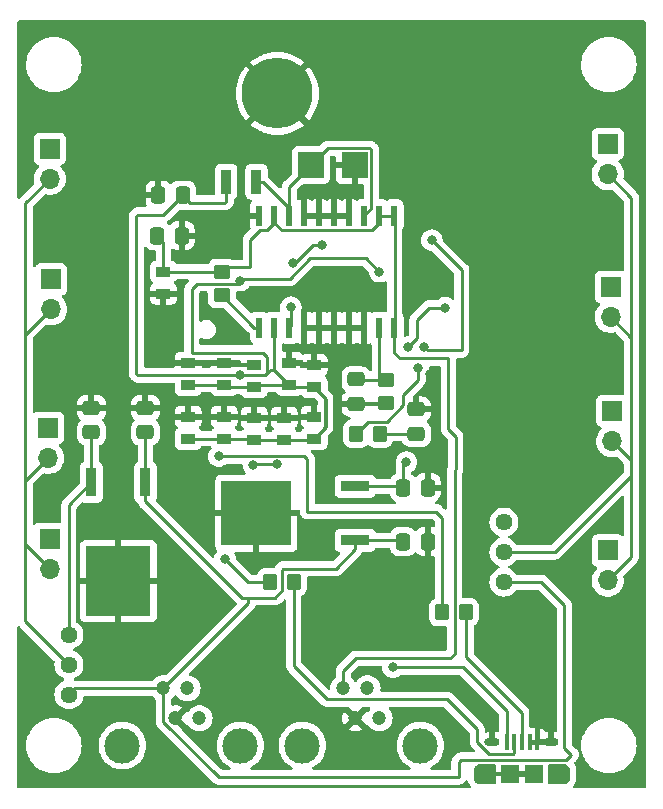
<source format=gtl>
%TF.GenerationSoftware,KiCad,Pcbnew,(6.99.0-1698-gc3bed8f6ee)*%
%TF.CreationDate,2022-04-26T12:30:48-05:00*%
%TF.ProjectId,Pneumatics Control Unit V1,506e6575-6d61-4746-9963-7320436f6e74,rev?*%
%TF.SameCoordinates,Original*%
%TF.FileFunction,Copper,L1,Top*%
%TF.FilePolarity,Positive*%
%FSLAX46Y46*%
G04 Gerber Fmt 4.6, Leading zero omitted, Abs format (unit mm)*
G04 Created by KiCad (PCBNEW (6.99.0-1698-gc3bed8f6ee)) date 2022-04-26 12:30:48*
%MOMM*%
%LPD*%
G01*
G04 APERTURE LIST*
G04 Aperture macros list*
%AMRoundRect*
0 Rectangle with rounded corners*
0 $1 Rounding radius*
0 $2 $3 $4 $5 $6 $7 $8 $9 X,Y pos of 4 corners*
0 Add a 4 corners polygon primitive as box body*
4,1,4,$2,$3,$4,$5,$6,$7,$8,$9,$2,$3,0*
0 Add four circle primitives for the rounded corners*
1,1,$1+$1,$2,$3*
1,1,$1+$1,$4,$5*
1,1,$1+$1,$6,$7*
1,1,$1+$1,$8,$9*
0 Add four rect primitives between the rounded corners*
20,1,$1+$1,$2,$3,$4,$5,0*
20,1,$1+$1,$4,$5,$6,$7,0*
20,1,$1+$1,$6,$7,$8,$9,0*
20,1,$1+$1,$8,$9,$2,$3,0*%
G04 Aperture macros list end*
%TA.AperFunction,EtchedComponent*%
%ADD10C,0.200000*%
%TD*%
%TA.AperFunction,SMDPad,CuDef*%
%ADD11RoundRect,0.250000X0.475000X-0.337500X0.475000X0.337500X-0.475000X0.337500X-0.475000X-0.337500X0*%
%TD*%
%TA.AperFunction,ComponentPad*%
%ADD12R,1.700000X1.700000*%
%TD*%
%TA.AperFunction,ComponentPad*%
%ADD13O,1.700000X1.700000*%
%TD*%
%TA.AperFunction,SMDPad,CuDef*%
%ADD14R,1.250000X0.855600*%
%TD*%
%TA.AperFunction,ComponentPad*%
%ADD15C,3.000000*%
%TD*%
%TA.AperFunction,ComponentPad*%
%ADD16C,1.200000*%
%TD*%
%TA.AperFunction,SMDPad,CuDef*%
%ADD17R,0.939800X2.489200*%
%TD*%
%TA.AperFunction,SMDPad,CuDef*%
%ADD18R,5.511800X5.918200*%
%TD*%
%TA.AperFunction,SMDPad,CuDef*%
%ADD19RoundRect,0.250000X-0.337500X-0.475000X0.337500X-0.475000X0.337500X0.475000X-0.337500X0.475000X0*%
%TD*%
%TA.AperFunction,SMDPad,CuDef*%
%ADD20R,2.184400X2.184400*%
%TD*%
%TA.AperFunction,ComponentPad*%
%ADD21C,1.440000*%
%TD*%
%TA.AperFunction,SMDPad,CuDef*%
%ADD22R,0.850900X2.006600*%
%TD*%
%TA.AperFunction,SMDPad,CuDef*%
%ADD23RoundRect,0.250000X-0.475000X0.337500X-0.475000X-0.337500X0.475000X-0.337500X0.475000X0.337500X0*%
%TD*%
%TA.AperFunction,SMDPad,CuDef*%
%ADD24R,0.400000X1.350000*%
%TD*%
%TA.AperFunction,ComponentPad*%
%ADD25O,1.300000X0.650000*%
%TD*%
%TA.AperFunction,ComponentPad*%
%ADD26O,0.775000X1.550000*%
%TD*%
%TA.AperFunction,SMDPad,CuDef*%
%ADD27R,1.500000X1.550000*%
%TD*%
%TA.AperFunction,SMDPad,CuDef*%
%ADD28R,0.533400X1.727200*%
%TD*%
%TA.AperFunction,SMDPad,CuDef*%
%ADD29RoundRect,0.250000X0.350000X0.450000X-0.350000X0.450000X-0.350000X-0.450000X0.350000X-0.450000X0*%
%TD*%
%TA.AperFunction,SMDPad,CuDef*%
%ADD30RoundRect,0.250000X-0.350000X-0.450000X0.350000X-0.450000X0.350000X0.450000X-0.350000X0.450000X0*%
%TD*%
%TA.AperFunction,SMDPad,CuDef*%
%ADD31RoundRect,0.250000X-0.450000X0.350000X-0.450000X-0.350000X0.450000X-0.350000X0.450000X0.350000X0*%
%TD*%
%TA.AperFunction,SMDPad,CuDef*%
%ADD32RoundRect,0.250000X0.450000X-0.350000X0.450000X0.350000X-0.450000X0.350000X-0.450000X-0.350000X0*%
%TD*%
%TA.AperFunction,SMDPad,CuDef*%
%ADD33RoundRect,0.250000X0.337500X0.475000X-0.337500X0.475000X-0.337500X-0.475000X0.337500X-0.475000X0*%
%TD*%
%TA.AperFunction,SMDPad,CuDef*%
%ADD34R,2.489200X0.939800*%
%TD*%
%TA.AperFunction,SMDPad,CuDef*%
%ADD35R,5.918200X5.511800*%
%TD*%
%TA.AperFunction,ComponentPad*%
%ADD36C,6.000000*%
%TD*%
%TA.AperFunction,ViaPad*%
%ADD37C,0.800000*%
%TD*%
%TA.AperFunction,Conductor*%
%ADD38C,0.250000*%
%TD*%
%TA.AperFunction,Conductor*%
%ADD39C,0.350000*%
%TD*%
G04 APERTURE END LIST*
%TO.C,J12*%
G36*
X144385000Y-130188000D02*
G01*
X143187500Y-130188000D01*
X143187500Y-129988000D01*
X143199269Y-129987662D01*
X143212252Y-129986640D01*
X143225164Y-129984941D01*
X143237969Y-129982567D01*
X143250632Y-129979527D01*
X143263119Y-129975828D01*
X143275395Y-129971481D01*
X143287427Y-129966497D01*
X143299182Y-129960891D01*
X143310627Y-129954677D01*
X143321731Y-129947872D01*
X143332463Y-129940496D01*
X143342795Y-129932567D01*
X143352698Y-129924110D01*
X143362145Y-129915145D01*
X143371110Y-129905698D01*
X143379567Y-129895795D01*
X143387496Y-129885463D01*
X143394872Y-129874731D01*
X143401677Y-129863627D01*
X143407891Y-129852182D01*
X143413497Y-129840427D01*
X143418481Y-129828395D01*
X143422828Y-129816119D01*
X143426527Y-129803632D01*
X143429567Y-129790969D01*
X143431941Y-129778164D01*
X143433640Y-129765252D01*
X143434662Y-129752269D01*
X143435000Y-129738000D01*
X143435000Y-129088000D01*
X143434657Y-129074916D01*
X143433630Y-129061868D01*
X143431922Y-129048891D01*
X143429537Y-129036022D01*
X143426481Y-129023295D01*
X143422764Y-129010746D01*
X143418395Y-128998408D01*
X143413386Y-128986316D01*
X143407752Y-128974502D01*
X143401506Y-128963000D01*
X143394668Y-128951840D01*
X143387254Y-128941054D01*
X143379286Y-128930670D01*
X143370786Y-128920717D01*
X143361777Y-128911223D01*
X143352283Y-128902214D01*
X143342330Y-128893714D01*
X143331946Y-128885746D01*
X143321160Y-128878332D01*
X143310000Y-128871494D01*
X143298498Y-128865248D01*
X143286684Y-128859614D01*
X143274592Y-128854605D01*
X143262254Y-128850236D01*
X143249705Y-128846519D01*
X143236978Y-128843463D01*
X143224109Y-128841078D01*
X143211132Y-128839370D01*
X143198084Y-128838343D01*
X143185000Y-128838000D01*
X143171916Y-128838343D01*
X143158868Y-128839370D01*
X143145891Y-128841078D01*
X143133022Y-128843463D01*
X143120295Y-128846519D01*
X143107746Y-128850236D01*
X143095408Y-128854605D01*
X143083316Y-128859614D01*
X143071502Y-128865248D01*
X143060000Y-128871494D01*
X143048840Y-128878332D01*
X143038054Y-128885746D01*
X143027670Y-128893714D01*
X143017717Y-128902214D01*
X143008223Y-128911223D01*
X142999214Y-128920717D01*
X142990714Y-128930670D01*
X142982746Y-128941054D01*
X142975332Y-128951840D01*
X142968494Y-128963000D01*
X142962248Y-128974502D01*
X142956614Y-128986316D01*
X142951605Y-128998408D01*
X142947236Y-129010746D01*
X142943519Y-129023295D01*
X142940463Y-129036022D01*
X142938078Y-129048891D01*
X142936370Y-129061868D01*
X142935343Y-129074916D01*
X142935000Y-129088000D01*
X142935000Y-129738000D01*
X142935338Y-129752269D01*
X142936360Y-129765252D01*
X142938059Y-129778164D01*
X142940433Y-129790969D01*
X142943473Y-129803632D01*
X142947172Y-129816119D01*
X142951519Y-129828395D01*
X142956503Y-129840427D01*
X142962109Y-129852182D01*
X142968323Y-129863627D01*
X142975128Y-129874731D01*
X142982504Y-129885463D01*
X142990433Y-129895795D01*
X142998890Y-129905698D01*
X143007855Y-129915145D01*
X143017302Y-129924110D01*
X143027205Y-129932567D01*
X143037537Y-129940496D01*
X143048269Y-129947872D01*
X143059373Y-129954677D01*
X143070818Y-129960891D01*
X143082573Y-129966497D01*
X143094605Y-129971481D01*
X143106881Y-129975828D01*
X143119368Y-129979527D01*
X143132031Y-129982567D01*
X143144836Y-129984941D01*
X143157748Y-129986640D01*
X143170731Y-129987662D01*
X143182500Y-129988000D01*
X143182500Y-130188000D01*
X143157647Y-130187318D01*
X143131616Y-130185269D01*
X143105728Y-130181861D01*
X143080054Y-130177103D01*
X143054664Y-130171007D01*
X143029627Y-130163591D01*
X143005013Y-130154875D01*
X142980889Y-130144882D01*
X142957322Y-130133641D01*
X142934374Y-130121182D01*
X142912110Y-130107538D01*
X142890591Y-130092748D01*
X142869875Y-130076853D01*
X142850020Y-130059895D01*
X142831079Y-130041921D01*
X142813105Y-130022980D01*
X142796147Y-130003125D01*
X142780252Y-129982409D01*
X142765462Y-129960890D01*
X142751818Y-129938626D01*
X142739359Y-129915678D01*
X142728118Y-129892111D01*
X142718125Y-129867987D01*
X142709409Y-129843373D01*
X142701993Y-129818336D01*
X142695897Y-129792946D01*
X142691139Y-129767272D01*
X142687731Y-129741384D01*
X142685682Y-129715353D01*
X142685000Y-129688000D01*
X142685000Y-129138000D01*
X142685685Y-129111832D01*
X142687739Y-129085736D01*
X142691156Y-129059783D01*
X142695926Y-129034044D01*
X142702037Y-129008590D01*
X142709472Y-128983492D01*
X142718210Y-128958816D01*
X142728227Y-128934632D01*
X142739497Y-128911005D01*
X142751987Y-128888000D01*
X142765665Y-128865680D01*
X142780492Y-128844107D01*
X142796427Y-128823340D01*
X142813428Y-128803435D01*
X142831447Y-128784447D01*
X142850435Y-128766428D01*
X142870340Y-128749427D01*
X142891107Y-128733492D01*
X142912680Y-128718665D01*
X142935000Y-128704987D01*
X142958005Y-128692497D01*
X142981632Y-128681227D01*
X143005816Y-128671210D01*
X143030492Y-128662472D01*
X143055590Y-128655037D01*
X143081044Y-128648926D01*
X143106783Y-128644156D01*
X143132736Y-128640739D01*
X143158832Y-128638685D01*
X143185000Y-128638000D01*
X144380000Y-128638000D01*
X144380000Y-128633000D01*
X144385000Y-128633000D01*
X144385000Y-130188000D01*
G37*
D10*
X144385000Y-130188000D02*
X143187500Y-130188000D01*
X143187500Y-129988000D01*
X143199269Y-129987662D01*
X143212252Y-129986640D01*
X143225164Y-129984941D01*
X143237969Y-129982567D01*
X143250632Y-129979527D01*
X143263119Y-129975828D01*
X143275395Y-129971481D01*
X143287427Y-129966497D01*
X143299182Y-129960891D01*
X143310627Y-129954677D01*
X143321731Y-129947872D01*
X143332463Y-129940496D01*
X143342795Y-129932567D01*
X143352698Y-129924110D01*
X143362145Y-129915145D01*
X143371110Y-129905698D01*
X143379567Y-129895795D01*
X143387496Y-129885463D01*
X143394872Y-129874731D01*
X143401677Y-129863627D01*
X143407891Y-129852182D01*
X143413497Y-129840427D01*
X143418481Y-129828395D01*
X143422828Y-129816119D01*
X143426527Y-129803632D01*
X143429567Y-129790969D01*
X143431941Y-129778164D01*
X143433640Y-129765252D01*
X143434662Y-129752269D01*
X143435000Y-129738000D01*
X143435000Y-129088000D01*
X143434657Y-129074916D01*
X143433630Y-129061868D01*
X143431922Y-129048891D01*
X143429537Y-129036022D01*
X143426481Y-129023295D01*
X143422764Y-129010746D01*
X143418395Y-128998408D01*
X143413386Y-128986316D01*
X143407752Y-128974502D01*
X143401506Y-128963000D01*
X143394668Y-128951840D01*
X143387254Y-128941054D01*
X143379286Y-128930670D01*
X143370786Y-128920717D01*
X143361777Y-128911223D01*
X143352283Y-128902214D01*
X143342330Y-128893714D01*
X143331946Y-128885746D01*
X143321160Y-128878332D01*
X143310000Y-128871494D01*
X143298498Y-128865248D01*
X143286684Y-128859614D01*
X143274592Y-128854605D01*
X143262254Y-128850236D01*
X143249705Y-128846519D01*
X143236978Y-128843463D01*
X143224109Y-128841078D01*
X143211132Y-128839370D01*
X143198084Y-128838343D01*
X143185000Y-128838000D01*
X143171916Y-128838343D01*
X143158868Y-128839370D01*
X143145891Y-128841078D01*
X143133022Y-128843463D01*
X143120295Y-128846519D01*
X143107746Y-128850236D01*
X143095408Y-128854605D01*
X143083316Y-128859614D01*
X143071502Y-128865248D01*
X143060000Y-128871494D01*
X143048840Y-128878332D01*
X143038054Y-128885746D01*
X143027670Y-128893714D01*
X143017717Y-128902214D01*
X143008223Y-128911223D01*
X142999214Y-128920717D01*
X142990714Y-128930670D01*
X142982746Y-128941054D01*
X142975332Y-128951840D01*
X142968494Y-128963000D01*
X142962248Y-128974502D01*
X142956614Y-128986316D01*
X142951605Y-128998408D01*
X142947236Y-129010746D01*
X142943519Y-129023295D01*
X142940463Y-129036022D01*
X142938078Y-129048891D01*
X142936370Y-129061868D01*
X142935343Y-129074916D01*
X142935000Y-129088000D01*
X142935000Y-129738000D01*
X142935338Y-129752269D01*
X142936360Y-129765252D01*
X142938059Y-129778164D01*
X142940433Y-129790969D01*
X142943473Y-129803632D01*
X142947172Y-129816119D01*
X142951519Y-129828395D01*
X142956503Y-129840427D01*
X142962109Y-129852182D01*
X142968323Y-129863627D01*
X142975128Y-129874731D01*
X142982504Y-129885463D01*
X142990433Y-129895795D01*
X142998890Y-129905698D01*
X143007855Y-129915145D01*
X143017302Y-129924110D01*
X143027205Y-129932567D01*
X143037537Y-129940496D01*
X143048269Y-129947872D01*
X143059373Y-129954677D01*
X143070818Y-129960891D01*
X143082573Y-129966497D01*
X143094605Y-129971481D01*
X143106881Y-129975828D01*
X143119368Y-129979527D01*
X143132031Y-129982567D01*
X143144836Y-129984941D01*
X143157748Y-129986640D01*
X143170731Y-129987662D01*
X143182500Y-129988000D01*
X143182500Y-130188000D01*
X143157647Y-130187318D01*
X143131616Y-130185269D01*
X143105728Y-130181861D01*
X143080054Y-130177103D01*
X143054664Y-130171007D01*
X143029627Y-130163591D01*
X143005013Y-130154875D01*
X142980889Y-130144882D01*
X142957322Y-130133641D01*
X142934374Y-130121182D01*
X142912110Y-130107538D01*
X142890591Y-130092748D01*
X142869875Y-130076853D01*
X142850020Y-130059895D01*
X142831079Y-130041921D01*
X142813105Y-130022980D01*
X142796147Y-130003125D01*
X142780252Y-129982409D01*
X142765462Y-129960890D01*
X142751818Y-129938626D01*
X142739359Y-129915678D01*
X142728118Y-129892111D01*
X142718125Y-129867987D01*
X142709409Y-129843373D01*
X142701993Y-129818336D01*
X142695897Y-129792946D01*
X142691139Y-129767272D01*
X142687731Y-129741384D01*
X142685682Y-129715353D01*
X142685000Y-129688000D01*
X142685000Y-129138000D01*
X142685685Y-129111832D01*
X142687739Y-129085736D01*
X142691156Y-129059783D01*
X142695926Y-129034044D01*
X142702037Y-129008590D01*
X142709472Y-128983492D01*
X142718210Y-128958816D01*
X142728227Y-128934632D01*
X142739497Y-128911005D01*
X142751987Y-128888000D01*
X142765665Y-128865680D01*
X142780492Y-128844107D01*
X142796427Y-128823340D01*
X142813428Y-128803435D01*
X142831447Y-128784447D01*
X142850435Y-128766428D01*
X142870340Y-128749427D01*
X142891107Y-128733492D01*
X142912680Y-128718665D01*
X142935000Y-128704987D01*
X142958005Y-128692497D01*
X142981632Y-128681227D01*
X143005816Y-128671210D01*
X143030492Y-128662472D01*
X143055590Y-128655037D01*
X143081044Y-128648926D01*
X143106783Y-128644156D01*
X143132736Y-128640739D01*
X143158832Y-128638685D01*
X143185000Y-128638000D01*
X144380000Y-128638000D01*
X144380000Y-128633000D01*
X144385000Y-128633000D01*
X144385000Y-130188000D01*
G36*
X150182500Y-128838000D02*
G01*
X150170731Y-128838338D01*
X150157748Y-128839360D01*
X150144836Y-128841059D01*
X150132031Y-128843433D01*
X150119368Y-128846473D01*
X150106881Y-128850172D01*
X150094605Y-128854519D01*
X150082573Y-128859503D01*
X150070818Y-128865109D01*
X150059373Y-128871323D01*
X150048269Y-128878128D01*
X150037537Y-128885504D01*
X150027205Y-128893433D01*
X150017302Y-128901890D01*
X150007855Y-128910855D01*
X149998890Y-128920302D01*
X149990433Y-128930205D01*
X149982504Y-128940537D01*
X149975128Y-128951269D01*
X149968323Y-128962373D01*
X149962109Y-128973818D01*
X149956503Y-128985573D01*
X149951519Y-128997605D01*
X149947172Y-129009881D01*
X149943473Y-129022368D01*
X149940433Y-129035031D01*
X149938059Y-129047836D01*
X149936360Y-129060748D01*
X149935338Y-129073731D01*
X149935000Y-129088000D01*
X149935000Y-129738000D01*
X149935343Y-129751084D01*
X149936370Y-129764132D01*
X149938078Y-129777109D01*
X149940463Y-129789978D01*
X149943519Y-129802705D01*
X149947236Y-129815254D01*
X149951605Y-129827592D01*
X149956614Y-129839684D01*
X149962248Y-129851498D01*
X149968494Y-129863000D01*
X149975332Y-129874160D01*
X149982746Y-129884946D01*
X149990714Y-129895330D01*
X149999214Y-129905283D01*
X150008223Y-129914777D01*
X150017717Y-129923786D01*
X150027670Y-129932286D01*
X150038054Y-129940254D01*
X150048840Y-129947668D01*
X150060000Y-129954506D01*
X150071502Y-129960752D01*
X150083316Y-129966386D01*
X150095408Y-129971395D01*
X150107746Y-129975764D01*
X150120295Y-129979481D01*
X150133022Y-129982537D01*
X150145891Y-129984922D01*
X150158868Y-129986630D01*
X150171916Y-129987657D01*
X150185000Y-129988000D01*
X150198084Y-129987657D01*
X150211132Y-129986630D01*
X150224109Y-129984922D01*
X150236978Y-129982537D01*
X150249705Y-129979481D01*
X150262254Y-129975764D01*
X150274592Y-129971395D01*
X150286684Y-129966386D01*
X150298498Y-129960752D01*
X150310000Y-129954506D01*
X150321160Y-129947668D01*
X150331946Y-129940254D01*
X150342330Y-129932286D01*
X150352283Y-129923786D01*
X150361777Y-129914777D01*
X150370786Y-129905283D01*
X150379286Y-129895330D01*
X150387254Y-129884946D01*
X150394668Y-129874160D01*
X150401506Y-129863000D01*
X150407752Y-129851498D01*
X150413386Y-129839684D01*
X150418395Y-129827592D01*
X150422764Y-129815254D01*
X150426481Y-129802705D01*
X150429537Y-129789978D01*
X150431922Y-129777109D01*
X150433630Y-129764132D01*
X150434657Y-129751084D01*
X150435000Y-129738000D01*
X150435000Y-129088000D01*
X150434662Y-129073731D01*
X150433640Y-129060748D01*
X150431941Y-129047836D01*
X150429567Y-129035031D01*
X150426527Y-129022368D01*
X150422828Y-129009881D01*
X150418481Y-128997605D01*
X150413497Y-128985573D01*
X150407891Y-128973818D01*
X150401677Y-128962373D01*
X150394872Y-128951269D01*
X150387496Y-128940537D01*
X150379567Y-128930205D01*
X150371110Y-128920302D01*
X150362145Y-128910855D01*
X150352698Y-128901890D01*
X150342795Y-128893433D01*
X150332463Y-128885504D01*
X150321731Y-128878128D01*
X150310627Y-128871323D01*
X150299182Y-128865109D01*
X150287427Y-128859503D01*
X150275395Y-128854519D01*
X150263119Y-128850172D01*
X150250632Y-128846473D01*
X150237969Y-128843433D01*
X150225164Y-128841059D01*
X150212252Y-128839360D01*
X150199269Y-128838338D01*
X150187500Y-128838000D01*
X150187500Y-128638000D01*
X150212353Y-128638682D01*
X150238384Y-128640731D01*
X150264272Y-128644139D01*
X150289946Y-128648897D01*
X150315336Y-128654993D01*
X150340373Y-128662409D01*
X150364987Y-128671125D01*
X150389111Y-128681118D01*
X150412678Y-128692359D01*
X150435626Y-128704818D01*
X150457890Y-128718462D01*
X150479409Y-128733252D01*
X150500125Y-128749147D01*
X150519980Y-128766105D01*
X150538921Y-128784079D01*
X150556895Y-128803020D01*
X150573853Y-128822875D01*
X150589748Y-128843591D01*
X150604538Y-128865110D01*
X150618182Y-128887374D01*
X150630641Y-128910322D01*
X150641882Y-128933889D01*
X150651875Y-128958013D01*
X150660591Y-128982627D01*
X150668007Y-129007664D01*
X150674103Y-129033054D01*
X150678861Y-129058728D01*
X150682269Y-129084616D01*
X150684318Y-129110647D01*
X150685000Y-129138000D01*
X150685000Y-129688000D01*
X150684315Y-129714168D01*
X150682261Y-129740264D01*
X150678844Y-129766217D01*
X150674074Y-129791956D01*
X150667963Y-129817410D01*
X150660528Y-129842508D01*
X150651790Y-129867184D01*
X150641773Y-129891368D01*
X150630503Y-129914995D01*
X150618013Y-129938000D01*
X150604335Y-129960320D01*
X150589508Y-129981893D01*
X150573573Y-130002660D01*
X150556572Y-130022565D01*
X150538553Y-130041553D01*
X150519565Y-130059572D01*
X150499660Y-130076573D01*
X150478893Y-130092508D01*
X150457320Y-130107335D01*
X150435000Y-130121013D01*
X150411995Y-130133503D01*
X150388368Y-130144773D01*
X150364184Y-130154790D01*
X150339508Y-130163528D01*
X150314410Y-130170963D01*
X150288956Y-130177074D01*
X150263217Y-130181844D01*
X150237264Y-130185261D01*
X150211168Y-130187315D01*
X150185000Y-130188000D01*
X148990000Y-130188000D01*
X148990000Y-130193000D01*
X148985000Y-130193000D01*
X148985000Y-128638000D01*
X150182500Y-128638000D01*
X150182500Y-128838000D01*
G37*
X150182500Y-128838000D02*
X150170731Y-128838338D01*
X150157748Y-128839360D01*
X150144836Y-128841059D01*
X150132031Y-128843433D01*
X150119368Y-128846473D01*
X150106881Y-128850172D01*
X150094605Y-128854519D01*
X150082573Y-128859503D01*
X150070818Y-128865109D01*
X150059373Y-128871323D01*
X150048269Y-128878128D01*
X150037537Y-128885504D01*
X150027205Y-128893433D01*
X150017302Y-128901890D01*
X150007855Y-128910855D01*
X149998890Y-128920302D01*
X149990433Y-128930205D01*
X149982504Y-128940537D01*
X149975128Y-128951269D01*
X149968323Y-128962373D01*
X149962109Y-128973818D01*
X149956503Y-128985573D01*
X149951519Y-128997605D01*
X149947172Y-129009881D01*
X149943473Y-129022368D01*
X149940433Y-129035031D01*
X149938059Y-129047836D01*
X149936360Y-129060748D01*
X149935338Y-129073731D01*
X149935000Y-129088000D01*
X149935000Y-129738000D01*
X149935343Y-129751084D01*
X149936370Y-129764132D01*
X149938078Y-129777109D01*
X149940463Y-129789978D01*
X149943519Y-129802705D01*
X149947236Y-129815254D01*
X149951605Y-129827592D01*
X149956614Y-129839684D01*
X149962248Y-129851498D01*
X149968494Y-129863000D01*
X149975332Y-129874160D01*
X149982746Y-129884946D01*
X149990714Y-129895330D01*
X149999214Y-129905283D01*
X150008223Y-129914777D01*
X150017717Y-129923786D01*
X150027670Y-129932286D01*
X150038054Y-129940254D01*
X150048840Y-129947668D01*
X150060000Y-129954506D01*
X150071502Y-129960752D01*
X150083316Y-129966386D01*
X150095408Y-129971395D01*
X150107746Y-129975764D01*
X150120295Y-129979481D01*
X150133022Y-129982537D01*
X150145891Y-129984922D01*
X150158868Y-129986630D01*
X150171916Y-129987657D01*
X150185000Y-129988000D01*
X150198084Y-129987657D01*
X150211132Y-129986630D01*
X150224109Y-129984922D01*
X150236978Y-129982537D01*
X150249705Y-129979481D01*
X150262254Y-129975764D01*
X150274592Y-129971395D01*
X150286684Y-129966386D01*
X150298498Y-129960752D01*
X150310000Y-129954506D01*
X150321160Y-129947668D01*
X150331946Y-129940254D01*
X150342330Y-129932286D01*
X150352283Y-129923786D01*
X150361777Y-129914777D01*
X150370786Y-129905283D01*
X150379286Y-129895330D01*
X150387254Y-129884946D01*
X150394668Y-129874160D01*
X150401506Y-129863000D01*
X150407752Y-129851498D01*
X150413386Y-129839684D01*
X150418395Y-129827592D01*
X150422764Y-129815254D01*
X150426481Y-129802705D01*
X150429537Y-129789978D01*
X150431922Y-129777109D01*
X150433630Y-129764132D01*
X150434657Y-129751084D01*
X150435000Y-129738000D01*
X150435000Y-129088000D01*
X150434662Y-129073731D01*
X150433640Y-129060748D01*
X150431941Y-129047836D01*
X150429567Y-129035031D01*
X150426527Y-129022368D01*
X150422828Y-129009881D01*
X150418481Y-128997605D01*
X150413497Y-128985573D01*
X150407891Y-128973818D01*
X150401677Y-128962373D01*
X150394872Y-128951269D01*
X150387496Y-128940537D01*
X150379567Y-128930205D01*
X150371110Y-128920302D01*
X150362145Y-128910855D01*
X150352698Y-128901890D01*
X150342795Y-128893433D01*
X150332463Y-128885504D01*
X150321731Y-128878128D01*
X150310627Y-128871323D01*
X150299182Y-128865109D01*
X150287427Y-128859503D01*
X150275395Y-128854519D01*
X150263119Y-128850172D01*
X150250632Y-128846473D01*
X150237969Y-128843433D01*
X150225164Y-128841059D01*
X150212252Y-128839360D01*
X150199269Y-128838338D01*
X150187500Y-128838000D01*
X150187500Y-128638000D01*
X150212353Y-128638682D01*
X150238384Y-128640731D01*
X150264272Y-128644139D01*
X150289946Y-128648897D01*
X150315336Y-128654993D01*
X150340373Y-128662409D01*
X150364987Y-128671125D01*
X150389111Y-128681118D01*
X150412678Y-128692359D01*
X150435626Y-128704818D01*
X150457890Y-128718462D01*
X150479409Y-128733252D01*
X150500125Y-128749147D01*
X150519980Y-128766105D01*
X150538921Y-128784079D01*
X150556895Y-128803020D01*
X150573853Y-128822875D01*
X150589748Y-128843591D01*
X150604538Y-128865110D01*
X150618182Y-128887374D01*
X150630641Y-128910322D01*
X150641882Y-128933889D01*
X150651875Y-128958013D01*
X150660591Y-128982627D01*
X150668007Y-129007664D01*
X150674103Y-129033054D01*
X150678861Y-129058728D01*
X150682269Y-129084616D01*
X150684318Y-129110647D01*
X150685000Y-129138000D01*
X150685000Y-129688000D01*
X150684315Y-129714168D01*
X150682261Y-129740264D01*
X150678844Y-129766217D01*
X150674074Y-129791956D01*
X150667963Y-129817410D01*
X150660528Y-129842508D01*
X150651790Y-129867184D01*
X150641773Y-129891368D01*
X150630503Y-129914995D01*
X150618013Y-129938000D01*
X150604335Y-129960320D01*
X150589508Y-129981893D01*
X150573573Y-130002660D01*
X150556572Y-130022565D01*
X150538553Y-130041553D01*
X150519565Y-130059572D01*
X150499660Y-130076573D01*
X150478893Y-130092508D01*
X150457320Y-130107335D01*
X150435000Y-130121013D01*
X150411995Y-130133503D01*
X150388368Y-130144773D01*
X150364184Y-130154790D01*
X150339508Y-130163528D01*
X150314410Y-130170963D01*
X150288956Y-130177074D01*
X150263217Y-130181844D01*
X150237264Y-130185261D01*
X150211168Y-130187315D01*
X150185000Y-130188000D01*
X148990000Y-130188000D01*
X148990000Y-130193000D01*
X148985000Y-130193000D01*
X148985000Y-128638000D01*
X150182500Y-128638000D01*
X150182500Y-128838000D01*
%TD*%
D11*
%TO.P,C25,1*%
%TO.N,Net-(U4-OUTPUT)*%
X110236000Y-100478500D03*
%TO.P,C25,2*%
%TO.N,GND*%
X110236000Y-98403500D03*
%TD*%
%TO.P,C24,1*%
%TO.N,/RS485_B_12V*%
X114808000Y-100478500D03*
%TO.P,C24,2*%
%TO.N,GND*%
X114808000Y-98403500D03*
%TD*%
D12*
%TO.P,J10,1,Pin_1*%
%TO.N,Net-(D9-A2)*%
X153948999Y-110478249D03*
D13*
%TO.P,J10,2,Pin_2*%
%TO.N,/solenoid_power_2*%
X153948999Y-113018249D03*
%TD*%
D14*
%TO.P,C19,1,1*%
%TO.N,/220uF*%
X118427499Y-101003799D03*
%TO.P,C19,2,2*%
%TO.N,GND*%
X118427499Y-99148199D03*
%TD*%
%TO.P,C15,1,1*%
%TO.N,/220uF*%
X129095499Y-96622299D03*
%TO.P,C15,2,2*%
%TO.N,GND*%
X129095499Y-94766699D03*
%TD*%
D12*
%TO.P,J11,1,Pin_1*%
%TO.N,Net-(D10-A2)*%
X154202999Y-88157999D03*
D13*
%TO.P,J11,2,Pin_2*%
%TO.N,/solenoid_power_2*%
X154202999Y-90697999D03*
%TD*%
D12*
%TO.P,J5,1,Pin_1*%
%TO.N,Net-(D4-A2)*%
X106704999Y-76473999D03*
D13*
%TO.P,J5,2,Pin_2*%
%TO.N,/solenoid_power*%
X106704999Y-79013999D03*
%TD*%
D14*
%TO.P,C14,1,1*%
%TO.N,/220uF*%
X129095499Y-101003799D03*
%TO.P,C14,2,2*%
%TO.N,GND*%
X129095499Y-99148199D03*
%TD*%
%TO.P,C20,1,1*%
%TO.N,/220uF*%
X118427499Y-96431799D03*
%TO.P,C20,2,2*%
%TO.N,GND*%
X118427499Y-94576199D03*
%TD*%
D15*
%TO.P,J1,*%
%TO.N,*%
X112856000Y-126992000D03*
X122856000Y-126992000D03*
D16*
%TO.P,J1,1*%
%TO.N,Net-(D1-A2)*%
X119386000Y-124692000D03*
%TO.P,J1,2*%
%TO.N,Net-(D1-A1)*%
X118366000Y-122152000D03*
%TO.P,J1,3*%
%TO.N,GND*%
X117346000Y-124692000D03*
%TO.P,J1,4*%
%TO.N,/RS485_B_12V*%
X116326000Y-122152000D03*
%TD*%
D17*
%TO.P,U4,1,INPUT*%
%TO.N,/RS485_B_12V*%
X114811999Y-104711499D03*
%TO.P,U4,3,OUTPUT*%
%TO.N,Net-(U4-OUTPUT)*%
X110231999Y-104711499D03*
D18*
%TO.P,U4,4,GROUND*%
%TO.N,GND*%
X112521999Y-113080799D03*
%TD*%
D19*
%TO.P,C23,1*%
%TO.N,Net-(U3-OUTPUT)*%
X136630500Y-105156000D03*
%TO.P,C23,2*%
%TO.N,GND*%
X138705500Y-105156000D03*
%TD*%
D20*
%TO.P,CR1,1,1*%
%TO.N,Net-(U2-SW)*%
X128821099Y-77857349D03*
%TO.P,CR1,2,2*%
%TO.N,GND*%
X132529499Y-77857349D03*
%TD*%
D14*
%TO.P,C16,1,1*%
%TO.N,/220uF*%
X126555499Y-101091999D03*
%TO.P,C16,2,2*%
%TO.N,GND*%
X126555499Y-99236399D03*
%TD*%
D21*
%TO.P,J14,1,Pin_1*%
%TO.N,Net-(J14-Pin_1)*%
X145161000Y-108077000D03*
%TO.P,J14,2,Pin_2*%
%TO.N,/solenoid_power_2*%
X145161000Y-110617000D03*
%TO.P,J14,3,Pin_3*%
%TO.N,/RS485_B_12V*%
X145161000Y-113157000D03*
%TD*%
D22*
%TO.P,L1,1,1*%
%TO.N,/220uF*%
X121659649Y-79247999D03*
%TO.P,L1,2,2*%
%TO.N,Net-(U2-SW)*%
X124212349Y-79247999D03*
%TD*%
D23*
%TO.P,C7,1*%
%TO.N,Net-(U2-BIAS)*%
X132651500Y-95990500D03*
%TO.P,C7,2*%
%TO.N,GND*%
X132651500Y-98065500D03*
%TD*%
D24*
%TO.P,J12,1,1*%
%TO.N,Net-(J12-Pad1)*%
X145384999Y-126712999D03*
%TO.P,J12,2,2*%
%TO.N,Net-(J12-Pad2)*%
X146034999Y-126712999D03*
%TO.P,J12,3,3*%
%TO.N,Net-(J12-Pad3)*%
X146684999Y-126712999D03*
%TO.P,J12,4,4*%
%TO.N,GND*%
X147334999Y-126712999D03*
%TO.P,J12,5,5*%
X147984999Y-126712999D03*
D25*
%TO.P,J12,S1,SHIELD*%
X144184999Y-126712999D03*
%TO.P,J12,S2,SHIELD*%
X149184999Y-126712999D03*
D26*
%TO.P,J12,S3,SHIELD*%
X143184999Y-129412999D03*
D27*
%TO.P,J12,S4,SHIELD*%
X145684999Y-129412999D03*
%TO.P,J12,S5,SHIELD*%
X147684999Y-129412999D03*
D26*
%TO.P,J12,S6,SHIELD*%
X150184999Y-129412999D03*
%TD*%
D14*
%TO.P,C17,1,1*%
%TO.N,/220uF*%
X124015499Y-96622299D03*
%TO.P,C17,2,2*%
%TO.N,GND*%
X124015499Y-94766699D03*
%TD*%
D28*
%TO.P,U2,1,VIN*%
%TO.N,/RS485_A_12V*%
X135889999Y-82118199D03*
%TO.P,U2,2,VIN*%
X134619999Y-82118199D03*
%TO.P,U2,3,SW*%
%TO.N,Net-(U2-SW)*%
X133349999Y-82118199D03*
%TO.P,U2,4,PGND*%
%TO.N,GND*%
X132079999Y-82118199D03*
%TO.P,U2,5,PGND*%
X130809999Y-82118199D03*
%TO.P,U2,6,PGND*%
X129539999Y-82118199D03*
%TO.P,U2,7,PGND*%
X128269999Y-82118199D03*
%TO.P,U2,8,SW*%
%TO.N,Net-(U2-SW)*%
X126999999Y-82118199D03*
%TO.P,U2,9,VIN*%
%TO.N,/RS485_A_12V*%
X125729999Y-82118199D03*
%TO.P,U2,10,\u002APWM*%
%TO.N,GND*%
X124459999Y-82118199D03*
%TO.P,U2,11,PWRGD*%
%TO.N,Net-(U2-PWRGD)*%
X124459999Y-91617799D03*
%TO.P,U2,12,FB*%
%TO.N,/220uF*%
X125729999Y-91617799D03*
%TO.P,U2,13,COMP*%
%TO.N,Net-(U2-COMP)*%
X126999999Y-91617799D03*
%TO.P,U2,14,SGND*%
%TO.N,GND*%
X128269999Y-91617799D03*
%TO.P,U2,15,SGND*%
X129539999Y-91617799D03*
%TO.P,U2,16,SGND*%
X130809999Y-91617799D03*
%TO.P,U2,17,SGND*%
X132079999Y-91617799D03*
%TO.P,U2,18,SYNC*%
X133349999Y-91617799D03*
%TO.P,U2,19,BIAS*%
%TO.N,Net-(U2-BIAS)*%
X134619999Y-91617799D03*
%TO.P,U2,20,EN*%
%TO.N,/RS485_A_12V*%
X135889999Y-91617799D03*
%TD*%
D14*
%TO.P,C18,1,1*%
%TO.N,/220uF*%
X121475499Y-96431799D03*
%TO.P,C18,2,2*%
%TO.N,GND*%
X121475499Y-94576199D03*
%TD*%
D12*
%TO.P,J4,1,Pin_1*%
%TO.N,Net-(D3-A2)*%
X106806999Y-87522999D03*
D13*
%TO.P,J4,2,Pin_2*%
%TO.N,/solenoid_power*%
X106806999Y-90062999D03*
%TD*%
D29*
%TO.P,R9,1*%
%TO.N,Net-(J12-Pad3)*%
X141954000Y-115697000D03*
%TO.P,R9,2*%
%TO.N,/USB_D+*%
X139954000Y-115697000D03*
%TD*%
D19*
%TO.P,C22,1*%
%TO.N,/RS485_B_12V*%
X136630500Y-109728000D03*
%TO.P,C22,2*%
%TO.N,GND*%
X138705500Y-109728000D03*
%TD*%
D30*
%TO.P,R6,1*%
%TO.N,Net-(U2-COMP)*%
X132667500Y-100584000D03*
%TO.P,R6,2*%
%TO.N,Net-(C6-Pad1)*%
X134667500Y-100584000D03*
%TD*%
D11*
%TO.P,C6,1*%
%TO.N,Net-(C6-Pad1)*%
X137731500Y-100605500D03*
%TO.P,C6,2*%
%TO.N,GND*%
X137731500Y-98530500D03*
%TD*%
D31*
%TO.P,R7,1*%
%TO.N,Net-(U2-BIAS)*%
X135191500Y-96028000D03*
%TO.P,R7,2*%
%TO.N,GND*%
X135191500Y-98028000D03*
%TD*%
D29*
%TO.P,R8,1*%
%TO.N,Net-(J12-Pad2)*%
X127365000Y-113157000D03*
%TO.P,R8,2*%
%TO.N,/USB_D-*%
X125365000Y-113157000D03*
%TD*%
D14*
%TO.P,C13,1,1*%
%TO.N,/220uF*%
X126999999Y-96431799D03*
%TO.P,C13,2,2*%
%TO.N,GND*%
X126999999Y-94576199D03*
%TD*%
D12*
%TO.P,J9,1,Pin_1*%
%TO.N,Net-(D8-A2)*%
X153948999Y-76061249D03*
D13*
%TO.P,J9,2,Pin_2*%
%TO.N,/solenoid_power_2*%
X153948999Y-78601249D03*
%TD*%
D14*
%TO.P,C11,1,1*%
%TO.N,/RS485_A_12V*%
X116331999Y-86867999D03*
%TO.P,C11,2,2*%
%TO.N,GND*%
X116331999Y-88723599D03*
%TD*%
D19*
%TO.P,C26,1*%
%TO.N,/RS485_A_12V*%
X115802500Y-83820000D03*
%TO.P,C26,2*%
%TO.N,GND*%
X117877500Y-83820000D03*
%TD*%
D32*
%TO.P,R5,1*%
%TO.N,Net-(U2-PWRGD)*%
X121285000Y-88868000D03*
%TO.P,R5,2*%
%TO.N,/RS485_A_12V*%
X121285000Y-86868000D03*
%TD*%
D21*
%TO.P,J13,1,Pin_1*%
%TO.N,Net-(J13-Pin_1)*%
X108331000Y-117602000D03*
%TO.P,J13,2,Pin_2*%
%TO.N,/solenoid_power*%
X108331000Y-120142000D03*
%TO.P,J13,3,Pin_3*%
%TO.N,/RS485_B_12V*%
X108331000Y-122682000D03*
%TD*%
D12*
%TO.P,J7,1,Pin_1*%
%TO.N,Net-(D6-A2)*%
X154329999Y-98678999D03*
D13*
%TO.P,J7,2,Pin_2*%
%TO.N,/solenoid_power_2*%
X154329999Y-101218999D03*
%TD*%
D14*
%TO.P,C12,1,1*%
%TO.N,/220uF*%
X121475499Y-101003799D03*
%TO.P,C12,2,2*%
%TO.N,GND*%
X121475499Y-99148199D03*
%TD*%
D12*
%TO.P,J6,1,Pin_1*%
%TO.N,Net-(D5-A2)*%
X106577999Y-100095999D03*
D13*
%TO.P,J6,2,Pin_2*%
%TO.N,/solenoid_power*%
X106577999Y-102635999D03*
%TD*%
D14*
%TO.P,C21,1,1*%
%TO.N,/220uF*%
X124015499Y-101091999D03*
%TO.P,C21,2,2*%
%TO.N,GND*%
X124015499Y-99236399D03*
%TD*%
D33*
%TO.P,C27,1*%
%TO.N,/220uF*%
X117988500Y-80391000D03*
%TO.P,C27,2*%
%TO.N,GND*%
X115913500Y-80391000D03*
%TD*%
D12*
%TO.P,J8,1,Pin_1*%
%TO.N,Net-(D7-A2)*%
X106704999Y-109473999D03*
D13*
%TO.P,J8,2,Pin_2*%
%TO.N,/solenoid_power*%
X106704999Y-112013999D03*
%TD*%
D34*
%TO.P,U3,1,INPUT*%
%TO.N,/RS485_B_12V*%
X132575299Y-109604999D03*
%TO.P,U3,3,OUTPUT*%
%TO.N,Net-(U3-OUTPUT)*%
X132575299Y-105024999D03*
D35*
%TO.P,U3,4,GROUND*%
%TO.N,GND*%
X124205999Y-107314999D03*
%TD*%
D15*
%TO.P,J2,*%
%TO.N,*%
X128096000Y-126992000D03*
X138096000Y-126992000D03*
D16*
%TO.P,J2,1*%
%TO.N,Net-(D2-A2)*%
X134626000Y-124692000D03*
%TO.P,J2,2*%
%TO.N,Net-(D2-A1)*%
X133606000Y-122152000D03*
%TO.P,J2,3*%
%TO.N,GND*%
X132586000Y-124692000D03*
%TO.P,J2,4*%
%TO.N,/RS485_A_12V*%
X131566000Y-122152000D03*
%TD*%
D36*
%TO.P,H5,1*%
%TO.N,GND*%
X125979500Y-71783250D03*
%TD*%
D37*
%TO.N,GND*%
X138176000Y-112649000D03*
X129921000Y-102870000D03*
X117602000Y-117602000D03*
X116459000Y-126746000D03*
X132588000Y-127254000D03*
X131191000Y-99187000D03*
X109728000Y-83566000D03*
X114046000Y-76835000D03*
X121031000Y-120777000D03*
X150622000Y-83820000D03*
X139954000Y-106299000D03*
X138938000Y-95504000D03*
X129286000Y-87630000D03*
X118364000Y-105537000D03*
X144780000Y-78613000D03*
X149225000Y-105537000D03*
X105791000Y-120777000D03*
X132842000Y-116840000D03*
X120015000Y-99060000D03*
X120396000Y-82931000D03*
X134747000Y-108458000D03*
X132080000Y-87249000D03*
X130937000Y-114008500D03*
X149098000Y-100203000D03*
X148336000Y-124079000D03*
X146812000Y-92075000D03*
X130556000Y-80264000D03*
X117475000Y-110744000D03*
X132588000Y-93980000D03*
X135128000Y-102870000D03*
X138430000Y-86233000D03*
X116205000Y-92964000D03*
X142621000Y-113157000D03*
X107823000Y-94234000D03*
%TO.N,Net-(C10-Pad1)*%
X125984000Y-103188500D03*
X123952000Y-103251000D03*
X135763000Y-120358500D03*
%TO.N,/220uF*%
X122809000Y-87630000D03*
X134620000Y-86868000D03*
X122809000Y-95631000D03*
%TO.N,/GPIO_7*%
X137033000Y-93255500D03*
X140176021Y-89916000D03*
%TO.N,/USB_D+*%
X121026000Y-102489000D03*
%TO.N,/USB_D-*%
X121544954Y-111187970D03*
%TO.N,Net-(U3-OUTPUT)*%
X136906000Y-102997000D03*
%TO.N,Net-(U2-COMP)*%
X127277845Y-86129845D03*
X137926299Y-94991701D03*
X138430000Y-93255500D03*
X129794000Y-84582000D03*
X127127000Y-89881261D03*
X139065000Y-84201000D03*
%TD*%
D38*
%TO.N,/RS485_B_12V*%
X114812000Y-100482500D02*
X114808000Y-100478500D01*
X114812000Y-104711500D02*
X114812000Y-100482500D01*
%TO.N,Net-(U4-OUTPUT)*%
X110232000Y-104711500D02*
X110232000Y-100482500D01*
X110232000Y-100482500D02*
X110236000Y-100478500D01*
D39*
%TO.N,GND*%
X130810000Y-91617800D02*
X129540000Y-91617800D01*
X145685000Y-129413000D02*
X143185000Y-129413000D01*
X132461000Y-98256000D02*
X132651500Y-98065500D01*
X130810000Y-82118200D02*
X132080000Y-82118200D01*
X132651500Y-98065500D02*
X135154000Y-98065500D01*
X121666000Y-94766700D02*
X121475500Y-94576200D01*
X130810000Y-82118200D02*
X129540000Y-82118200D01*
X129007300Y-99236400D02*
X129095500Y-99148200D01*
X128270000Y-91617800D02*
X129540000Y-91617800D01*
X118427500Y-99148200D02*
X119037800Y-99148200D01*
X135154000Y-98065500D02*
X135191500Y-98028000D01*
X124015500Y-94766700D02*
X121666000Y-94766700D01*
X132080000Y-91617800D02*
X130810000Y-91617800D01*
X129540000Y-82118200D02*
X128270000Y-82118200D01*
X133350000Y-91617800D02*
X132080000Y-91617800D01*
D38*
%TO.N,Net-(C10-Pad1)*%
X124014500Y-103188500D02*
X125984000Y-103188500D01*
X145385000Y-124058730D02*
X145385000Y-126713000D01*
X141684770Y-120358500D02*
X135763000Y-120358500D01*
X123952000Y-103251000D02*
X124014500Y-103188500D01*
X141684770Y-120358500D02*
X145385000Y-124058730D01*
%TO.N,Net-(U2-BIAS)*%
X135191500Y-96028000D02*
X132689000Y-96028000D01*
X132689000Y-96028000D02*
X132651500Y-95990500D01*
X135191500Y-96028000D02*
X134620000Y-95456500D01*
X134620000Y-95456500D02*
X134620000Y-91617800D01*
%TO.N,Net-(C6-Pad1)*%
X134667500Y-100584000D02*
X137710000Y-100584000D01*
X137710000Y-100584000D02*
X137731500Y-100605500D01*
%TO.N,/220uF*%
X127033683Y-87469317D02*
X128777641Y-85725359D01*
X116337500Y-82042000D02*
X117988500Y-80391000D01*
X126555500Y-101092000D02*
X129007300Y-101092000D01*
X121666000Y-96622300D02*
X121475500Y-96431800D01*
X133477359Y-85725359D02*
X134620000Y-86868000D01*
X121539000Y-81026000D02*
X121659650Y-80905350D01*
X121475500Y-101003800D02*
X123927300Y-101003800D01*
X125730000Y-95161800D02*
X125422222Y-95161800D01*
X121475500Y-96431800D02*
X118427500Y-96431800D01*
X122809000Y-87630000D02*
X122969683Y-87469317D01*
X129007300Y-101092000D02*
X129095500Y-101003800D01*
X127190500Y-96622300D02*
X127000000Y-96431800D01*
X130095011Y-100004289D02*
X130095011Y-97621811D01*
X125131469Y-94080847D02*
X125131469Y-94270469D01*
X122809000Y-95631000D02*
X114173000Y-95631000D01*
X125730000Y-95161800D02*
X127000000Y-96431800D01*
X128777641Y-85725359D02*
X133477359Y-85725359D01*
X124206000Y-96431800D02*
X124015500Y-96622300D01*
X125730000Y-91617800D02*
X125730000Y-95161800D01*
X123927300Y-101003800D02*
X124015500Y-101092000D01*
X124953022Y-95631000D02*
X122809000Y-95631000D01*
X122809000Y-87630000D02*
X122555000Y-87884000D01*
X130045011Y-100054289D02*
X129095500Y-101003800D01*
X124776622Y-93726000D02*
X125131469Y-94080847D01*
X129095500Y-96622300D02*
X130045011Y-97571811D01*
X128777641Y-85725359D02*
X133476641Y-85725359D01*
X114173000Y-95631000D02*
X114046000Y-95504000D01*
X118623500Y-81026000D02*
X117988500Y-80391000D01*
X125131469Y-94270469D02*
X125131469Y-95452553D01*
X114046000Y-95504000D02*
X114046000Y-82169000D01*
X125422222Y-95161800D02*
X124953022Y-95631000D01*
X129095500Y-96622300D02*
X127190500Y-96622300D01*
X130095011Y-97621811D02*
X129095500Y-96622300D01*
X125131469Y-95352553D02*
X125131469Y-94270469D01*
X122555000Y-87884000D02*
X119177520Y-87884000D01*
X114173000Y-82042000D02*
X116337500Y-82042000D01*
X127000000Y-96431800D02*
X124206000Y-96431800D01*
X124015500Y-101092000D02*
X126555500Y-101092000D01*
X125131469Y-95452553D02*
X124953022Y-95631000D01*
X121539000Y-81026000D02*
X118623500Y-81026000D01*
X118745000Y-93726000D02*
X124776622Y-93726000D01*
X130045011Y-97571811D02*
X130045011Y-100054289D01*
X122809000Y-95631000D02*
X124853022Y-95631000D01*
X122969683Y-87469317D02*
X127033683Y-87469317D01*
X118745000Y-88316520D02*
X118745000Y-93726000D01*
X118427500Y-101003800D02*
X121475500Y-101003800D01*
X121659650Y-80905350D02*
X121659650Y-79248000D01*
X129095500Y-101003800D02*
X130095011Y-100004289D01*
X119177520Y-87884000D02*
X118745000Y-88316520D01*
X114046000Y-82169000D02*
X114173000Y-82042000D01*
X124015500Y-96622300D02*
X121666000Y-96622300D01*
%TO.N,Net-(U2-SW)*%
X124726700Y-79248000D02*
X124212350Y-79248000D01*
X133844639Y-76440639D02*
X133946211Y-76542211D01*
X130237811Y-76440639D02*
X133844639Y-76440639D01*
X127000000Y-82118200D02*
X127000000Y-81521300D01*
X128821100Y-77857350D02*
X130237811Y-76440639D01*
X128821100Y-77857350D02*
X127000000Y-79678450D01*
X127000000Y-81521300D02*
X124726700Y-79248000D01*
X133946211Y-76542211D02*
X133946211Y-81521989D01*
X133946211Y-81521989D02*
X133350000Y-82118200D01*
X127000000Y-79678450D02*
X127000000Y-82118200D01*
%TO.N,/GPIO_7*%
X138811000Y-89916000D02*
X140176021Y-89916000D01*
X137033000Y-93255500D02*
X137795000Y-92493500D01*
X137795000Y-90932000D02*
X138811000Y-89916000D01*
X137795000Y-92493500D02*
X137795000Y-90932000D01*
%TO.N,/USB_D+*%
X128524000Y-107188000D02*
X128524000Y-102743000D01*
X139954000Y-107696000D02*
X139446000Y-107188000D01*
X128270000Y-102489000D02*
X121026000Y-102489000D01*
X139446000Y-107188000D02*
X128524000Y-107188000D01*
X128524000Y-102743000D02*
X128270000Y-102489000D01*
X139954000Y-115697000D02*
X139954000Y-107696000D01*
%TO.N,/USB_D-*%
X125365000Y-113157000D02*
X123513984Y-113157000D01*
X123513984Y-113157000D02*
X121544954Y-111187970D01*
%TO.N,/RS485_A_12V*%
X135902511Y-91605289D02*
X135902511Y-82130711D01*
X132638011Y-119583989D02*
X140639011Y-119583989D01*
X136381190Y-94217190D02*
X140445190Y-94217190D01*
X134620000Y-82118200D02*
X134620000Y-82715100D01*
X123698000Y-86503000D02*
X123698000Y-84150200D01*
X140445190Y-94217190D02*
X140462000Y-94234000D01*
X134620000Y-82715100D02*
X133978789Y-83356311D01*
X133978789Y-83356311D02*
X126371211Y-83356311D01*
X125730000Y-82715100D02*
X125730000Y-82118200D01*
X131566000Y-120656000D02*
X132638011Y-119583989D01*
X131566000Y-122152000D02*
X131566000Y-120656000D01*
X116332000Y-84349500D02*
X115802500Y-83820000D01*
X125088789Y-83356311D02*
X125730000Y-82715100D01*
X126371211Y-83356311D02*
X125730000Y-82715100D01*
X116332000Y-86868000D02*
X116332000Y-84349500D01*
X135890000Y-91617800D02*
X135890000Y-93726000D01*
X124491889Y-83356311D02*
X125088789Y-83356311D01*
X135890000Y-91617800D02*
X135902511Y-91605289D01*
X140639011Y-119583989D02*
X140979480Y-119243520D01*
X121285000Y-86868000D02*
X116332000Y-86868000D01*
X121285000Y-86868000D02*
X121650000Y-86503000D01*
X140979480Y-119243520D02*
X140979480Y-103701845D01*
X140979480Y-103701845D02*
X141097000Y-103584325D01*
X123698000Y-84150200D02*
X124491889Y-83356311D01*
X141097000Y-100838000D02*
X140462000Y-100203000D01*
X121650000Y-86503000D02*
X123698000Y-86503000D01*
X140462000Y-100203000D02*
X140462000Y-94234000D01*
X135902511Y-82130711D02*
X135890000Y-82118200D01*
X135890000Y-82118200D02*
X134620000Y-82118200D01*
X135890000Y-93726000D02*
X136381190Y-94217190D01*
X141097000Y-103584325D02*
X141097000Y-100838000D01*
%TO.N,/RS485_B_12V*%
X114812000Y-106303000D02*
X114812000Y-104711500D01*
X150876000Y-127762000D02*
X150278489Y-127164489D01*
X122985500Y-114476500D02*
X114812000Y-106303000D01*
X121013543Y-129667000D02*
X141351000Y-129667000D01*
X116326000Y-124979457D02*
X121013543Y-129667000D01*
X125779664Y-114476500D02*
X126390480Y-113865684D01*
X126390480Y-112115520D02*
X126492000Y-112014000D01*
X116326000Y-122152000D02*
X123521500Y-114956500D01*
X116326000Y-122152000D02*
X116326000Y-124979457D01*
X116326000Y-122152000D02*
X108861000Y-122152000D01*
X130937000Y-112014000D02*
X132575300Y-110375700D01*
X122985500Y-114476500D02*
X123521500Y-114476500D01*
X141351000Y-128397000D02*
X141539520Y-128208480D01*
X150278489Y-115099489D02*
X148336000Y-113157000D01*
X123521500Y-114956500D02*
X123521500Y-114476500D01*
X123521500Y-114476500D02*
X125779664Y-114476500D01*
X141539520Y-128208480D02*
X150429520Y-128208480D01*
X148336000Y-113157000D02*
X145161000Y-113157000D01*
X114812000Y-100533300D02*
X114808000Y-100529300D01*
X126390480Y-113865684D02*
X126390480Y-112115520D01*
X108861000Y-122152000D02*
X108331000Y-122682000D01*
X150429520Y-128208480D02*
X150876000Y-127762000D01*
X126492000Y-112014000D02*
X130937000Y-112014000D01*
X141351000Y-129667000D02*
X141351000Y-128397000D01*
X132575300Y-109605000D02*
X136507500Y-109605000D01*
X150278489Y-127164489D02*
X150278489Y-115099489D01*
X132575300Y-110375700D02*
X132575300Y-109605000D01*
%TO.N,/solenoid_power*%
X104648000Y-92222000D02*
X106807000Y-90063000D01*
X104648000Y-109957000D02*
X106705000Y-112014000D01*
X104648000Y-104566000D02*
X104648000Y-92222000D01*
X104648000Y-104566000D02*
X106578000Y-102636000D01*
X104648000Y-92222000D02*
X104648000Y-81071000D01*
X104648000Y-81071000D02*
X106705000Y-79014000D01*
X104648000Y-104566000D02*
X104648000Y-109957000D01*
X104648000Y-116459000D02*
X104648000Y-109957000D01*
X108331000Y-120142000D02*
X104648000Y-116459000D01*
%TO.N,Net-(U4-OUTPUT)*%
X108331000Y-106612500D02*
X108331000Y-117602000D01*
X110232000Y-104711500D02*
X108331000Y-106612500D01*
X110232000Y-100533300D02*
X110236000Y-100529300D01*
%TO.N,Net-(U3-OUTPUT)*%
X136499500Y-105025000D02*
X132575300Y-105025000D01*
X136630500Y-103272500D02*
X136906000Y-102997000D01*
X136630500Y-105156000D02*
X136630500Y-103272500D01*
X136630500Y-105156000D02*
X136499500Y-105025000D01*
%TO.N,Net-(J12-Pad2)*%
X139543489Y-123076511D02*
X130188511Y-123076511D01*
X146035000Y-127650000D02*
X146035000Y-126713000D01*
X130188511Y-123076511D02*
X127365000Y-120253000D01*
X139557000Y-123063000D02*
X139543489Y-123076511D01*
X140335000Y-123063000D02*
X139557000Y-123063000D01*
X143940952Y-127712511D02*
X145972489Y-127712511D01*
X145972489Y-127712511D02*
X146035000Y-127650000D01*
X127365000Y-120253000D02*
X127365000Y-113157000D01*
X142897498Y-126669057D02*
X143940952Y-127712511D01*
X142897498Y-125625498D02*
X142897498Y-126669057D01*
X142897498Y-125625498D02*
X140335000Y-123063000D01*
%TO.N,Net-(J12-Pad3)*%
X141954000Y-119475000D02*
X146685000Y-124206000D01*
X141954000Y-115697000D02*
X141954000Y-119475000D01*
X146685000Y-124206000D02*
X146685000Y-126713000D01*
%TO.N,Net-(U2-PWRGD)*%
X124460000Y-91617800D02*
X124034800Y-91617800D01*
X124034800Y-91617800D02*
X121285000Y-88868000D01*
%TO.N,Net-(U2-COMP)*%
X127484155Y-86129845D02*
X127277845Y-86129845D01*
X141546520Y-93530480D02*
X141605000Y-93472000D01*
X127127000Y-91490800D02*
X127000000Y-91617800D01*
X141605000Y-86741000D02*
X139065000Y-84201000D01*
X138430000Y-93255500D02*
X138704980Y-93530480D01*
X135272513Y-99559480D02*
X133692020Y-99559480D01*
X133692020Y-99559480D02*
X132667500Y-100584000D01*
X136652000Y-97282000D02*
X136652000Y-98179993D01*
X129032000Y-84582000D02*
X127484155Y-86129845D01*
X129794000Y-84582000D02*
X129032000Y-84582000D01*
X136652000Y-98179993D02*
X135272513Y-99559480D01*
X127127000Y-89881261D02*
X127127000Y-91490800D01*
X137926299Y-96007701D02*
X136652000Y-97282000D01*
X137926299Y-94991701D02*
X137926299Y-96007701D01*
X138704980Y-93530480D02*
X141546520Y-93530480D01*
X141605000Y-93472000D02*
X141605000Y-86741000D01*
%TO.N,/solenoid_power_2*%
X155956000Y-102845000D02*
X154330000Y-101219000D01*
X155956000Y-92451000D02*
X155956000Y-80608250D01*
X155956000Y-103886000D02*
X155956000Y-102845000D01*
X155956000Y-102845000D02*
X155956000Y-92451000D01*
X149479000Y-110617000D02*
X155956000Y-104140000D01*
X155956000Y-103886000D02*
X155956000Y-104140000D01*
X155956000Y-104140000D02*
X155956000Y-102845000D01*
X155956000Y-104140000D02*
X155956000Y-111011250D01*
X145161000Y-110617000D02*
X149479000Y-110617000D01*
X155956000Y-111011250D02*
X153949000Y-113018250D01*
X155956000Y-92451000D02*
X154203000Y-90698000D01*
X155956000Y-80608250D02*
X153949000Y-78601250D01*
%TD*%
%TA.AperFunction,Conductor*%
%TO.N,GND*%
G36*
X104168012Y-116880171D02*
G01*
X104177351Y-116889143D01*
X104177870Y-116889695D01*
X104182528Y-116896107D01*
X104188631Y-116901156D01*
X104188633Y-116901158D01*
X104216605Y-116924298D01*
X104225384Y-116932288D01*
X107087167Y-119794071D01*
X107121193Y-119856383D01*
X107119779Y-119915776D01*
X107116542Y-119927858D01*
X107097807Y-120142000D01*
X107116542Y-120356142D01*
X107117966Y-120361455D01*
X107117966Y-120361457D01*
X107166307Y-120541865D01*
X107172178Y-120563777D01*
X107174500Y-120568758D01*
X107174501Y-120568759D01*
X107252384Y-120735779D01*
X107263024Y-120758597D01*
X107386319Y-120934681D01*
X107538319Y-121086681D01*
X107714403Y-121209976D01*
X107719381Y-121212297D01*
X107719384Y-121212299D01*
X107902753Y-121297805D01*
X107956038Y-121344722D01*
X107975499Y-121413000D01*
X107954957Y-121480959D01*
X107902753Y-121526195D01*
X107719385Y-121611701D01*
X107719382Y-121611703D01*
X107714404Y-121614024D01*
X107538319Y-121737319D01*
X107386319Y-121889319D01*
X107263024Y-122065404D01*
X107260703Y-122070382D01*
X107260701Y-122070385D01*
X107174501Y-122255241D01*
X107172178Y-122260223D01*
X107170756Y-122265531D01*
X107170755Y-122265533D01*
X107120532Y-122452967D01*
X107116542Y-122467858D01*
X107097807Y-122682000D01*
X107116542Y-122896142D01*
X107117965Y-122901452D01*
X107117966Y-122901457D01*
X107160980Y-123061984D01*
X107172178Y-123103777D01*
X107263024Y-123298597D01*
X107386319Y-123474681D01*
X107538319Y-123626681D01*
X107714403Y-123749976D01*
X107719381Y-123752297D01*
X107719384Y-123752299D01*
X107904241Y-123838499D01*
X107909223Y-123840822D01*
X107914531Y-123842244D01*
X107914533Y-123842245D01*
X108111543Y-123895034D01*
X108111545Y-123895034D01*
X108116858Y-123896458D01*
X108331000Y-123915193D01*
X108545142Y-123896458D01*
X108550455Y-123895034D01*
X108550457Y-123895034D01*
X108747467Y-123842245D01*
X108747469Y-123842244D01*
X108752777Y-123840822D01*
X108757759Y-123838499D01*
X108942616Y-123752299D01*
X108942619Y-123752297D01*
X108947597Y-123749976D01*
X109123681Y-123626681D01*
X109275681Y-123474681D01*
X109398976Y-123298597D01*
X109489822Y-123103777D01*
X109501021Y-123061984D01*
X109544035Y-122901452D01*
X109545458Y-122896142D01*
X109545937Y-122890664D01*
X109546121Y-122889622D01*
X109577648Y-122826009D01*
X109638561Y-122789539D01*
X109670207Y-122785500D01*
X115352589Y-122785500D01*
X115420710Y-122805502D01*
X115453138Y-122835567D01*
X115503299Y-122901991D01*
X115507605Y-122905916D01*
X115651386Y-123036990D01*
X115688252Y-123097664D01*
X115692500Y-123130105D01*
X115692500Y-124900690D01*
X115691973Y-124911873D01*
X115690298Y-124919366D01*
X115690547Y-124927292D01*
X115690547Y-124927293D01*
X115692438Y-124987443D01*
X115692500Y-124991402D01*
X115692500Y-125019313D01*
X115692997Y-125023247D01*
X115692997Y-125023248D01*
X115693005Y-125023313D01*
X115693938Y-125035150D01*
X115695327Y-125079346D01*
X115700385Y-125096756D01*
X115700978Y-125098796D01*
X115704987Y-125118157D01*
X115707526Y-125138254D01*
X115710445Y-125145625D01*
X115710445Y-125145627D01*
X115723804Y-125179369D01*
X115727649Y-125190599D01*
X115731194Y-125202802D01*
X115739982Y-125233050D01*
X115744015Y-125239869D01*
X115744017Y-125239874D01*
X115750293Y-125250485D01*
X115758988Y-125268233D01*
X115766448Y-125287074D01*
X115771110Y-125293490D01*
X115771110Y-125293491D01*
X115792436Y-125322844D01*
X115798952Y-125332764D01*
X115811789Y-125354469D01*
X115821458Y-125370819D01*
X115835779Y-125385140D01*
X115848619Y-125400173D01*
X115860528Y-125416564D01*
X115885642Y-125437340D01*
X115894605Y-125444755D01*
X115903384Y-125452745D01*
X120509891Y-130059253D01*
X120517431Y-130067539D01*
X120521543Y-130074018D01*
X120527320Y-130079443D01*
X120571194Y-130120643D01*
X120574036Y-130123398D01*
X120593773Y-130143135D01*
X120596970Y-130145615D01*
X120605990Y-130153318D01*
X120638222Y-130183586D01*
X120645168Y-130187405D01*
X120645171Y-130187407D01*
X120655977Y-130193348D01*
X120672496Y-130204199D01*
X120688502Y-130216614D01*
X120695771Y-130219759D01*
X120695775Y-130219762D01*
X120729080Y-130234174D01*
X120739730Y-130239391D01*
X120778483Y-130260695D01*
X120786158Y-130262666D01*
X120786159Y-130262666D01*
X120798105Y-130265733D01*
X120816809Y-130272137D01*
X120818076Y-130272685D01*
X120835398Y-130280181D01*
X120843221Y-130281420D01*
X120843231Y-130281423D01*
X120879067Y-130287099D01*
X120890687Y-130289505D01*
X120925832Y-130298528D01*
X120933513Y-130300500D01*
X120953767Y-130300500D01*
X120973477Y-130302051D01*
X120993486Y-130305220D01*
X121001378Y-130304474D01*
X121012806Y-130303394D01*
X121037505Y-130301059D01*
X121049362Y-130300500D01*
X141279207Y-130300500D01*
X141302816Y-130302732D01*
X141303119Y-130302790D01*
X141303123Y-130302790D01*
X141310906Y-130304275D01*
X141366951Y-130300749D01*
X141374862Y-130300500D01*
X141390856Y-130300500D01*
X141406730Y-130298494D01*
X141414590Y-130297752D01*
X141442049Y-130296024D01*
X141462737Y-130294723D01*
X141462738Y-130294723D01*
X141470650Y-130294225D01*
X141478191Y-130291775D01*
X141478487Y-130291679D01*
X141501631Y-130286506D01*
X141501935Y-130286468D01*
X141501940Y-130286467D01*
X141509797Y-130285474D01*
X141517162Y-130282558D01*
X141517166Y-130282557D01*
X141562011Y-130264801D01*
X141569430Y-130262129D01*
X141622875Y-130244764D01*
X141629572Y-130240514D01*
X141629831Y-130240350D01*
X141650958Y-130229585D01*
X141651246Y-130229471D01*
X141651251Y-130229468D01*
X141658617Y-130226552D01*
X141665025Y-130221896D01*
X141665031Y-130221893D01*
X141704052Y-130193542D01*
X141710589Y-130189099D01*
X141758018Y-130159000D01*
X141763659Y-130152993D01*
X141781446Y-130137312D01*
X141781691Y-130137134D01*
X141781693Y-130137132D01*
X141788107Y-130132472D01*
X141796784Y-130121984D01*
X141823903Y-130089204D01*
X141829134Y-130083270D01*
X141862158Y-130048102D01*
X141862160Y-130048099D01*
X141867586Y-130042321D01*
X141871558Y-130035097D01*
X141884881Y-130015494D01*
X141885080Y-130015254D01*
X141885084Y-130015247D01*
X141890133Y-130009144D01*
X141893507Y-130001974D01*
X141897754Y-129995281D01*
X141899525Y-129996405D01*
X141939385Y-129951448D01*
X142007729Y-129932222D01*
X142075618Y-129952998D01*
X142121497Y-130007179D01*
X142125067Y-130016152D01*
X142129398Y-130028382D01*
X142131430Y-130034638D01*
X142136120Y-130050474D01*
X142136123Y-130050482D01*
X142137293Y-130054432D01*
X142138926Y-130058099D01*
X142139645Y-130060128D01*
X142140685Y-130064011D01*
X142142267Y-130067830D01*
X142148578Y-130083065D01*
X142150935Y-130089204D01*
X142157839Y-130108701D01*
X142159662Y-130112278D01*
X142160489Y-130114274D01*
X142161725Y-130118080D01*
X142163501Y-130121803D01*
X142170622Y-130136733D01*
X142173298Y-130142743D01*
X142181206Y-130161833D01*
X142183207Y-130165299D01*
X142184126Y-130167225D01*
X142185561Y-130170964D01*
X142187523Y-130174577D01*
X142187529Y-130174591D01*
X142195419Y-130189123D01*
X142198405Y-130194982D01*
X142207308Y-130213646D01*
X142209495Y-130217013D01*
X142210515Y-130218892D01*
X142212152Y-130222569D01*
X142214311Y-130226093D01*
X142214312Y-130226094D01*
X142222942Y-130240178D01*
X142226233Y-130245878D01*
X142236081Y-130264016D01*
X142238447Y-130267272D01*
X142239570Y-130269105D01*
X142241394Y-130272685D01*
X142243739Y-130276096D01*
X142243739Y-130276097D01*
X142253096Y-130289712D01*
X142256687Y-130295241D01*
X142262223Y-130304275D01*
X142267477Y-130312848D01*
X142269992Y-130315954D01*
X142271209Y-130317723D01*
X142273206Y-130321183D01*
X142284720Y-130336189D01*
X142285785Y-130337578D01*
X142289654Y-130342903D01*
X142301367Y-130359944D01*
X142304044Y-130362916D01*
X142305349Y-130364616D01*
X142307539Y-130367989D01*
X142320953Y-130383694D01*
X142325089Y-130388802D01*
X142337660Y-130405186D01*
X142336470Y-130406099D01*
X142363716Y-130464808D01*
X142354041Y-130535142D01*
X142307876Y-130589080D01*
X142239110Y-130609500D01*
X104085500Y-130609500D01*
X104017379Y-130589498D01*
X103970886Y-130535842D01*
X103959500Y-130483500D01*
X103959500Y-127000000D01*
X104716480Y-127000000D01*
X104716750Y-127004119D01*
X104736142Y-127299975D01*
X104736538Y-127306021D01*
X104737342Y-127310061D01*
X104737342Y-127310064D01*
X104793607Y-127592924D01*
X104796368Y-127606806D01*
X104797693Y-127610710D01*
X104797694Y-127610713D01*
X104858516Y-127789889D01*
X104894946Y-127897209D01*
X104930971Y-127970261D01*
X105025497Y-128161940D01*
X105030586Y-128172260D01*
X105038815Y-128184576D01*
X105196763Y-128420961D01*
X105200967Y-128427253D01*
X105403174Y-128657826D01*
X105633747Y-128860033D01*
X105637173Y-128862322D01*
X105637178Y-128862326D01*
X105817792Y-128983008D01*
X105888740Y-129030414D01*
X105892439Y-129032238D01*
X105892444Y-129032241D01*
X105989256Y-129079983D01*
X106163791Y-129166054D01*
X106167696Y-129167379D01*
X106167697Y-129167380D01*
X106450287Y-129263306D01*
X106450290Y-129263307D01*
X106454194Y-129264632D01*
X106458233Y-129265435D01*
X106458239Y-129265437D01*
X106750936Y-129323658D01*
X106750939Y-129323658D01*
X106754979Y-129324462D01*
X106759090Y-129324731D01*
X106759094Y-129324732D01*
X106982362Y-129339366D01*
X106982371Y-129339366D01*
X106984411Y-129339500D01*
X107137589Y-129339500D01*
X107139629Y-129339366D01*
X107139638Y-129339366D01*
X107362906Y-129324732D01*
X107362910Y-129324731D01*
X107367021Y-129324462D01*
X107371061Y-129323658D01*
X107371064Y-129323658D01*
X107663761Y-129265437D01*
X107663767Y-129265435D01*
X107667806Y-129264632D01*
X107671710Y-129263307D01*
X107671713Y-129263306D01*
X107954303Y-129167380D01*
X107954304Y-129167379D01*
X107958209Y-129166054D01*
X108132744Y-129079983D01*
X108229556Y-129032241D01*
X108229561Y-129032238D01*
X108233260Y-129030414D01*
X108304208Y-128983008D01*
X108484822Y-128862326D01*
X108484827Y-128862322D01*
X108488253Y-128860033D01*
X108718826Y-128657826D01*
X108921033Y-128427253D01*
X108925238Y-128420961D01*
X109083185Y-128184576D01*
X109091414Y-128172260D01*
X109096504Y-128161940D01*
X109191029Y-127970261D01*
X109227054Y-127897209D01*
X109263484Y-127789889D01*
X109324306Y-127610713D01*
X109324307Y-127610710D01*
X109325632Y-127606806D01*
X109328394Y-127592924D01*
X109384658Y-127310064D01*
X109384658Y-127310061D01*
X109385462Y-127306021D01*
X109385859Y-127299975D01*
X109405250Y-127004119D01*
X109405520Y-127000000D01*
X109404996Y-126992000D01*
X110842807Y-126992000D01*
X110843101Y-126996298D01*
X110857660Y-127209136D01*
X110861558Y-127266130D01*
X110862431Y-127270332D01*
X110862432Y-127270338D01*
X110905973Y-127479864D01*
X110917462Y-127535153D01*
X111009477Y-127794058D01*
X111011452Y-127797869D01*
X111011453Y-127797872D01*
X111052402Y-127876899D01*
X111135889Y-128038023D01*
X111294343Y-128262502D01*
X111297281Y-128265648D01*
X111297282Y-128265649D01*
X111478952Y-128460170D01*
X111478957Y-128460175D01*
X111481889Y-128463314D01*
X111695031Y-128636718D01*
X111698700Y-128638949D01*
X111698704Y-128638952D01*
X111869661Y-128742913D01*
X111929800Y-128779484D01*
X111933746Y-128781198D01*
X112160491Y-128879687D01*
X112181823Y-128888953D01*
X112446404Y-128963085D01*
X112718615Y-129000500D01*
X112993385Y-129000500D01*
X113265596Y-128963085D01*
X113530177Y-128888953D01*
X113551510Y-128879687D01*
X113778254Y-128781198D01*
X113782200Y-128779484D01*
X113842339Y-128742913D01*
X114013296Y-128638952D01*
X114013300Y-128638949D01*
X114016969Y-128636718D01*
X114230111Y-128463314D01*
X114233043Y-128460175D01*
X114233048Y-128460170D01*
X114414718Y-128265649D01*
X114414719Y-128265648D01*
X114417657Y-128262502D01*
X114576111Y-128038023D01*
X114659598Y-127876899D01*
X114700547Y-127797872D01*
X114700548Y-127797869D01*
X114702523Y-127794058D01*
X114794538Y-127535153D01*
X114806027Y-127479864D01*
X114849568Y-127270338D01*
X114849569Y-127270332D01*
X114850442Y-127266130D01*
X114854341Y-127209136D01*
X114868899Y-126996298D01*
X114869193Y-126992000D01*
X114860971Y-126871797D01*
X114850736Y-126722163D01*
X114850735Y-126722158D01*
X114850442Y-126717870D01*
X114849399Y-126712848D01*
X114795413Y-126453057D01*
X114795412Y-126453055D01*
X114794538Y-126448847D01*
X114702523Y-126189942D01*
X114576111Y-125945977D01*
X114553052Y-125913309D01*
X114495265Y-125831444D01*
X114417657Y-125721498D01*
X114358421Y-125658072D01*
X114233048Y-125523830D01*
X114233043Y-125523825D01*
X114230111Y-125520686D01*
X114016969Y-125347282D01*
X114013300Y-125345051D01*
X114013296Y-125345048D01*
X113785877Y-125206752D01*
X113782200Y-125204516D01*
X113724306Y-125179369D01*
X113534112Y-125096756D01*
X113534109Y-125096755D01*
X113530177Y-125095047D01*
X113265596Y-125020915D01*
X112993385Y-124983500D01*
X112718615Y-124983500D01*
X112446404Y-125020915D01*
X112181823Y-125095047D01*
X112177891Y-125096755D01*
X112177888Y-125096756D01*
X111987694Y-125179369D01*
X111929800Y-125204516D01*
X111926123Y-125206752D01*
X111698704Y-125345048D01*
X111698700Y-125345051D01*
X111695031Y-125347282D01*
X111481889Y-125520686D01*
X111478957Y-125523825D01*
X111478952Y-125523830D01*
X111353579Y-125658072D01*
X111294343Y-125721498D01*
X111216735Y-125831444D01*
X111158949Y-125913309D01*
X111135889Y-125945977D01*
X111009477Y-126189942D01*
X110917462Y-126448847D01*
X110916588Y-126453055D01*
X110916587Y-126453057D01*
X110862602Y-126712848D01*
X110861558Y-126717870D01*
X110861265Y-126722158D01*
X110861264Y-126722163D01*
X110851029Y-126871797D01*
X110842807Y-126992000D01*
X109404996Y-126992000D01*
X109396932Y-126868969D01*
X109385732Y-126698094D01*
X109385731Y-126698090D01*
X109385462Y-126693979D01*
X109382881Y-126681002D01*
X109326437Y-126397239D01*
X109326435Y-126397233D01*
X109325632Y-126393194D01*
X109227054Y-126102791D01*
X109123867Y-125893548D01*
X109093241Y-125831444D01*
X109093238Y-125831439D01*
X109091414Y-125827740D01*
X109043953Y-125756709D01*
X108923326Y-125576178D01*
X108923322Y-125576173D01*
X108921033Y-125572747D01*
X108718826Y-125342174D01*
X108712596Y-125336710D01*
X108647591Y-125279703D01*
X108488253Y-125139967D01*
X108484827Y-125137678D01*
X108484822Y-125137674D01*
X108236693Y-124971880D01*
X108233260Y-124969586D01*
X108229561Y-124967762D01*
X108229556Y-124967759D01*
X108073216Y-124890661D01*
X107958209Y-124833946D01*
X107954303Y-124832620D01*
X107671713Y-124736694D01*
X107671710Y-124736693D01*
X107667806Y-124735368D01*
X107663767Y-124734565D01*
X107663761Y-124734563D01*
X107371064Y-124676342D01*
X107371061Y-124676342D01*
X107367021Y-124675538D01*
X107362910Y-124675269D01*
X107362906Y-124675268D01*
X107139638Y-124660634D01*
X107139629Y-124660634D01*
X107137589Y-124660500D01*
X106984411Y-124660500D01*
X106982371Y-124660634D01*
X106982362Y-124660634D01*
X106759094Y-124675268D01*
X106759090Y-124675269D01*
X106754979Y-124675538D01*
X106750939Y-124676342D01*
X106750936Y-124676342D01*
X106458239Y-124734563D01*
X106458233Y-124734565D01*
X106454194Y-124735368D01*
X106450290Y-124736693D01*
X106450287Y-124736694D01*
X106167697Y-124832620D01*
X106163791Y-124833946D01*
X106048784Y-124890661D01*
X105892444Y-124967759D01*
X105892439Y-124967762D01*
X105888740Y-124969586D01*
X105885307Y-124971880D01*
X105637178Y-125137674D01*
X105637173Y-125137678D01*
X105633747Y-125139967D01*
X105474409Y-125279703D01*
X105409405Y-125336710D01*
X105403174Y-125342174D01*
X105200967Y-125572747D01*
X105198678Y-125576173D01*
X105198674Y-125576178D01*
X105078047Y-125756709D01*
X105030586Y-125827740D01*
X105028762Y-125831439D01*
X105028759Y-125831444D01*
X104998133Y-125893548D01*
X104894946Y-126102791D01*
X104796368Y-126393194D01*
X104795565Y-126397233D01*
X104795563Y-126397239D01*
X104739119Y-126681002D01*
X104736538Y-126693979D01*
X104736269Y-126698090D01*
X104736268Y-126698094D01*
X104725068Y-126868969D01*
X104716480Y-127000000D01*
X103959500Y-127000000D01*
X103959500Y-116975395D01*
X103979502Y-116907274D01*
X104033158Y-116860781D01*
X104103432Y-116850677D01*
X104168012Y-116880171D01*
G37*
%TD.AperFunction*%
%TA.AperFunction,Conductor*%
G36*
X157094621Y-65625502D02*
G01*
X157141114Y-65679158D01*
X157152500Y-65731500D01*
X157152500Y-130483500D01*
X157132498Y-130551621D01*
X157078842Y-130598114D01*
X157026500Y-130609500D01*
X151130203Y-130609500D01*
X151062082Y-130589498D01*
X151015589Y-130535842D01*
X151005485Y-130465568D01*
X151033110Y-130405548D01*
X151032049Y-130404734D01*
X151044616Y-130388356D01*
X151048770Y-130383226D01*
X151059494Y-130370670D01*
X151062178Y-130367528D01*
X151064373Y-130364148D01*
X151065708Y-130362409D01*
X151068394Y-130359426D01*
X151080092Y-130342406D01*
X151083964Y-130337077D01*
X151094035Y-130323951D01*
X151096545Y-130320680D01*
X151098550Y-130317206D01*
X151099800Y-130315389D01*
X151102323Y-130312273D01*
X151113122Y-130294652D01*
X151116692Y-130289155D01*
X151128404Y-130272113D01*
X151130226Y-130268538D01*
X151131389Y-130266640D01*
X151133749Y-130263391D01*
X151141112Y-130249831D01*
X151143599Y-130245250D01*
X151146895Y-130239541D01*
X151153066Y-130229471D01*
X151157682Y-130221938D01*
X151159313Y-130218275D01*
X151160374Y-130216321D01*
X151162550Y-130212970D01*
X151166734Y-130204199D01*
X151171451Y-130194312D01*
X151174440Y-130188446D01*
X151182333Y-130173908D01*
X151182339Y-130173895D01*
X151184301Y-130170281D01*
X151185735Y-130166545D01*
X151186685Y-130164553D01*
X151188694Y-130161073D01*
X151196603Y-130141979D01*
X151199282Y-130135962D01*
X151206389Y-130121063D01*
X151208163Y-130117344D01*
X151209404Y-130113523D01*
X151210253Y-130111473D01*
X151212075Y-130107898D01*
X151218972Y-130088423D01*
X151221333Y-130082274D01*
X151227657Y-130067004D01*
X151227658Y-130067001D01*
X151229236Y-130063191D01*
X151230275Y-130059315D01*
X151231005Y-130057253D01*
X151232637Y-130053587D01*
X151233805Y-130049643D01*
X151233809Y-130049633D01*
X151238508Y-130033769D01*
X151240547Y-130027493D01*
X151246062Y-130011920D01*
X151246063Y-130011917D01*
X151247440Y-130008028D01*
X151248273Y-130004105D01*
X151248897Y-130002000D01*
X151250339Y-129998245D01*
X151255156Y-129978180D01*
X151256865Y-129971805D01*
X151261555Y-129955972D01*
X151261556Y-129955968D01*
X151262730Y-129952005D01*
X151263358Y-129948038D01*
X151263880Y-129945868D01*
X151265119Y-129942054D01*
X151268880Y-129921757D01*
X151270253Y-129915298D01*
X151274108Y-129899241D01*
X151275072Y-129895226D01*
X151275493Y-129891227D01*
X151275894Y-129889062D01*
X151276931Y-129885191D01*
X151279631Y-129864690D01*
X151280655Y-129858218D01*
X151284424Y-129837880D01*
X151284634Y-129833865D01*
X151284919Y-129831706D01*
X151285755Y-129827773D01*
X151287375Y-129807189D01*
X151288065Y-129800625D01*
X151290224Y-129784231D01*
X151290224Y-129784227D01*
X151290761Y-129780151D01*
X151290761Y-129776140D01*
X151290935Y-129773929D01*
X151291563Y-129769963D01*
X151292103Y-129749325D01*
X151292449Y-129742733D01*
X151293745Y-129726270D01*
X151293745Y-129726268D01*
X151294069Y-129722153D01*
X151293673Y-129714594D01*
X151293500Y-129708003D01*
X151293500Y-129697609D01*
X151293543Y-129694312D01*
X151294227Y-129668175D01*
X151294335Y-129664052D01*
X151293904Y-129659951D01*
X151293742Y-129655828D01*
X151293832Y-129655824D01*
X151293500Y-129649502D01*
X151293500Y-129176954D01*
X151293819Y-129170931D01*
X151293702Y-129170926D01*
X151293869Y-129166804D01*
X151294305Y-129162706D01*
X151293539Y-129131980D01*
X151293500Y-129128840D01*
X151293500Y-129116849D01*
X151293673Y-129110257D01*
X151293855Y-129106778D01*
X151294071Y-129102660D01*
X151292488Y-129082539D01*
X151292139Y-129075800D01*
X151291738Y-129059731D01*
X151291738Y-129059729D01*
X151291635Y-129055607D01*
X151290994Y-129051524D01*
X151290957Y-129051121D01*
X151290770Y-129048730D01*
X151290770Y-129044739D01*
X151288071Y-129024237D01*
X151287383Y-129017693D01*
X151286086Y-129001210D01*
X151285763Y-128997104D01*
X151284930Y-128993186D01*
X151284651Y-128991065D01*
X151284441Y-128987064D01*
X151280675Y-128966743D01*
X151279647Y-128960251D01*
X151277490Y-128943865D01*
X151277490Y-128943864D01*
X151276950Y-128939764D01*
X151275911Y-128935886D01*
X151275521Y-128933779D01*
X151275100Y-128929777D01*
X151270278Y-128909697D01*
X151268906Y-128903239D01*
X151265899Y-128887009D01*
X151265896Y-128886998D01*
X151265147Y-128882955D01*
X151263907Y-128879137D01*
X151263405Y-128877049D01*
X151262778Y-128873089D01*
X151256907Y-128853270D01*
X151255204Y-128846913D01*
X151251344Y-128830836D01*
X151251344Y-128830835D01*
X151250380Y-128826821D01*
X151248945Y-128823083D01*
X151248338Y-128821034D01*
X151247504Y-128817109D01*
X151240609Y-128797637D01*
X151238582Y-128791403D01*
X151232707Y-128771567D01*
X151231081Y-128767915D01*
X151230354Y-128765863D01*
X151229316Y-128761989D01*
X151221414Y-128742913D01*
X151219049Y-128736753D01*
X151212161Y-128717300D01*
X151210337Y-128713721D01*
X151209511Y-128711727D01*
X151208275Y-128707921D01*
X151199384Y-128689280D01*
X151196703Y-128683259D01*
X151190372Y-128667977D01*
X151188794Y-128664167D01*
X151186793Y-128660701D01*
X151185874Y-128658775D01*
X151184439Y-128655036D01*
X151174574Y-128636865D01*
X151171588Y-128631004D01*
X151164471Y-128616083D01*
X151164469Y-128616079D01*
X151162692Y-128612354D01*
X151160510Y-128608994D01*
X151159484Y-128607104D01*
X151157848Y-128603430D01*
X151147053Y-128585816D01*
X151143774Y-128580135D01*
X151133919Y-128561984D01*
X151131555Y-128558730D01*
X151130425Y-128556886D01*
X151128606Y-128553316D01*
X151126270Y-128549917D01*
X151124162Y-128546374D01*
X151125570Y-128545536D01*
X151105570Y-128484499D01*
X151123447Y-128415790D01*
X151142414Y-128391490D01*
X151176970Y-128356935D01*
X151273188Y-128260717D01*
X151291458Y-128245603D01*
X151291708Y-128245433D01*
X151291712Y-128245430D01*
X151298271Y-128240972D01*
X151335411Y-128198845D01*
X151340830Y-128193075D01*
X151352135Y-128181770D01*
X151361943Y-128169126D01*
X151366988Y-128163028D01*
X151398878Y-128126856D01*
X151398878Y-128126855D01*
X151404120Y-128120910D01*
X151407720Y-128113845D01*
X151407860Y-128113571D01*
X151420566Y-128093550D01*
X151420752Y-128093310D01*
X151420754Y-128093306D01*
X151425614Y-128087041D01*
X151447923Y-128035489D01*
X151451278Y-128028358D01*
X151476785Y-127978296D01*
X151478583Y-127970251D01*
X151485909Y-127947706D01*
X151486032Y-127947421D01*
X151489181Y-127940145D01*
X151497967Y-127884674D01*
X151499451Y-127876899D01*
X151509971Y-127829834D01*
X151511702Y-127822091D01*
X151511443Y-127813856D01*
X151512933Y-127790185D01*
X151512980Y-127789889D01*
X151512980Y-127789886D01*
X151514220Y-127782057D01*
X151510529Y-127743008D01*
X151508935Y-127726143D01*
X151508438Y-127718246D01*
X151507185Y-127678406D01*
X151506673Y-127662110D01*
X151504375Y-127654201D01*
X151499932Y-127630907D01*
X151499903Y-127630598D01*
X151499903Y-127630597D01*
X151499157Y-127622708D01*
X151480128Y-127569852D01*
X151477688Y-127562342D01*
X151464229Y-127516016D01*
X151464228Y-127516014D01*
X151462018Y-127508407D01*
X151457826Y-127501318D01*
X151447731Y-127479864D01*
X151447627Y-127479575D01*
X151447624Y-127479570D01*
X151444939Y-127472111D01*
X151425871Y-127444052D01*
X151413364Y-127425649D01*
X151409124Y-127418967D01*
X151402489Y-127407748D01*
X151380542Y-127370637D01*
X151374720Y-127364815D01*
X151359604Y-127346545D01*
X151354972Y-127339729D01*
X151312845Y-127302589D01*
X151307075Y-127297170D01*
X151009905Y-127000000D01*
X151706480Y-127000000D01*
X151706750Y-127004119D01*
X151726142Y-127299975D01*
X151726538Y-127306021D01*
X151727342Y-127310061D01*
X151727342Y-127310064D01*
X151783607Y-127592924D01*
X151786368Y-127606806D01*
X151787693Y-127610710D01*
X151787694Y-127610713D01*
X151848516Y-127789889D01*
X151884946Y-127897209D01*
X151920971Y-127970261D01*
X152015497Y-128161940D01*
X152020586Y-128172260D01*
X152028815Y-128184576D01*
X152186763Y-128420961D01*
X152190967Y-128427253D01*
X152393174Y-128657826D01*
X152623747Y-128860033D01*
X152627173Y-128862322D01*
X152627178Y-128862326D01*
X152807792Y-128983008D01*
X152878740Y-129030414D01*
X152882439Y-129032238D01*
X152882444Y-129032241D01*
X152979256Y-129079983D01*
X153153791Y-129166054D01*
X153157696Y-129167379D01*
X153157697Y-129167380D01*
X153440287Y-129263306D01*
X153440290Y-129263307D01*
X153444194Y-129264632D01*
X153448233Y-129265435D01*
X153448239Y-129265437D01*
X153740936Y-129323658D01*
X153740939Y-129323658D01*
X153744979Y-129324462D01*
X153749090Y-129324731D01*
X153749094Y-129324732D01*
X153972362Y-129339366D01*
X153972371Y-129339366D01*
X153974411Y-129339500D01*
X154127589Y-129339500D01*
X154129629Y-129339366D01*
X154129638Y-129339366D01*
X154352906Y-129324732D01*
X154352910Y-129324731D01*
X154357021Y-129324462D01*
X154361061Y-129323658D01*
X154361064Y-129323658D01*
X154653761Y-129265437D01*
X154653767Y-129265435D01*
X154657806Y-129264632D01*
X154661710Y-129263307D01*
X154661713Y-129263306D01*
X154944303Y-129167380D01*
X154944304Y-129167379D01*
X154948209Y-129166054D01*
X155122744Y-129079983D01*
X155219556Y-129032241D01*
X155219561Y-129032238D01*
X155223260Y-129030414D01*
X155294208Y-128983008D01*
X155474822Y-128862326D01*
X155474827Y-128862322D01*
X155478253Y-128860033D01*
X155708826Y-128657826D01*
X155911033Y-128427253D01*
X155915238Y-128420961D01*
X156073185Y-128184576D01*
X156081414Y-128172260D01*
X156086504Y-128161940D01*
X156181029Y-127970261D01*
X156217054Y-127897209D01*
X156253484Y-127789889D01*
X156314306Y-127610713D01*
X156314307Y-127610710D01*
X156315632Y-127606806D01*
X156318394Y-127592924D01*
X156374658Y-127310064D01*
X156374658Y-127310061D01*
X156375462Y-127306021D01*
X156375859Y-127299975D01*
X156395250Y-127004119D01*
X156395520Y-127000000D01*
X156386932Y-126868969D01*
X156375732Y-126698094D01*
X156375731Y-126698090D01*
X156375462Y-126693979D01*
X156372881Y-126681002D01*
X156316437Y-126397239D01*
X156316435Y-126397233D01*
X156315632Y-126393194D01*
X156217054Y-126102791D01*
X156113867Y-125893548D01*
X156083241Y-125831444D01*
X156083238Y-125831439D01*
X156081414Y-125827740D01*
X156033953Y-125756709D01*
X155913326Y-125576178D01*
X155913322Y-125576173D01*
X155911033Y-125572747D01*
X155708826Y-125342174D01*
X155702596Y-125336710D01*
X155637591Y-125279703D01*
X155478253Y-125139967D01*
X155474827Y-125137678D01*
X155474822Y-125137674D01*
X155226693Y-124971880D01*
X155223260Y-124969586D01*
X155219561Y-124967762D01*
X155219556Y-124967759D01*
X155063216Y-124890661D01*
X154948209Y-124833946D01*
X154944303Y-124832620D01*
X154661713Y-124736694D01*
X154661710Y-124736693D01*
X154657806Y-124735368D01*
X154653767Y-124734565D01*
X154653761Y-124734563D01*
X154361064Y-124676342D01*
X154361061Y-124676342D01*
X154357021Y-124675538D01*
X154352910Y-124675269D01*
X154352906Y-124675268D01*
X154129638Y-124660634D01*
X154129629Y-124660634D01*
X154127589Y-124660500D01*
X153974411Y-124660500D01*
X153972371Y-124660634D01*
X153972362Y-124660634D01*
X153749094Y-124675268D01*
X153749090Y-124675269D01*
X153744979Y-124675538D01*
X153740939Y-124676342D01*
X153740936Y-124676342D01*
X153448239Y-124734563D01*
X153448233Y-124734565D01*
X153444194Y-124735368D01*
X153440290Y-124736693D01*
X153440287Y-124736694D01*
X153157697Y-124832620D01*
X153153791Y-124833946D01*
X153038784Y-124890661D01*
X152882444Y-124967759D01*
X152882439Y-124967762D01*
X152878740Y-124969586D01*
X152875307Y-124971880D01*
X152627178Y-125137674D01*
X152627173Y-125137678D01*
X152623747Y-125139967D01*
X152464409Y-125279703D01*
X152399405Y-125336710D01*
X152393174Y-125342174D01*
X152190967Y-125572747D01*
X152188678Y-125576173D01*
X152188674Y-125576178D01*
X152068047Y-125756709D01*
X152020586Y-125827740D01*
X152018762Y-125831439D01*
X152018759Y-125831444D01*
X151988133Y-125893548D01*
X151884946Y-126102791D01*
X151786368Y-126393194D01*
X151785565Y-126397233D01*
X151785563Y-126397239D01*
X151729119Y-126681002D01*
X151726538Y-126693979D01*
X151726269Y-126698090D01*
X151726268Y-126698094D01*
X151715068Y-126868969D01*
X151706480Y-127000000D01*
X151009905Y-127000000D01*
X150948894Y-126938989D01*
X150914868Y-126876677D01*
X150911989Y-126849894D01*
X150911989Y-115178256D01*
X150912516Y-115167073D01*
X150914191Y-115159580D01*
X150912633Y-115110000D01*
X150912051Y-115091503D01*
X150911989Y-115087544D01*
X150911989Y-115059633D01*
X150911484Y-115055633D01*
X150910551Y-115043790D01*
X150910400Y-115038969D01*
X150909162Y-114999599D01*
X150903511Y-114980147D01*
X150899503Y-114960795D01*
X150897956Y-114948552D01*
X150896963Y-114940692D01*
X150894045Y-114933321D01*
X150880689Y-114899586D01*
X150876844Y-114888359D01*
X150875437Y-114883518D01*
X150864507Y-114845896D01*
X150860473Y-114839074D01*
X150860470Y-114839068D01*
X150854195Y-114828457D01*
X150845499Y-114810707D01*
X150840961Y-114799245D01*
X150840958Y-114799240D01*
X150838041Y-114791872D01*
X150812062Y-114756114D01*
X150805546Y-114746196D01*
X150787064Y-114714946D01*
X150783031Y-114708126D01*
X150768707Y-114693802D01*
X150755865Y-114678767D01*
X150743961Y-114662382D01*
X150709895Y-114634200D01*
X150701116Y-114626211D01*
X148839652Y-112764747D01*
X148832112Y-112756461D01*
X148828000Y-112749982D01*
X148778348Y-112703356D01*
X148775507Y-112700602D01*
X148755770Y-112680865D01*
X148752573Y-112678385D01*
X148743551Y-112670680D01*
X148721212Y-112649702D01*
X148711321Y-112640414D01*
X148704375Y-112636595D01*
X148704372Y-112636593D01*
X148693566Y-112630652D01*
X148677047Y-112619801D01*
X148672399Y-112616196D01*
X148661041Y-112607386D01*
X148653772Y-112604241D01*
X148653768Y-112604238D01*
X148620463Y-112589826D01*
X148609813Y-112584609D01*
X148571060Y-112563305D01*
X148551437Y-112558267D01*
X148532734Y-112551863D01*
X148521420Y-112546967D01*
X148521419Y-112546967D01*
X148514145Y-112543819D01*
X148506322Y-112542580D01*
X148506312Y-112542577D01*
X148470476Y-112536901D01*
X148458856Y-112534495D01*
X148423711Y-112525472D01*
X148423710Y-112525472D01*
X148416030Y-112523500D01*
X148395776Y-112523500D01*
X148376065Y-112521949D01*
X148363886Y-112520020D01*
X148356057Y-112518780D01*
X148313954Y-112522760D01*
X148312039Y-112522941D01*
X148300181Y-112523500D01*
X146282731Y-112523500D01*
X146214610Y-112503498D01*
X146179518Y-112469770D01*
X146156665Y-112437132D01*
X146105681Y-112364319D01*
X145953681Y-112212319D01*
X145777597Y-112089024D01*
X145772619Y-112086703D01*
X145772616Y-112086701D01*
X145589247Y-112001195D01*
X145535962Y-111954278D01*
X145516501Y-111886000D01*
X145537043Y-111818041D01*
X145589247Y-111772805D01*
X145772616Y-111687299D01*
X145772619Y-111687297D01*
X145777597Y-111684976D01*
X145953681Y-111561681D01*
X146105681Y-111409681D01*
X146179518Y-111304230D01*
X146234975Y-111259901D01*
X146282731Y-111250500D01*
X149400233Y-111250500D01*
X149411416Y-111251027D01*
X149418909Y-111252702D01*
X149426835Y-111252453D01*
X149426836Y-111252453D01*
X149486986Y-111250562D01*
X149490945Y-111250500D01*
X149518856Y-111250500D01*
X149522791Y-111250003D01*
X149522856Y-111249995D01*
X149534693Y-111249062D01*
X149566951Y-111248048D01*
X149570970Y-111247922D01*
X149578889Y-111247673D01*
X149598343Y-111242021D01*
X149617700Y-111238013D01*
X149629930Y-111236468D01*
X149629931Y-111236468D01*
X149637797Y-111235474D01*
X149645168Y-111232555D01*
X149645170Y-111232555D01*
X149678912Y-111219196D01*
X149690142Y-111215351D01*
X149724983Y-111205229D01*
X149724984Y-111205229D01*
X149732593Y-111203018D01*
X149739412Y-111198985D01*
X149739417Y-111198983D01*
X149750028Y-111192707D01*
X149767776Y-111184012D01*
X149786617Y-111176552D01*
X149804910Y-111163262D01*
X149822387Y-111150564D01*
X149832307Y-111144048D01*
X149863535Y-111125580D01*
X149863538Y-111125578D01*
X149870362Y-111121542D01*
X149884683Y-111107221D01*
X149899717Y-111094380D01*
X149909694Y-111087131D01*
X149916107Y-111082472D01*
X149944298Y-111048395D01*
X149952288Y-111039616D01*
X155107405Y-105884499D01*
X155169717Y-105850473D01*
X155240532Y-105855538D01*
X155297368Y-105898085D01*
X155322179Y-105964605D01*
X155322500Y-105973594D01*
X155322500Y-109133227D01*
X155302498Y-109201348D01*
X155248842Y-109247841D01*
X155178568Y-109257945D01*
X155120992Y-109234096D01*
X155045204Y-109177361D01*
X154908201Y-109126261D01*
X154871295Y-109122293D01*
X154850988Y-109120110D01*
X154850985Y-109120110D01*
X154847638Y-109119750D01*
X153050362Y-109119750D01*
X153047015Y-109120110D01*
X153047012Y-109120110D01*
X153026705Y-109122293D01*
X152989799Y-109126261D01*
X152852796Y-109177361D01*
X152735739Y-109264989D01*
X152730341Y-109272200D01*
X152673598Y-109348000D01*
X152648111Y-109382046D01*
X152597011Y-109519049D01*
X152590500Y-109579612D01*
X152590500Y-111376888D01*
X152590860Y-111380235D01*
X152590860Y-111380238D01*
X152591023Y-111381750D01*
X152597011Y-111437451D01*
X152648111Y-111574454D01*
X152653510Y-111581666D01*
X152653511Y-111581668D01*
X152713012Y-111661151D01*
X152735739Y-111691511D01*
X152745662Y-111698939D01*
X152844335Y-111772805D01*
X152852796Y-111779139D01*
X152967808Y-111822037D01*
X153024642Y-111864583D01*
X153049453Y-111931103D01*
X153034361Y-112000477D01*
X153016475Y-112025430D01*
X152876806Y-112177149D01*
X152876803Y-112177153D01*
X152873278Y-112180982D01*
X152870427Y-112185346D01*
X152756043Y-112360424D01*
X152750140Y-112369459D01*
X152748048Y-112374228D01*
X152748046Y-112374232D01*
X152701884Y-112479472D01*
X152659704Y-112575634D01*
X152658422Y-112580695D01*
X152658422Y-112580696D01*
X152617946Y-112740533D01*
X152604436Y-112793882D01*
X152604006Y-112799073D01*
X152604005Y-112799078D01*
X152599363Y-112855101D01*
X152585844Y-113018250D01*
X152586274Y-113023439D01*
X152602623Y-113220737D01*
X152604436Y-113242618D01*
X152605717Y-113247676D01*
X152605717Y-113247677D01*
X152631211Y-113348348D01*
X152659704Y-113460866D01*
X152661800Y-113465644D01*
X152745975Y-113657545D01*
X152750140Y-113667041D01*
X152873278Y-113855518D01*
X152876803Y-113859347D01*
X152876806Y-113859351D01*
X152935193Y-113922775D01*
X153025760Y-114021156D01*
X153029879Y-114024362D01*
X153102200Y-114080652D01*
X153203424Y-114159439D01*
X153208005Y-114161918D01*
X153328819Y-114227299D01*
X153401426Y-114266592D01*
X153614365Y-114339694D01*
X153619499Y-114340551D01*
X153619504Y-114340552D01*
X153831294Y-114375893D01*
X153831296Y-114375893D01*
X153836431Y-114376750D01*
X154061569Y-114376750D01*
X154066704Y-114375893D01*
X154066706Y-114375893D01*
X154278496Y-114340552D01*
X154278501Y-114340551D01*
X154283635Y-114339694D01*
X154496574Y-114266592D01*
X154569182Y-114227299D01*
X154689995Y-114161918D01*
X154694576Y-114159439D01*
X154795801Y-114080652D01*
X154868121Y-114024362D01*
X154872240Y-114021156D01*
X154962807Y-113922775D01*
X155021194Y-113859351D01*
X155021197Y-113859347D01*
X155024722Y-113855518D01*
X155147860Y-113667041D01*
X155152026Y-113657545D01*
X155236200Y-113465644D01*
X155238296Y-113460866D01*
X155266790Y-113348348D01*
X155292283Y-113247677D01*
X155292283Y-113247676D01*
X155293564Y-113242618D01*
X155295378Y-113220737D01*
X155311726Y-113023439D01*
X155312156Y-113018250D01*
X155293564Y-112793882D01*
X155265817Y-112684313D01*
X155268484Y-112613369D01*
X155298866Y-112564288D01*
X156348247Y-111514907D01*
X156356537Y-111507363D01*
X156363018Y-111503250D01*
X156409659Y-111453582D01*
X156412413Y-111450741D01*
X156432135Y-111431019D01*
X156434612Y-111427826D01*
X156442317Y-111418805D01*
X156467159Y-111392350D01*
X156472586Y-111386571D01*
X156477134Y-111378298D01*
X156482346Y-111368818D01*
X156493202Y-111352291D01*
X156500757Y-111342552D01*
X156500758Y-111342550D01*
X156505614Y-111336290D01*
X156523174Y-111295710D01*
X156528391Y-111285062D01*
X156545875Y-111253259D01*
X156545876Y-111253257D01*
X156549695Y-111246310D01*
X156551803Y-111238102D01*
X156554733Y-111226688D01*
X156561137Y-111207984D01*
X156566033Y-111196670D01*
X156566033Y-111196669D01*
X156569181Y-111189395D01*
X156570420Y-111181572D01*
X156570423Y-111181562D01*
X156576099Y-111145726D01*
X156578505Y-111134106D01*
X156587528Y-111098961D01*
X156587528Y-111098960D01*
X156589500Y-111091280D01*
X156589500Y-111071026D01*
X156591051Y-111051315D01*
X156591514Y-111048395D01*
X156594220Y-111031307D01*
X156590059Y-110987288D01*
X156589500Y-110975431D01*
X156589500Y-104199776D01*
X156591051Y-104180065D01*
X156592980Y-104167886D01*
X156594220Y-104160057D01*
X156590059Y-104116038D01*
X156589500Y-104104181D01*
X156589500Y-102923767D01*
X156590027Y-102912584D01*
X156591702Y-102905091D01*
X156590105Y-102854271D01*
X156589562Y-102837014D01*
X156589500Y-102833055D01*
X156589500Y-92529763D01*
X156590027Y-92518579D01*
X156591701Y-92511091D01*
X156589562Y-92443032D01*
X156589500Y-92439075D01*
X156589500Y-80687018D01*
X156590027Y-80675835D01*
X156591702Y-80668342D01*
X156590500Y-80630079D01*
X156589562Y-80600252D01*
X156589500Y-80596294D01*
X156589500Y-80568394D01*
X156588996Y-80564403D01*
X156588063Y-80552561D01*
X156586923Y-80516286D01*
X156586674Y-80508361D01*
X156583520Y-80497504D01*
X156581021Y-80488902D01*
X156577012Y-80469543D01*
X156576846Y-80468233D01*
X156574474Y-80449453D01*
X156571558Y-80442087D01*
X156571556Y-80442081D01*
X156558200Y-80408348D01*
X156554355Y-80397118D01*
X156544230Y-80362267D01*
X156544230Y-80362266D01*
X156542019Y-80354657D01*
X156531705Y-80337216D01*
X156523008Y-80319463D01*
X156518472Y-80308008D01*
X156515552Y-80300633D01*
X156489563Y-80264862D01*
X156483047Y-80254942D01*
X156464578Y-80223713D01*
X156460542Y-80216888D01*
X156446221Y-80202567D01*
X156433380Y-80187533D01*
X156426131Y-80177556D01*
X156421472Y-80171143D01*
X156387395Y-80142952D01*
X156378616Y-80134962D01*
X155298867Y-79055212D01*
X155264841Y-78992900D01*
X155265817Y-78935190D01*
X155293564Y-78825618D01*
X155296116Y-78794828D01*
X155311726Y-78606439D01*
X155312156Y-78601250D01*
X155293564Y-78376882D01*
X155242879Y-78176732D01*
X155239578Y-78163696D01*
X155239578Y-78163695D01*
X155238296Y-78158634D01*
X155178004Y-78021180D01*
X155149954Y-77957232D01*
X155149952Y-77957228D01*
X155147860Y-77952459D01*
X155105074Y-77886969D01*
X155044210Y-77793811D01*
X155024722Y-77763982D01*
X155021197Y-77760153D01*
X155021194Y-77760149D01*
X154881525Y-77608430D01*
X154850104Y-77544765D01*
X154858091Y-77474219D01*
X154902949Y-77419190D01*
X154930191Y-77405037D01*
X155045204Y-77362139D01*
X155162261Y-77274511D01*
X155214487Y-77204745D01*
X155244489Y-77164668D01*
X155244490Y-77164666D01*
X155249889Y-77157454D01*
X155300989Y-77020451D01*
X155307500Y-76959888D01*
X155307500Y-75162612D01*
X155300989Y-75102049D01*
X155249889Y-74965046D01*
X155162261Y-74847989D01*
X155045204Y-74760361D01*
X154908201Y-74709261D01*
X154871295Y-74705293D01*
X154850988Y-74703110D01*
X154850985Y-74703110D01*
X154847638Y-74702750D01*
X153050362Y-74702750D01*
X153047015Y-74703110D01*
X153047012Y-74703110D01*
X153026705Y-74705293D01*
X152989799Y-74709261D01*
X152852796Y-74760361D01*
X152735739Y-74847989D01*
X152648111Y-74965046D01*
X152597011Y-75102049D01*
X152590500Y-75162612D01*
X152590500Y-76959888D01*
X152597011Y-77020451D01*
X152648111Y-77157454D01*
X152653510Y-77164666D01*
X152653511Y-77164668D01*
X152683513Y-77204745D01*
X152735739Y-77274511D01*
X152852796Y-77362139D01*
X152967808Y-77405037D01*
X153024642Y-77447583D01*
X153049453Y-77514103D01*
X153034361Y-77583477D01*
X153016475Y-77608430D01*
X152876806Y-77760149D01*
X152876803Y-77760153D01*
X152873278Y-77763982D01*
X152853790Y-77793811D01*
X152792927Y-77886969D01*
X152750140Y-77952459D01*
X152748048Y-77957228D01*
X152748046Y-77957232D01*
X152719996Y-78021180D01*
X152659704Y-78158634D01*
X152658422Y-78163695D01*
X152658422Y-78163696D01*
X152655121Y-78176732D01*
X152604436Y-78376882D01*
X152585844Y-78601250D01*
X152586274Y-78606439D01*
X152601885Y-78794828D01*
X152604436Y-78825618D01*
X152605717Y-78830676D01*
X152605717Y-78830677D01*
X152647284Y-78994819D01*
X152659704Y-79043866D01*
X152661800Y-79048644D01*
X152747239Y-79243427D01*
X152750140Y-79250041D01*
X152752990Y-79254403D01*
X152752992Y-79254407D01*
X152822425Y-79360682D01*
X152873278Y-79438518D01*
X153025760Y-79604156D01*
X153029879Y-79607362D01*
X153044413Y-79618674D01*
X153203424Y-79742439D01*
X153251416Y-79768411D01*
X153396459Y-79846904D01*
X153401426Y-79849592D01*
X153614365Y-79922694D01*
X153619499Y-79923551D01*
X153619504Y-79923552D01*
X153831294Y-79958893D01*
X153831296Y-79958893D01*
X153836431Y-79959750D01*
X154061569Y-79959750D01*
X154066704Y-79958893D01*
X154066706Y-79958893D01*
X154278501Y-79923551D01*
X154278504Y-79923550D01*
X154283635Y-79922694D01*
X154286924Y-79921565D01*
X154357364Y-79924215D01*
X154406442Y-79954596D01*
X155285595Y-80833749D01*
X155319621Y-80896061D01*
X155322500Y-80922844D01*
X155322500Y-86685655D01*
X155302498Y-86753776D01*
X155248842Y-86800269D01*
X155178568Y-86810373D01*
X155169059Y-86808569D01*
X155162201Y-86806011D01*
X155125295Y-86802043D01*
X155104988Y-86799860D01*
X155104985Y-86799860D01*
X155101638Y-86799500D01*
X153304362Y-86799500D01*
X153301015Y-86799860D01*
X153301012Y-86799860D01*
X153280705Y-86802043D01*
X153243799Y-86806011D01*
X153106796Y-86857111D01*
X152989739Y-86944739D01*
X152984341Y-86951950D01*
X152909920Y-87051365D01*
X152902111Y-87061796D01*
X152851011Y-87198799D01*
X152844500Y-87259362D01*
X152844500Y-89056638D01*
X152844860Y-89059985D01*
X152844860Y-89059988D01*
X152845956Y-89070180D01*
X152851011Y-89117201D01*
X152902111Y-89254204D01*
X152907510Y-89261416D01*
X152907511Y-89261418D01*
X152936726Y-89300444D01*
X152989739Y-89371261D01*
X152996950Y-89376659D01*
X153053487Y-89418982D01*
X153106796Y-89458889D01*
X153221808Y-89501787D01*
X153278642Y-89544333D01*
X153303453Y-89610853D01*
X153288361Y-89680227D01*
X153270475Y-89705180D01*
X153130806Y-89856899D01*
X153130803Y-89856903D01*
X153127278Y-89860732D01*
X153124427Y-89865096D01*
X153027533Y-90013404D01*
X153004140Y-90049209D01*
X153002048Y-90053978D01*
X153002046Y-90053982D01*
X152987139Y-90087967D01*
X152913704Y-90255384D01*
X152912422Y-90260445D01*
X152912422Y-90260446D01*
X152885246Y-90367763D01*
X152858436Y-90473632D01*
X152858006Y-90478823D01*
X152858005Y-90478828D01*
X152843862Y-90649507D01*
X152839844Y-90698000D01*
X152840274Y-90703189D01*
X152856927Y-90904154D01*
X152858436Y-90922368D01*
X152859717Y-90927426D01*
X152859717Y-90927427D01*
X152875858Y-90991164D01*
X152913704Y-91140616D01*
X152919263Y-91153290D01*
X152988591Y-91311342D01*
X153004140Y-91346791D01*
X153006990Y-91351153D01*
X153006992Y-91351157D01*
X153028740Y-91384444D01*
X153127278Y-91535268D01*
X153130803Y-91539097D01*
X153130806Y-91539101D01*
X153232360Y-91649417D01*
X153279760Y-91700906D01*
X153283879Y-91704112D01*
X153392016Y-91788279D01*
X153457424Y-91839189D01*
X153655426Y-91946342D01*
X153868365Y-92019444D01*
X153873499Y-92020301D01*
X153873504Y-92020302D01*
X154085294Y-92055643D01*
X154085296Y-92055643D01*
X154090431Y-92056500D01*
X154315569Y-92056500D01*
X154320704Y-92055643D01*
X154320706Y-92055643D01*
X154532501Y-92020301D01*
X154532504Y-92020300D01*
X154537635Y-92019444D01*
X154540924Y-92018315D01*
X154611364Y-92020965D01*
X154660442Y-92051346D01*
X155285595Y-92676499D01*
X155319621Y-92738811D01*
X155322500Y-92765594D01*
X155322500Y-97194500D01*
X155302498Y-97262621D01*
X155248842Y-97309114D01*
X155196500Y-97320500D01*
X153431362Y-97320500D01*
X153428015Y-97320860D01*
X153428012Y-97320860D01*
X153407705Y-97323043D01*
X153370799Y-97327011D01*
X153233796Y-97378111D01*
X153226584Y-97383510D01*
X153226582Y-97383511D01*
X153149967Y-97440865D01*
X153116739Y-97465739D01*
X153096369Y-97492950D01*
X153037155Y-97572051D01*
X153029111Y-97582796D01*
X152978011Y-97719799D01*
X152971500Y-97780362D01*
X152971500Y-99577638D01*
X152978011Y-99638201D01*
X153029111Y-99775204D01*
X153034510Y-99782416D01*
X153034511Y-99782418D01*
X153043442Y-99794348D01*
X153116739Y-99892261D01*
X153123950Y-99897659D01*
X153224658Y-99973048D01*
X153233796Y-99979889D01*
X153348808Y-100022787D01*
X153405642Y-100065333D01*
X153430453Y-100131853D01*
X153415361Y-100201227D01*
X153397475Y-100226180D01*
X153257806Y-100377899D01*
X153257803Y-100377903D01*
X153254278Y-100381732D01*
X153233104Y-100414142D01*
X153140223Y-100556307D01*
X153131140Y-100570209D01*
X153129048Y-100574978D01*
X153129046Y-100574982D01*
X153086565Y-100671831D01*
X153040704Y-100776384D01*
X153039422Y-100781445D01*
X153039422Y-100781446D01*
X153011891Y-100890165D01*
X152985436Y-100994632D01*
X152985006Y-100999823D01*
X152985005Y-100999828D01*
X152972347Y-101152594D01*
X152966844Y-101219000D01*
X152967274Y-101224189D01*
X152983653Y-101421845D01*
X152985436Y-101443368D01*
X152986717Y-101448426D01*
X152986717Y-101448427D01*
X153011370Y-101545777D01*
X153040704Y-101661616D01*
X153067306Y-101722264D01*
X153125749Y-101855500D01*
X153131140Y-101867791D01*
X153133990Y-101872153D01*
X153133992Y-101872157D01*
X153212278Y-101991982D01*
X153254278Y-102056268D01*
X153257803Y-102060097D01*
X153257806Y-102060101D01*
X153310595Y-102117444D01*
X153406760Y-102221906D01*
X153410879Y-102225112D01*
X153573437Y-102351637D01*
X153584424Y-102360189D01*
X153589005Y-102362668D01*
X153768963Y-102460056D01*
X153782426Y-102467342D01*
X153995365Y-102540444D01*
X154000499Y-102541301D01*
X154000504Y-102541302D01*
X154212294Y-102576643D01*
X154212296Y-102576643D01*
X154217431Y-102577500D01*
X154442569Y-102577500D01*
X154447704Y-102576643D01*
X154447706Y-102576643D01*
X154659501Y-102541301D01*
X154659504Y-102541300D01*
X154664635Y-102540444D01*
X154667924Y-102539315D01*
X154738364Y-102541965D01*
X154787442Y-102572346D01*
X155285595Y-103070499D01*
X155319621Y-103132811D01*
X155322500Y-103159594D01*
X155322500Y-103825405D01*
X155302498Y-103893526D01*
X155285595Y-103914500D01*
X149253500Y-109946595D01*
X149191188Y-109980621D01*
X149164405Y-109983500D01*
X146282731Y-109983500D01*
X146214610Y-109963498D01*
X146179518Y-109929770D01*
X146108840Y-109828831D01*
X146105681Y-109824319D01*
X145953681Y-109672319D01*
X145777597Y-109549024D01*
X145772619Y-109546703D01*
X145772616Y-109546701D01*
X145589247Y-109461195D01*
X145535962Y-109414278D01*
X145516501Y-109346000D01*
X145537043Y-109278041D01*
X145589247Y-109232805D01*
X145772616Y-109147299D01*
X145772619Y-109147297D01*
X145777597Y-109144976D01*
X145953681Y-109021681D01*
X146105681Y-108869681D01*
X146228976Y-108693597D01*
X146247455Y-108653970D01*
X146317499Y-108503759D01*
X146317500Y-108503758D01*
X146319822Y-108498777D01*
X146375458Y-108291142D01*
X146394193Y-108077000D01*
X146375458Y-107862858D01*
X146363848Y-107819529D01*
X146321245Y-107660533D01*
X146321244Y-107660531D01*
X146319822Y-107655223D01*
X146294378Y-107600659D01*
X146231299Y-107465385D01*
X146231297Y-107465382D01*
X146228976Y-107460404D01*
X146105681Y-107284319D01*
X145953681Y-107132319D01*
X145777597Y-107009024D01*
X145772619Y-107006703D01*
X145772616Y-107006701D01*
X145587759Y-106920501D01*
X145587758Y-106920500D01*
X145582777Y-106918178D01*
X145577469Y-106916756D01*
X145577467Y-106916755D01*
X145380457Y-106863966D01*
X145380455Y-106863966D01*
X145375142Y-106862542D01*
X145161000Y-106843807D01*
X144946858Y-106862542D01*
X144941545Y-106863966D01*
X144941543Y-106863966D01*
X144744533Y-106916755D01*
X144744531Y-106916756D01*
X144739223Y-106918178D01*
X144734243Y-106920500D01*
X144734241Y-106920501D01*
X144549385Y-107006701D01*
X144549382Y-107006703D01*
X144544404Y-107009024D01*
X144368319Y-107132319D01*
X144216319Y-107284319D01*
X144093024Y-107460404D01*
X144090703Y-107465382D01*
X144090701Y-107465385D01*
X144027622Y-107600659D01*
X144002178Y-107655223D01*
X144000756Y-107660531D01*
X144000755Y-107660533D01*
X143958152Y-107819529D01*
X143946542Y-107862858D01*
X143927807Y-108077000D01*
X143946542Y-108291142D01*
X144002178Y-108498777D01*
X144004500Y-108503758D01*
X144004501Y-108503759D01*
X144074546Y-108653970D01*
X144093024Y-108693597D01*
X144216319Y-108869681D01*
X144368319Y-109021681D01*
X144544403Y-109144976D01*
X144549381Y-109147297D01*
X144549384Y-109147299D01*
X144732753Y-109232805D01*
X144786038Y-109279722D01*
X144805499Y-109348000D01*
X144784957Y-109415959D01*
X144732753Y-109461195D01*
X144549385Y-109546701D01*
X144549382Y-109546703D01*
X144544404Y-109549024D01*
X144368319Y-109672319D01*
X144216319Y-109824319D01*
X144093024Y-110000404D01*
X144090703Y-110005382D01*
X144090701Y-110005385D01*
X144057550Y-110076477D01*
X144002178Y-110195223D01*
X144000756Y-110200531D01*
X144000755Y-110200533D01*
X143956967Y-110363950D01*
X143946542Y-110402858D01*
X143942981Y-110443559D01*
X143931115Y-110579195D01*
X143927807Y-110617000D01*
X143946542Y-110831142D01*
X143947966Y-110836455D01*
X143947966Y-110836457D01*
X143993022Y-111004605D01*
X144002178Y-111038777D01*
X144004500Y-111043758D01*
X144004501Y-111043759D01*
X144086309Y-111219196D01*
X144093024Y-111233597D01*
X144216319Y-111409681D01*
X144368319Y-111561681D01*
X144544403Y-111684976D01*
X144549381Y-111687297D01*
X144549384Y-111687299D01*
X144732753Y-111772805D01*
X144786038Y-111819722D01*
X144805499Y-111888000D01*
X144784957Y-111955959D01*
X144732753Y-112001195D01*
X144549385Y-112086701D01*
X144549382Y-112086703D01*
X144544404Y-112089024D01*
X144368319Y-112212319D01*
X144216319Y-112364319D01*
X144093024Y-112540404D01*
X144090703Y-112545382D01*
X144090701Y-112545385D01*
X144004501Y-112730241D01*
X144002178Y-112735223D01*
X144000756Y-112740531D01*
X144000755Y-112740533D01*
X143947966Y-112937543D01*
X143946542Y-112942858D01*
X143927807Y-113157000D01*
X143946542Y-113371142D01*
X143947966Y-113376455D01*
X143947966Y-113376457D01*
X143970584Y-113460866D01*
X144002178Y-113578777D01*
X144004500Y-113583758D01*
X144004501Y-113583759D01*
X144090392Y-113767952D01*
X144093024Y-113773597D01*
X144216319Y-113949681D01*
X144368319Y-114101681D01*
X144544403Y-114224976D01*
X144549381Y-114227297D01*
X144549384Y-114227299D01*
X144734241Y-114313499D01*
X144739223Y-114315822D01*
X144744531Y-114317244D01*
X144744533Y-114317245D01*
X144941543Y-114370034D01*
X144941545Y-114370034D01*
X144946858Y-114371458D01*
X145161000Y-114390193D01*
X145375142Y-114371458D01*
X145380455Y-114370034D01*
X145380457Y-114370034D01*
X145577467Y-114317245D01*
X145577469Y-114317244D01*
X145582777Y-114315822D01*
X145587759Y-114313499D01*
X145772616Y-114227299D01*
X145772619Y-114227297D01*
X145777597Y-114224976D01*
X145953681Y-114101681D01*
X146105681Y-113949681D01*
X146179518Y-113844230D01*
X146234975Y-113799901D01*
X146282731Y-113790500D01*
X148021406Y-113790500D01*
X148089527Y-113810502D01*
X148110501Y-113827405D01*
X149608084Y-115324988D01*
X149642110Y-115387300D01*
X149644989Y-115414083D01*
X149644989Y-125754000D01*
X149624987Y-125822121D01*
X149571331Y-125868614D01*
X149518989Y-125880000D01*
X149457115Y-125880000D01*
X149441876Y-125884475D01*
X149440671Y-125885865D01*
X149439000Y-125893548D01*
X149439000Y-126841000D01*
X149418998Y-126909121D01*
X149365342Y-126955614D01*
X149313000Y-126967000D01*
X148088521Y-126967000D01*
X148020400Y-126946998D01*
X148006008Y-126936224D01*
X147981135Y-126914671D01*
X147973452Y-126913000D01*
X147444500Y-126913000D01*
X147376379Y-126892998D01*
X147329886Y-126839342D01*
X147318500Y-126787000D01*
X147318500Y-126639000D01*
X147338502Y-126570879D01*
X147392158Y-126524386D01*
X147444500Y-126513000D01*
X147766885Y-126513000D01*
X147782124Y-126508525D01*
X147783329Y-126507135D01*
X147785000Y-126499452D01*
X147785000Y-126440885D01*
X148185000Y-126440885D01*
X148189475Y-126456124D01*
X148190865Y-126457329D01*
X148198548Y-126459000D01*
X148912885Y-126459000D01*
X148928124Y-126454525D01*
X148929329Y-126453135D01*
X148931000Y-126445452D01*
X148931000Y-125898115D01*
X148926525Y-125882876D01*
X148925135Y-125881671D01*
X148917452Y-125880000D01*
X148818250Y-125880000D01*
X148811437Y-125880370D01*
X148771399Y-125884724D01*
X148701515Y-125872205D01*
X148649494Y-125823890D01*
X148639722Y-125803499D01*
X148638598Y-125800485D01*
X148630046Y-125784825D01*
X148553302Y-125682307D01*
X148540693Y-125669698D01*
X148438176Y-125592954D01*
X148422520Y-125584405D01*
X148301478Y-125539259D01*
X148286257Y-125535662D01*
X148236938Y-125530360D01*
X148230223Y-125530000D01*
X148203115Y-125530000D01*
X148187876Y-125534475D01*
X148186671Y-125535865D01*
X148185000Y-125543548D01*
X148185000Y-126440885D01*
X147785000Y-126440885D01*
X147785000Y-125548115D01*
X147780525Y-125532876D01*
X147779135Y-125531671D01*
X147771452Y-125530000D01*
X147739777Y-125530000D01*
X147733062Y-125530360D01*
X147675906Y-125536505D01*
X147675682Y-125534424D01*
X147644318Y-125534424D01*
X147644094Y-125536505D01*
X147586938Y-125530360D01*
X147580223Y-125530000D01*
X147444500Y-125530000D01*
X147376379Y-125509998D01*
X147329886Y-125456342D01*
X147318500Y-125404000D01*
X147318500Y-124284763D01*
X147319027Y-124273579D01*
X147320701Y-124266091D01*
X147318562Y-124198032D01*
X147318500Y-124194075D01*
X147318500Y-124166144D01*
X147317994Y-124162138D01*
X147317061Y-124150292D01*
X147315922Y-124114037D01*
X147315673Y-124106110D01*
X147310022Y-124086658D01*
X147306014Y-124067306D01*
X147304467Y-124055063D01*
X147303474Y-124047203D01*
X147300556Y-124039832D01*
X147287200Y-124006097D01*
X147283355Y-123994870D01*
X147282721Y-123992687D01*
X147271018Y-123952407D01*
X147266984Y-123945585D01*
X147266981Y-123945579D01*
X147260706Y-123934968D01*
X147252010Y-123917218D01*
X147247472Y-123905756D01*
X147247469Y-123905751D01*
X147244552Y-123898383D01*
X147218573Y-123862625D01*
X147212057Y-123852707D01*
X147193575Y-123821457D01*
X147189542Y-123814637D01*
X147175218Y-123800313D01*
X147162376Y-123785278D01*
X147161207Y-123783669D01*
X147150472Y-123768893D01*
X147116406Y-123740711D01*
X147107627Y-123732722D01*
X142624405Y-119249500D01*
X142590379Y-119187188D01*
X142587500Y-119160405D01*
X142587500Y-116933640D01*
X142607502Y-116865519D01*
X142647352Y-116826400D01*
X142777652Y-116746030D01*
X142903030Y-116620652D01*
X142996115Y-116469738D01*
X143051887Y-116301426D01*
X143062500Y-116197545D01*
X143062499Y-115196456D01*
X143061801Y-115189615D01*
X143053892Y-115112202D01*
X143051887Y-115092574D01*
X142996115Y-114924262D01*
X142926073Y-114810707D01*
X142906884Y-114779596D01*
X142906883Y-114779595D01*
X142903030Y-114773348D01*
X142777652Y-114647970D01*
X142757700Y-114635663D01*
X142702535Y-114601637D01*
X142626738Y-114554885D01*
X142563193Y-114533829D01*
X142464952Y-114501275D01*
X142464948Y-114501274D01*
X142458426Y-114499113D01*
X142451592Y-114498415D01*
X142451588Y-114498414D01*
X142357729Y-114488825D01*
X142357723Y-114488825D01*
X142354545Y-114488500D01*
X142336150Y-114488500D01*
X141738979Y-114488501D01*
X141670859Y-114468499D01*
X141624366Y-114414843D01*
X141612980Y-114362501D01*
X141612980Y-103995865D01*
X141632982Y-103927744D01*
X141639420Y-103918639D01*
X141641753Y-103915632D01*
X141641754Y-103915630D01*
X141646613Y-103909366D01*
X141664176Y-103868782D01*
X141669383Y-103858152D01*
X141690695Y-103819385D01*
X141692666Y-103811708D01*
X141692668Y-103811703D01*
X141695732Y-103799767D01*
X141702138Y-103781055D01*
X141702739Y-103779668D01*
X141710181Y-103762470D01*
X141715052Y-103731720D01*
X141717097Y-103718806D01*
X141719504Y-103707185D01*
X141728528Y-103672036D01*
X141728528Y-103672035D01*
X141730500Y-103664355D01*
X141730500Y-103644094D01*
X141732051Y-103624383D01*
X141732341Y-103622556D01*
X141735219Y-103604382D01*
X141731059Y-103560371D01*
X141730500Y-103548514D01*
X141730500Y-100916768D01*
X141731027Y-100905585D01*
X141732702Y-100898092D01*
X141731711Y-100866544D01*
X141730562Y-100830002D01*
X141730500Y-100826044D01*
X141730500Y-100798144D01*
X141729996Y-100794153D01*
X141729063Y-100782311D01*
X141727923Y-100746036D01*
X141727674Y-100738111D01*
X141722021Y-100718652D01*
X141718012Y-100699293D01*
X141717846Y-100697983D01*
X141715474Y-100679203D01*
X141712558Y-100671837D01*
X141712556Y-100671831D01*
X141699200Y-100638098D01*
X141695355Y-100626868D01*
X141685230Y-100592017D01*
X141685230Y-100592016D01*
X141683019Y-100584407D01*
X141672705Y-100566966D01*
X141664008Y-100549213D01*
X141659472Y-100537758D01*
X141656552Y-100530383D01*
X141636836Y-100503246D01*
X141630563Y-100494612D01*
X141624047Y-100484692D01*
X141611465Y-100463417D01*
X141601542Y-100446638D01*
X141587221Y-100432317D01*
X141574380Y-100417283D01*
X141570426Y-100411840D01*
X141562472Y-100400893D01*
X141528407Y-100372712D01*
X141519626Y-100364722D01*
X141132404Y-99977499D01*
X141098379Y-99915187D01*
X141095500Y-99888404D01*
X141095500Y-94312767D01*
X141096027Y-94301584D01*
X141097702Y-94294091D01*
X141097453Y-94286164D01*
X141098199Y-94278273D01*
X141101706Y-94278605D01*
X141115469Y-94225358D01*
X141167577Y-94177137D01*
X141223635Y-94163980D01*
X141467753Y-94163980D01*
X141478936Y-94164507D01*
X141486429Y-94166182D01*
X141494355Y-94165933D01*
X141494356Y-94165933D01*
X141554506Y-94164042D01*
X141558465Y-94163980D01*
X141586376Y-94163980D01*
X141590311Y-94163483D01*
X141590376Y-94163475D01*
X141602213Y-94162542D01*
X141634471Y-94161528D01*
X141638490Y-94161402D01*
X141646409Y-94161153D01*
X141665863Y-94155501D01*
X141685220Y-94151493D01*
X141697450Y-94149948D01*
X141697451Y-94149948D01*
X141705317Y-94148954D01*
X141712688Y-94146035D01*
X141712690Y-94146035D01*
X141746432Y-94132676D01*
X141757662Y-94128831D01*
X141792503Y-94118709D01*
X141792504Y-94118709D01*
X141800113Y-94116498D01*
X141806932Y-94112465D01*
X141806937Y-94112463D01*
X141817548Y-94106187D01*
X141835296Y-94097492D01*
X141854137Y-94090032D01*
X141889907Y-94064044D01*
X141899827Y-94057528D01*
X141931055Y-94039060D01*
X141931058Y-94039058D01*
X141937882Y-94035022D01*
X141952203Y-94020701D01*
X141967237Y-94007860D01*
X141977213Y-94000612D01*
X141983627Y-93995952D01*
X142001607Y-93974218D01*
X142011490Y-93964335D01*
X142012018Y-93964000D01*
X142058659Y-93914332D01*
X142061413Y-93911491D01*
X142081134Y-93891770D01*
X142083612Y-93888575D01*
X142091318Y-93879553D01*
X142105160Y-93864813D01*
X142121586Y-93847321D01*
X142130416Y-93831260D01*
X142131346Y-93829568D01*
X142142199Y-93813045D01*
X142149753Y-93803306D01*
X142154613Y-93797041D01*
X142172176Y-93756457D01*
X142177383Y-93745827D01*
X142198695Y-93707060D01*
X142200666Y-93699383D01*
X142200668Y-93699378D01*
X142203732Y-93687442D01*
X142210138Y-93668730D01*
X142215033Y-93657419D01*
X142218181Y-93650145D01*
X142219421Y-93642317D01*
X142219423Y-93642310D01*
X142225099Y-93606476D01*
X142227505Y-93594856D01*
X142236528Y-93559711D01*
X142236528Y-93559710D01*
X142238500Y-93552030D01*
X142238500Y-93531776D01*
X142240051Y-93512065D01*
X142241980Y-93499886D01*
X142243220Y-93492057D01*
X142239059Y-93448038D01*
X142238500Y-93436181D01*
X142238500Y-86819763D01*
X142239027Y-86808579D01*
X142240701Y-86801091D01*
X142238562Y-86733032D01*
X142238500Y-86729075D01*
X142238500Y-86701144D01*
X142237994Y-86697138D01*
X142237061Y-86685292D01*
X142235922Y-86649037D01*
X142235673Y-86641110D01*
X142230022Y-86621658D01*
X142226014Y-86602306D01*
X142224468Y-86590068D01*
X142224467Y-86590066D01*
X142223474Y-86582203D01*
X142207194Y-86541086D01*
X142203359Y-86529885D01*
X142191018Y-86487406D01*
X142186985Y-86480587D01*
X142186983Y-86480582D01*
X142180707Y-86469971D01*
X142172010Y-86452221D01*
X142164552Y-86433383D01*
X142138571Y-86397623D01*
X142132053Y-86387701D01*
X142113578Y-86356460D01*
X142113574Y-86356455D01*
X142109542Y-86349637D01*
X142095218Y-86335313D01*
X142082376Y-86320278D01*
X142077241Y-86313210D01*
X142070472Y-86303893D01*
X142036406Y-86275711D01*
X142027627Y-86267722D01*
X140012122Y-84252217D01*
X139978096Y-84189905D01*
X139975907Y-84176292D01*
X139959232Y-84017635D01*
X139959232Y-84017633D01*
X139958542Y-84011072D01*
X139899527Y-83829444D01*
X139804040Y-83664056D01*
X139703552Y-83552452D01*
X139680675Y-83527045D01*
X139680674Y-83527044D01*
X139676253Y-83522134D01*
X139521752Y-83409882D01*
X139515724Y-83407198D01*
X139515722Y-83407197D01*
X139353319Y-83334891D01*
X139353318Y-83334891D01*
X139347288Y-83332206D01*
X139253888Y-83312353D01*
X139166944Y-83293872D01*
X139166939Y-83293872D01*
X139160487Y-83292500D01*
X138969513Y-83292500D01*
X138963061Y-83293872D01*
X138963056Y-83293872D01*
X138876112Y-83312353D01*
X138782712Y-83332206D01*
X138776682Y-83334891D01*
X138776681Y-83334891D01*
X138614278Y-83407197D01*
X138614276Y-83407198D01*
X138608248Y-83409882D01*
X138453747Y-83522134D01*
X138449326Y-83527044D01*
X138449325Y-83527045D01*
X138426449Y-83552452D01*
X138325960Y-83664056D01*
X138230473Y-83829444D01*
X138171458Y-84011072D01*
X138170768Y-84017633D01*
X138170768Y-84017635D01*
X138162238Y-84098796D01*
X138151496Y-84201000D01*
X138171458Y-84390928D01*
X138230473Y-84572556D01*
X138233776Y-84578278D01*
X138233777Y-84578279D01*
X138256559Y-84617738D01*
X138325960Y-84737944D01*
X138330378Y-84742851D01*
X138330379Y-84742852D01*
X138398269Y-84818251D01*
X138453747Y-84879866D01*
X138473242Y-84894030D01*
X138596062Y-84983264D01*
X138608248Y-84992118D01*
X138614276Y-84994802D01*
X138614278Y-84994803D01*
X138753969Y-85056997D01*
X138782712Y-85069794D01*
X138867823Y-85087885D01*
X138963056Y-85108128D01*
X138963061Y-85108128D01*
X138969513Y-85109500D01*
X139025406Y-85109500D01*
X139093527Y-85129502D01*
X139114501Y-85146405D01*
X140934595Y-86966499D01*
X140968621Y-87028811D01*
X140971500Y-87055594D01*
X140971500Y-89123693D01*
X140951498Y-89191814D01*
X140897842Y-89238307D01*
X140827568Y-89248411D01*
X140771439Y-89225629D01*
X140638115Y-89128763D01*
X140638114Y-89128762D01*
X140632773Y-89124882D01*
X140626745Y-89122198D01*
X140626743Y-89122197D01*
X140464340Y-89049891D01*
X140464339Y-89049891D01*
X140458309Y-89047206D01*
X140364908Y-89027353D01*
X140277965Y-89008872D01*
X140277960Y-89008872D01*
X140271508Y-89007500D01*
X140080534Y-89007500D01*
X140074082Y-89008872D01*
X140074077Y-89008872D01*
X139987134Y-89027353D01*
X139893733Y-89047206D01*
X139887703Y-89049891D01*
X139887702Y-89049891D01*
X139725299Y-89122197D01*
X139725297Y-89122198D01*
X139719269Y-89124882D01*
X139713928Y-89128762D01*
X139713927Y-89128763D01*
X139642587Y-89180595D01*
X139564768Y-89237134D01*
X139560353Y-89242037D01*
X139555441Y-89246460D01*
X139554316Y-89245211D01*
X139501007Y-89278051D01*
X139467821Y-89282500D01*
X138889767Y-89282500D01*
X138878584Y-89281973D01*
X138871091Y-89280298D01*
X138863165Y-89280547D01*
X138863164Y-89280547D01*
X138803001Y-89282438D01*
X138799043Y-89282500D01*
X138771144Y-89282500D01*
X138767154Y-89283004D01*
X138755320Y-89283936D01*
X138711111Y-89285326D01*
X138703497Y-89287538D01*
X138703492Y-89287539D01*
X138691659Y-89290977D01*
X138672296Y-89294988D01*
X138652203Y-89297526D01*
X138644836Y-89300443D01*
X138644831Y-89300444D01*
X138611092Y-89313802D01*
X138599865Y-89317646D01*
X138557407Y-89329982D01*
X138550581Y-89334019D01*
X138539972Y-89340293D01*
X138522224Y-89348988D01*
X138503383Y-89356448D01*
X138496967Y-89361110D01*
X138496966Y-89361110D01*
X138467613Y-89382436D01*
X138457693Y-89388952D01*
X138426465Y-89407420D01*
X138426462Y-89407422D01*
X138419638Y-89411458D01*
X138405317Y-89425779D01*
X138390284Y-89438619D01*
X138373893Y-89450528D01*
X138368843Y-89456632D01*
X138368838Y-89456637D01*
X138345707Y-89484598D01*
X138337717Y-89493379D01*
X137402742Y-90428353D01*
X137394463Y-90435887D01*
X137387982Y-90440000D01*
X137341357Y-90489651D01*
X137338602Y-90492493D01*
X137318865Y-90512230D01*
X137316385Y-90515427D01*
X137308682Y-90524447D01*
X137278414Y-90556679D01*
X137274595Y-90563625D01*
X137274593Y-90563628D01*
X137268652Y-90574434D01*
X137257801Y-90590953D01*
X137245386Y-90606959D01*
X137242241Y-90614228D01*
X137242238Y-90614232D01*
X137227826Y-90647537D01*
X137222609Y-90658187D01*
X137201305Y-90696940D01*
X137199334Y-90704615D01*
X137199334Y-90704616D01*
X137196267Y-90716562D01*
X137189863Y-90735266D01*
X137186946Y-90742008D01*
X137181819Y-90753855D01*
X137180580Y-90761678D01*
X137180577Y-90761688D01*
X137174901Y-90797524D01*
X137172495Y-90809144D01*
X137161500Y-90851970D01*
X137161500Y-90872224D01*
X137159949Y-90891934D01*
X137156780Y-90911943D01*
X137157526Y-90919835D01*
X137160941Y-90955961D01*
X137161500Y-90967819D01*
X137161500Y-92178906D01*
X137141498Y-92247027D01*
X137124595Y-92268001D01*
X137082501Y-92310095D01*
X137020189Y-92344121D01*
X136993406Y-92347000D01*
X136937513Y-92347000D01*
X136931060Y-92348372D01*
X136931047Y-92348373D01*
X136817397Y-92372531D01*
X136746607Y-92367130D01*
X136689974Y-92324313D01*
X136665480Y-92257676D01*
X136665200Y-92249285D01*
X136665200Y-90705562D01*
X136658689Y-90644999D01*
X136607589Y-90507996D01*
X136581865Y-90473632D01*
X136561143Y-90445951D01*
X136536332Y-90379430D01*
X136536011Y-90370442D01*
X136536011Y-83365558D01*
X136556013Y-83297437D01*
X136561143Y-83290049D01*
X136602189Y-83235218D01*
X136602190Y-83235216D01*
X136607589Y-83228004D01*
X136658689Y-83091001D01*
X136665200Y-83030438D01*
X136665200Y-81205962D01*
X136658689Y-81145399D01*
X136607589Y-81008396D01*
X136596110Y-80993061D01*
X136525359Y-80898550D01*
X136519961Y-80891339D01*
X136482635Y-80863397D01*
X136410118Y-80809111D01*
X136410116Y-80809110D01*
X136402904Y-80803711D01*
X136265901Y-80752611D01*
X136225532Y-80748271D01*
X136208688Y-80746460D01*
X136208685Y-80746460D01*
X136205338Y-80746100D01*
X135574662Y-80746100D01*
X135571315Y-80746460D01*
X135571312Y-80746460D01*
X135554468Y-80748271D01*
X135514099Y-80752611D01*
X135377096Y-80803711D01*
X135330507Y-80838587D01*
X135263989Y-80863397D01*
X135194615Y-80848306D01*
X135179500Y-80838592D01*
X135132904Y-80803711D01*
X134995901Y-80752611D01*
X134955532Y-80748271D01*
X134938688Y-80746460D01*
X134938685Y-80746460D01*
X134935338Y-80746100D01*
X134705711Y-80746100D01*
X134637590Y-80726098D01*
X134591097Y-80672442D01*
X134579711Y-80620100D01*
X134579711Y-76620974D01*
X134580238Y-76609790D01*
X134581912Y-76602302D01*
X134579773Y-76534243D01*
X134579711Y-76530286D01*
X134579711Y-76502355D01*
X134579205Y-76498349D01*
X134578272Y-76486503D01*
X134577133Y-76450248D01*
X134576884Y-76442321D01*
X134571233Y-76422869D01*
X134567225Y-76403517D01*
X134565679Y-76391279D01*
X134565678Y-76391277D01*
X134564685Y-76383414D01*
X134548405Y-76342297D01*
X134544570Y-76331096D01*
X134532229Y-76288617D01*
X134528196Y-76281798D01*
X134528194Y-76281793D01*
X134521918Y-76271182D01*
X134513221Y-76253432D01*
X134505763Y-76234594D01*
X134479782Y-76198834D01*
X134473264Y-76188912D01*
X134454789Y-76157671D01*
X134454785Y-76157666D01*
X134450753Y-76150848D01*
X134436429Y-76136524D01*
X134423587Y-76121489D01*
X134411683Y-76105104D01*
X134377617Y-76076922D01*
X134368838Y-76068933D01*
X134348291Y-76048386D01*
X134340751Y-76040100D01*
X134336639Y-76033621D01*
X134286987Y-75986995D01*
X134284146Y-75984241D01*
X134264409Y-75964504D01*
X134261212Y-75962024D01*
X134252190Y-75954319D01*
X134238761Y-75941708D01*
X134219960Y-75924053D01*
X134213014Y-75920234D01*
X134213011Y-75920232D01*
X134202205Y-75914291D01*
X134185686Y-75903440D01*
X134185222Y-75903080D01*
X134169680Y-75891025D01*
X134162411Y-75887880D01*
X134162407Y-75887877D01*
X134129102Y-75873465D01*
X134118452Y-75868248D01*
X134079699Y-75846944D01*
X134060076Y-75841906D01*
X134041373Y-75835502D01*
X134030059Y-75830606D01*
X134030058Y-75830606D01*
X134022784Y-75827458D01*
X134014961Y-75826219D01*
X134014951Y-75826216D01*
X133979115Y-75820540D01*
X133967495Y-75818134D01*
X133932350Y-75809111D01*
X133932349Y-75809111D01*
X133924669Y-75807139D01*
X133904415Y-75807139D01*
X133884704Y-75805588D01*
X133872525Y-75803659D01*
X133864696Y-75802419D01*
X133835425Y-75805186D01*
X133820678Y-75806580D01*
X133808820Y-75807139D01*
X130316578Y-75807139D01*
X130305395Y-75806612D01*
X130297902Y-75804937D01*
X130289976Y-75805186D01*
X130289975Y-75805186D01*
X130229812Y-75807077D01*
X130225854Y-75807139D01*
X130197955Y-75807139D01*
X130193965Y-75807643D01*
X130182131Y-75808575D01*
X130137922Y-75809965D01*
X130130308Y-75812177D01*
X130130303Y-75812178D01*
X130118470Y-75815616D01*
X130099107Y-75819627D01*
X130079014Y-75822165D01*
X130071647Y-75825082D01*
X130071642Y-75825083D01*
X130037903Y-75838441D01*
X130026676Y-75842285D01*
X129984218Y-75854621D01*
X129977392Y-75858658D01*
X129966783Y-75864932D01*
X129949035Y-75873627D01*
X129930194Y-75881087D01*
X129923778Y-75885749D01*
X129923777Y-75885749D01*
X129894424Y-75907075D01*
X129884504Y-75913591D01*
X129853276Y-75932059D01*
X129853273Y-75932061D01*
X129846449Y-75936097D01*
X129832128Y-75950418D01*
X129817095Y-75963258D01*
X129800704Y-75975167D01*
X129792028Y-75985655D01*
X129772513Y-76009244D01*
X129764523Y-76018023D01*
X129562801Y-76219745D01*
X129500489Y-76253771D01*
X129473706Y-76256650D01*
X127680262Y-76256650D01*
X127676915Y-76257010D01*
X127676912Y-76257010D01*
X127656605Y-76259193D01*
X127619699Y-76263161D01*
X127482696Y-76314261D01*
X127475484Y-76319660D01*
X127475482Y-76319661D01*
X127400164Y-76376044D01*
X127365639Y-76401889D01*
X127360241Y-76409100D01*
X127293365Y-76498436D01*
X127278011Y-76518946D01*
X127226911Y-76655949D01*
X127220400Y-76716512D01*
X127220400Y-78509955D01*
X127200398Y-78578076D01*
X127183495Y-78599050D01*
X126607747Y-79174798D01*
X126599461Y-79182338D01*
X126592982Y-79186450D01*
X126587557Y-79192227D01*
X126546357Y-79236101D01*
X126543602Y-79238943D01*
X126523865Y-79258680D01*
X126521385Y-79261877D01*
X126513682Y-79270897D01*
X126483414Y-79303129D01*
X126479595Y-79310075D01*
X126479593Y-79310078D01*
X126473652Y-79320884D01*
X126462801Y-79337403D01*
X126450386Y-79353409D01*
X126447241Y-79360678D01*
X126447238Y-79360682D01*
X126432826Y-79393987D01*
X126427609Y-79404637D01*
X126406305Y-79443390D01*
X126404334Y-79451065D01*
X126404334Y-79451066D01*
X126401267Y-79463012D01*
X126394863Y-79481716D01*
X126386819Y-79500305D01*
X126385580Y-79508128D01*
X126385577Y-79508138D01*
X126379901Y-79543974D01*
X126377495Y-79555594D01*
X126366500Y-79598420D01*
X126366500Y-79618674D01*
X126364949Y-79638384D01*
X126361780Y-79658393D01*
X126362609Y-79667157D01*
X126363168Y-79673074D01*
X126349666Y-79742775D01*
X126300624Y-79794112D01*
X126231613Y-79810785D01*
X126164543Y-79787501D01*
X126148639Y-79774035D01*
X125230341Y-78855736D01*
X125222812Y-78847462D01*
X125218700Y-78840982D01*
X125186047Y-78810319D01*
X125150082Y-78749107D01*
X125146300Y-78718469D01*
X125146300Y-78196062D01*
X125139789Y-78135499D01*
X125088689Y-77998496D01*
X125001061Y-77881439D01*
X124970701Y-77858712D01*
X124891218Y-77799211D01*
X124891216Y-77799210D01*
X124884004Y-77793811D01*
X124747001Y-77742711D01*
X124710095Y-77738743D01*
X124689788Y-77736560D01*
X124689785Y-77736560D01*
X124686438Y-77736200D01*
X123738262Y-77736200D01*
X123734915Y-77736560D01*
X123734912Y-77736560D01*
X123714605Y-77738743D01*
X123677699Y-77742711D01*
X123540696Y-77793811D01*
X123533484Y-77799210D01*
X123533482Y-77799211D01*
X123453999Y-77858712D01*
X123423639Y-77881439D01*
X123336011Y-77998496D01*
X123284911Y-78135499D01*
X123278400Y-78196062D01*
X123278400Y-80299938D01*
X123278760Y-80303285D01*
X123278760Y-80303288D01*
X123280432Y-80318842D01*
X123284911Y-80360501D01*
X123336011Y-80497504D01*
X123341410Y-80504716D01*
X123341411Y-80504718D01*
X123388296Y-80567348D01*
X123423639Y-80614561D01*
X123430850Y-80619959D01*
X123532000Y-80695679D01*
X123540696Y-80702189D01*
X123677699Y-80753289D01*
X123692554Y-80754886D01*
X123694916Y-80755140D01*
X123760508Y-80782311D01*
X123800998Y-80840629D01*
X123803531Y-80911581D01*
X123782313Y-80955927D01*
X123748254Y-81001424D01*
X123739705Y-81017080D01*
X123694559Y-81138122D01*
X123690962Y-81153343D01*
X123685660Y-81202662D01*
X123685300Y-81209377D01*
X123685300Y-81846085D01*
X123689775Y-81861324D01*
X123691165Y-81862529D01*
X123698848Y-81864200D01*
X124588000Y-81864200D01*
X124656121Y-81884202D01*
X124702614Y-81937858D01*
X124714000Y-81990200D01*
X124714000Y-82246200D01*
X124693998Y-82314321D01*
X124640342Y-82360814D01*
X124588000Y-82372200D01*
X123703415Y-82372200D01*
X123688176Y-82376675D01*
X123686971Y-82378065D01*
X123685300Y-82385748D01*
X123685300Y-83027023D01*
X123685660Y-83033738D01*
X123690962Y-83083057D01*
X123694559Y-83098279D01*
X123709579Y-83138547D01*
X123714645Y-83209363D01*
X123680619Y-83271676D01*
X123305747Y-83646548D01*
X123297461Y-83654088D01*
X123290982Y-83658200D01*
X123285557Y-83663977D01*
X123244357Y-83707851D01*
X123241602Y-83710693D01*
X123221865Y-83730430D01*
X123219385Y-83733627D01*
X123211682Y-83742647D01*
X123181414Y-83774879D01*
X123177595Y-83781825D01*
X123177593Y-83781828D01*
X123171652Y-83792634D01*
X123160801Y-83809153D01*
X123148386Y-83825159D01*
X123145241Y-83832428D01*
X123145238Y-83832432D01*
X123130826Y-83865737D01*
X123125609Y-83876387D01*
X123104305Y-83915140D01*
X123102334Y-83922815D01*
X123102334Y-83922816D01*
X123099267Y-83934762D01*
X123092863Y-83953466D01*
X123089409Y-83961449D01*
X123084819Y-83972055D01*
X123083580Y-83979878D01*
X123083577Y-83979888D01*
X123077901Y-84015724D01*
X123075495Y-84027344D01*
X123067257Y-84059431D01*
X123064500Y-84070170D01*
X123064500Y-84090424D01*
X123062949Y-84110134D01*
X123059780Y-84130143D01*
X123060526Y-84138035D01*
X123063941Y-84174161D01*
X123064500Y-84186019D01*
X123064500Y-85743500D01*
X123044498Y-85811621D01*
X122990842Y-85858114D01*
X122938500Y-85869500D01*
X122164183Y-85869500D01*
X122098036Y-85850741D01*
X122063981Y-85829736D01*
X122057738Y-85825885D01*
X121994193Y-85804829D01*
X121895952Y-85772275D01*
X121895948Y-85772274D01*
X121889426Y-85770113D01*
X121882592Y-85769415D01*
X121882588Y-85769414D01*
X121788729Y-85759825D01*
X121788723Y-85759825D01*
X121785545Y-85759500D01*
X121285079Y-85759500D01*
X120784456Y-85759501D01*
X120781279Y-85759826D01*
X120781270Y-85759826D01*
X120734796Y-85764574D01*
X120680574Y-85770113D01*
X120512262Y-85825885D01*
X120361348Y-85918970D01*
X120235970Y-86044348D01*
X120156146Y-86173764D01*
X120155601Y-86174647D01*
X120102815Y-86222125D01*
X120048360Y-86234500D01*
X117501281Y-86234500D01*
X117433160Y-86214498D01*
X117400413Y-86184009D01*
X117333900Y-86095159D01*
X117320261Y-86076939D01*
X117269788Y-86039155D01*
X117210418Y-85994711D01*
X117210416Y-85994710D01*
X117203204Y-85989311D01*
X117066201Y-85938211D01*
X117061364Y-85937691D01*
X117000828Y-85903219D01*
X116967921Y-85840309D01*
X116965500Y-85815728D01*
X116965500Y-85056997D01*
X116985502Y-84988876D01*
X117039158Y-84942383D01*
X117109432Y-84932279D01*
X117157646Y-84949756D01*
X117211229Y-84982806D01*
X117224435Y-84988964D01*
X117379154Y-85040233D01*
X117392512Y-85043092D01*
X117486307Y-85052675D01*
X117492697Y-85053000D01*
X117605385Y-85053000D01*
X117620624Y-85048525D01*
X117621829Y-85047135D01*
X117623500Y-85039452D01*
X117623500Y-85034885D01*
X118131500Y-85034885D01*
X118135975Y-85050124D01*
X118137365Y-85051329D01*
X118145048Y-85053000D01*
X118262303Y-85053000D01*
X118268693Y-85052675D01*
X118362488Y-85043092D01*
X118375846Y-85040233D01*
X118530565Y-84988964D01*
X118543767Y-84982808D01*
X118682092Y-84897488D01*
X118693532Y-84888442D01*
X118808442Y-84773532D01*
X118817488Y-84762092D01*
X118902808Y-84623767D01*
X118908964Y-84610565D01*
X118960233Y-84455846D01*
X118963092Y-84442488D01*
X118972675Y-84348693D01*
X118973000Y-84342303D01*
X118973000Y-84092115D01*
X118968525Y-84076876D01*
X118967135Y-84075671D01*
X118959452Y-84074000D01*
X118149615Y-84074000D01*
X118134376Y-84078475D01*
X118133171Y-84079865D01*
X118131500Y-84087548D01*
X118131500Y-85034885D01*
X117623500Y-85034885D01*
X117623500Y-83547885D01*
X118131500Y-83547885D01*
X118135975Y-83563124D01*
X118137365Y-83564329D01*
X118145048Y-83566000D01*
X118954885Y-83566000D01*
X118970124Y-83561525D01*
X118971329Y-83560135D01*
X118973000Y-83552452D01*
X118973000Y-83297698D01*
X118972675Y-83291307D01*
X118963092Y-83197512D01*
X118960233Y-83184154D01*
X118908964Y-83029435D01*
X118902808Y-83016233D01*
X118817488Y-82877908D01*
X118808442Y-82866468D01*
X118693532Y-82751558D01*
X118682092Y-82742512D01*
X118543767Y-82657192D01*
X118530565Y-82651036D01*
X118375846Y-82599767D01*
X118362488Y-82596908D01*
X118268693Y-82587325D01*
X118262302Y-82587000D01*
X118149615Y-82587000D01*
X118134376Y-82591475D01*
X118133171Y-82592865D01*
X118131500Y-82600548D01*
X118131500Y-83547885D01*
X117623500Y-83547885D01*
X117623500Y-82605115D01*
X117619025Y-82589876D01*
X117617635Y-82588671D01*
X117609952Y-82587000D01*
X117492698Y-82587000D01*
X117486307Y-82587325D01*
X117392512Y-82596908D01*
X117379154Y-82599767D01*
X117224435Y-82651036D01*
X117211233Y-82657192D01*
X117072908Y-82742512D01*
X117061468Y-82751558D01*
X116946558Y-82866468D01*
X116939155Y-82875830D01*
X116881213Y-82916857D01*
X116810288Y-82920045D01*
X116748898Y-82884383D01*
X116742553Y-82877059D01*
X116739030Y-82871348D01*
X116647564Y-82779882D01*
X116613538Y-82717570D01*
X116618603Y-82646755D01*
X116662601Y-82588849D01*
X116680890Y-82575562D01*
X116690807Y-82569048D01*
X116722035Y-82550580D01*
X116722038Y-82550578D01*
X116728862Y-82546542D01*
X116743183Y-82532221D01*
X116758217Y-82519380D01*
X116768194Y-82512131D01*
X116774607Y-82507472D01*
X116802798Y-82473395D01*
X116810788Y-82464616D01*
X117613999Y-81661405D01*
X117676311Y-81627379D01*
X117703094Y-81624500D01*
X118334363Y-81624499D01*
X118376544Y-81624499D01*
X118378310Y-81624319D01*
X118434446Y-81634460D01*
X118445355Y-81639181D01*
X118453178Y-81640420D01*
X118453188Y-81640423D01*
X118489024Y-81646099D01*
X118500644Y-81648505D01*
X118532459Y-81656673D01*
X118543470Y-81659500D01*
X118563724Y-81659500D01*
X118583434Y-81661051D01*
X118603443Y-81664220D01*
X118611335Y-81663474D01*
X118630080Y-81661702D01*
X118647462Y-81660059D01*
X118659319Y-81659500D01*
X121460233Y-81659500D01*
X121471416Y-81660027D01*
X121478909Y-81661702D01*
X121486835Y-81661453D01*
X121486836Y-81661453D01*
X121546986Y-81659562D01*
X121550945Y-81659500D01*
X121578856Y-81659500D01*
X121582791Y-81659003D01*
X121582856Y-81658995D01*
X121594693Y-81658062D01*
X121626951Y-81657048D01*
X121630970Y-81656922D01*
X121638889Y-81656673D01*
X121658343Y-81651021D01*
X121677700Y-81647013D01*
X121689930Y-81645468D01*
X121689931Y-81645468D01*
X121697797Y-81644474D01*
X121705168Y-81641555D01*
X121705170Y-81641555D01*
X121738912Y-81628196D01*
X121750142Y-81624351D01*
X121784983Y-81614229D01*
X121784984Y-81614229D01*
X121792593Y-81612018D01*
X121799412Y-81607985D01*
X121799417Y-81607983D01*
X121810028Y-81601707D01*
X121827776Y-81593012D01*
X121846617Y-81585552D01*
X121882387Y-81559564D01*
X121892307Y-81553048D01*
X121923535Y-81534580D01*
X121923538Y-81534578D01*
X121930362Y-81530542D01*
X121944686Y-81516218D01*
X121959713Y-81503383D01*
X121976107Y-81491472D01*
X121983573Y-81482448D01*
X122004292Y-81457402D01*
X122012282Y-81448622D01*
X122051901Y-81409003D01*
X122060190Y-81401460D01*
X122066668Y-81397350D01*
X122113281Y-81347711D01*
X122116036Y-81344868D01*
X122132984Y-81327921D01*
X122135785Y-81325120D01*
X122138265Y-81321923D01*
X122145970Y-81312901D01*
X122176236Y-81280671D01*
X122180055Y-81273725D01*
X122180057Y-81273722D01*
X122185998Y-81262916D01*
X122196849Y-81246397D01*
X122204408Y-81236651D01*
X122209264Y-81230391D01*
X122212409Y-81223122D01*
X122212412Y-81223118D01*
X122226824Y-81189813D01*
X122232041Y-81179163D01*
X122253345Y-81140410D01*
X122258383Y-81120787D01*
X122264787Y-81102084D01*
X122269683Y-81090770D01*
X122269683Y-81090769D01*
X122272831Y-81083495D01*
X122274070Y-81075672D01*
X122274073Y-81075662D01*
X122279749Y-81039826D01*
X122282155Y-81028206D01*
X122291178Y-80993061D01*
X122291178Y-80993060D01*
X122293150Y-80985380D01*
X122293150Y-80965126D01*
X122294701Y-80945415D01*
X122296630Y-80933236D01*
X122297870Y-80925407D01*
X122293709Y-80881388D01*
X122293150Y-80869531D01*
X122293150Y-80793822D01*
X122313152Y-80725701D01*
X122343641Y-80692954D01*
X122441149Y-80619960D01*
X122441150Y-80619959D01*
X122448361Y-80614561D01*
X122483704Y-80567348D01*
X122530589Y-80504718D01*
X122530590Y-80504716D01*
X122535989Y-80497504D01*
X122587089Y-80360501D01*
X122591568Y-80318842D01*
X122593240Y-80303288D01*
X122593240Y-80303285D01*
X122593600Y-80299938D01*
X122593600Y-78196062D01*
X122587089Y-78135499D01*
X122535989Y-77998496D01*
X122448361Y-77881439D01*
X122418001Y-77858712D01*
X122338518Y-77799211D01*
X122338516Y-77799210D01*
X122331304Y-77793811D01*
X122194301Y-77742711D01*
X122157395Y-77738743D01*
X122137088Y-77736560D01*
X122137085Y-77736560D01*
X122133738Y-77736200D01*
X121185562Y-77736200D01*
X121182215Y-77736560D01*
X121182212Y-77736560D01*
X121161905Y-77738743D01*
X121124999Y-77742711D01*
X120987996Y-77793811D01*
X120980784Y-77799210D01*
X120980782Y-77799211D01*
X120901299Y-77858712D01*
X120870939Y-77881439D01*
X120783311Y-77998496D01*
X120732211Y-78135499D01*
X120725700Y-78196062D01*
X120725700Y-80266500D01*
X120705698Y-80334621D01*
X120652042Y-80381114D01*
X120599700Y-80392500D01*
X119210500Y-80392500D01*
X119142379Y-80372498D01*
X119095886Y-80318842D01*
X119084500Y-80266500D01*
X119084499Y-79868662D01*
X119084499Y-79865456D01*
X119083442Y-79855101D01*
X119077211Y-79794112D01*
X119073887Y-79761574D01*
X119018115Y-79593262D01*
X118931647Y-79453075D01*
X118928884Y-79448596D01*
X118928883Y-79448595D01*
X118925030Y-79442348D01*
X118799652Y-79316970D01*
X118792910Y-79312811D01*
X118717941Y-79266570D01*
X118648738Y-79223885D01*
X118553199Y-79192227D01*
X118486952Y-79170275D01*
X118486948Y-79170274D01*
X118480426Y-79168113D01*
X118473592Y-79167415D01*
X118473588Y-79167414D01*
X118379729Y-79157825D01*
X118379723Y-79157825D01*
X118376545Y-79157500D01*
X117988561Y-79157500D01*
X117600456Y-79157501D01*
X117597279Y-79157826D01*
X117597270Y-79157826D01*
X117551765Y-79162475D01*
X117496574Y-79168113D01*
X117328262Y-79223885D01*
X117259059Y-79266570D01*
X117184091Y-79312811D01*
X117177348Y-79316970D01*
X117051970Y-79442348D01*
X117048968Y-79447214D01*
X116991573Y-79487856D01*
X116920648Y-79491046D01*
X116859258Y-79455384D01*
X116851845Y-79446830D01*
X116844442Y-79437468D01*
X116729532Y-79322558D01*
X116718092Y-79313512D01*
X116579767Y-79228192D01*
X116566565Y-79222036D01*
X116411846Y-79170767D01*
X116398488Y-79167908D01*
X116304693Y-79158325D01*
X116298302Y-79158000D01*
X116185615Y-79158000D01*
X116170376Y-79162475D01*
X116169171Y-79163865D01*
X116167500Y-79171548D01*
X116167500Y-80519000D01*
X116147498Y-80587121D01*
X116093842Y-80633614D01*
X116041500Y-80645000D01*
X114836115Y-80645000D01*
X114820876Y-80649475D01*
X114819671Y-80650865D01*
X114818000Y-80658548D01*
X114818000Y-80913303D01*
X114818325Y-80919693D01*
X114827908Y-81013488D01*
X114830767Y-81026846D01*
X114882036Y-81181565D01*
X114888193Y-81194769D01*
X114901507Y-81216355D01*
X114920243Y-81284834D01*
X114898983Y-81352573D01*
X114844475Y-81398064D01*
X114794265Y-81408500D01*
X114251767Y-81408500D01*
X114240584Y-81407973D01*
X114233091Y-81406298D01*
X114225165Y-81406547D01*
X114225164Y-81406547D01*
X114165014Y-81408438D01*
X114161055Y-81408500D01*
X114133144Y-81408500D01*
X114129210Y-81408997D01*
X114129209Y-81408997D01*
X114129144Y-81409005D01*
X114117307Y-81409938D01*
X114085490Y-81410938D01*
X114081029Y-81411078D01*
X114073110Y-81411327D01*
X114055454Y-81416456D01*
X114053658Y-81416978D01*
X114034306Y-81420986D01*
X114027235Y-81421880D01*
X114014203Y-81423526D01*
X114006834Y-81426443D01*
X114006832Y-81426444D01*
X113973097Y-81439800D01*
X113961869Y-81443645D01*
X113919407Y-81455982D01*
X113912584Y-81460017D01*
X113912582Y-81460018D01*
X113901972Y-81466293D01*
X113884224Y-81474988D01*
X113865383Y-81482448D01*
X113858967Y-81487110D01*
X113858966Y-81487110D01*
X113829613Y-81508436D01*
X113819693Y-81514952D01*
X113788465Y-81533420D01*
X113788462Y-81533422D01*
X113781638Y-81537458D01*
X113767314Y-81551782D01*
X113752287Y-81564617D01*
X113735893Y-81576528D01*
X113730840Y-81582636D01*
X113730838Y-81582638D01*
X113707708Y-81610598D01*
X113699718Y-81619378D01*
X113653749Y-81665347D01*
X113645463Y-81672887D01*
X113638982Y-81677000D01*
X113633555Y-81682779D01*
X113633554Y-81682780D01*
X113592356Y-81726652D01*
X113589601Y-81729494D01*
X113569865Y-81749230D01*
X113567385Y-81752427D01*
X113559682Y-81761447D01*
X113529414Y-81793679D01*
X113525595Y-81800625D01*
X113525593Y-81800628D01*
X113519652Y-81811434D01*
X113508801Y-81827953D01*
X113496386Y-81843959D01*
X113493241Y-81851228D01*
X113493238Y-81851232D01*
X113478826Y-81884537D01*
X113473609Y-81895187D01*
X113452305Y-81933940D01*
X113450334Y-81941615D01*
X113450334Y-81941616D01*
X113447267Y-81953562D01*
X113440863Y-81972266D01*
X113432819Y-81990855D01*
X113431580Y-81998678D01*
X113431577Y-81998688D01*
X113425901Y-82034524D01*
X113423495Y-82046144D01*
X113412500Y-82088970D01*
X113412500Y-82109224D01*
X113410949Y-82128934D01*
X113407780Y-82148943D01*
X113408526Y-82156835D01*
X113411941Y-82192961D01*
X113412500Y-82204819D01*
X113412500Y-95425233D01*
X113411973Y-95436416D01*
X113410298Y-95443909D01*
X113410547Y-95451835D01*
X113410547Y-95451836D01*
X113412438Y-95511986D01*
X113412500Y-95515945D01*
X113412500Y-95543856D01*
X113412997Y-95547790D01*
X113412997Y-95547791D01*
X113413005Y-95547856D01*
X113413938Y-95559693D01*
X113415327Y-95603889D01*
X113420978Y-95623339D01*
X113424987Y-95642700D01*
X113427526Y-95662797D01*
X113430445Y-95670168D01*
X113430445Y-95670170D01*
X113443804Y-95703912D01*
X113447649Y-95715142D01*
X113459982Y-95757593D01*
X113464015Y-95764412D01*
X113464017Y-95764417D01*
X113470293Y-95775028D01*
X113478988Y-95792776D01*
X113486448Y-95811617D01*
X113491110Y-95818033D01*
X113491110Y-95818034D01*
X113512436Y-95847387D01*
X113518952Y-95857307D01*
X113541458Y-95895362D01*
X113555782Y-95909686D01*
X113568617Y-95924713D01*
X113580528Y-95941107D01*
X113586636Y-95946160D01*
X113586638Y-95946162D01*
X113614598Y-95969292D01*
X113623378Y-95977282D01*
X113669347Y-96023251D01*
X113676887Y-96031537D01*
X113681000Y-96038018D01*
X113686779Y-96043445D01*
X113686780Y-96043446D01*
X113730652Y-96084644D01*
X113733494Y-96087399D01*
X113753230Y-96107135D01*
X113756427Y-96109615D01*
X113765447Y-96117318D01*
X113797679Y-96147586D01*
X113804625Y-96151405D01*
X113804628Y-96151407D01*
X113815434Y-96157348D01*
X113831953Y-96168199D01*
X113847959Y-96180614D01*
X113855228Y-96183759D01*
X113855232Y-96183762D01*
X113888537Y-96198174D01*
X113899187Y-96203391D01*
X113937940Y-96224695D01*
X113945615Y-96226666D01*
X113945616Y-96226666D01*
X113957562Y-96229733D01*
X113976267Y-96236137D01*
X113994855Y-96244181D01*
X114002678Y-96245420D01*
X114002688Y-96245423D01*
X114038524Y-96251099D01*
X114050144Y-96253505D01*
X114085289Y-96262528D01*
X114092970Y-96264500D01*
X114113224Y-96264500D01*
X114132934Y-96266051D01*
X114152943Y-96269220D01*
X114160835Y-96268474D01*
X114196961Y-96265059D01*
X114208819Y-96264500D01*
X117168000Y-96264500D01*
X117236121Y-96284502D01*
X117282614Y-96338158D01*
X117294000Y-96390500D01*
X117294000Y-96908238D01*
X117300511Y-96968801D01*
X117351611Y-97105804D01*
X117357010Y-97113016D01*
X117357011Y-97113018D01*
X117406895Y-97179654D01*
X117439239Y-97222861D01*
X117446450Y-97228259D01*
X117547405Y-97303833D01*
X117556296Y-97310489D01*
X117693299Y-97361589D01*
X117730205Y-97365557D01*
X117750512Y-97367740D01*
X117750515Y-97367740D01*
X117753862Y-97368100D01*
X119101138Y-97368100D01*
X119104485Y-97367740D01*
X119104488Y-97367740D01*
X119124795Y-97365557D01*
X119161701Y-97361589D01*
X119298704Y-97310489D01*
X119307596Y-97303833D01*
X119408550Y-97228259D01*
X119415761Y-97222861D01*
X119495913Y-97115791D01*
X119552749Y-97073244D01*
X119596781Y-97065300D01*
X120306219Y-97065300D01*
X120374340Y-97085302D01*
X120407087Y-97115791D01*
X120487239Y-97222861D01*
X120494450Y-97228259D01*
X120595405Y-97303833D01*
X120604296Y-97310489D01*
X120741299Y-97361589D01*
X120778205Y-97365557D01*
X120798512Y-97367740D01*
X120798515Y-97367740D01*
X120801862Y-97368100D01*
X122149138Y-97368100D01*
X122152485Y-97367740D01*
X122152488Y-97367740D01*
X122172795Y-97365557D01*
X122209701Y-97361589D01*
X122346704Y-97310489D01*
X122386189Y-97280931D01*
X122452709Y-97256121D01*
X122461697Y-97255800D01*
X122846219Y-97255800D01*
X122914340Y-97275802D01*
X122947087Y-97306291D01*
X122974004Y-97342248D01*
X123027239Y-97413361D01*
X123055110Y-97434225D01*
X123120414Y-97483111D01*
X123144296Y-97500989D01*
X123281299Y-97552089D01*
X123318205Y-97556057D01*
X123338512Y-97558240D01*
X123338515Y-97558240D01*
X123341862Y-97558600D01*
X124689138Y-97558600D01*
X124692485Y-97558240D01*
X124692488Y-97558240D01*
X124712795Y-97556057D01*
X124749701Y-97552089D01*
X124886704Y-97500989D01*
X124910587Y-97483111D01*
X124975890Y-97434225D01*
X125003761Y-97413361D01*
X125044578Y-97358836D01*
X125085989Y-97303518D01*
X125085990Y-97303516D01*
X125091389Y-97296304D01*
X125126901Y-97201094D01*
X125139736Y-97166683D01*
X125139737Y-97166680D01*
X125142489Y-97159301D01*
X125142489Y-97159300D01*
X125175892Y-97100633D01*
X125238800Y-97067722D01*
X125263388Y-97065300D01*
X125830719Y-97065300D01*
X125898840Y-97085302D01*
X125931587Y-97115791D01*
X126011739Y-97222861D01*
X126018950Y-97228259D01*
X126119905Y-97303833D01*
X126128796Y-97310489D01*
X126265799Y-97361589D01*
X126302705Y-97365557D01*
X126323012Y-97367740D01*
X126323015Y-97367740D01*
X126326362Y-97368100D01*
X127673638Y-97368100D01*
X127676985Y-97367740D01*
X127676988Y-97367740D01*
X127697295Y-97365557D01*
X127734201Y-97361589D01*
X127871204Y-97310489D01*
X127878418Y-97305088D01*
X127886325Y-97300771D01*
X127887997Y-97303833D01*
X127938772Y-97284895D01*
X128008146Y-97299987D01*
X128048627Y-97335065D01*
X128066422Y-97358836D01*
X128107239Y-97413361D01*
X128135110Y-97434225D01*
X128200414Y-97483111D01*
X128224296Y-97500989D01*
X128361299Y-97552089D01*
X128398205Y-97556057D01*
X128418512Y-97558240D01*
X128418515Y-97558240D01*
X128421862Y-97558600D01*
X129083705Y-97558600D01*
X129151826Y-97578602D01*
X129172800Y-97595505D01*
X129374606Y-97797311D01*
X129408632Y-97859623D01*
X129411511Y-97886406D01*
X129411511Y-98105189D01*
X129391509Y-98173310D01*
X129375052Y-98187570D01*
X129376604Y-98188914D01*
X129351171Y-98218265D01*
X129349500Y-98225948D01*
X129349500Y-99276200D01*
X129329498Y-99344321D01*
X129275842Y-99390814D01*
X129223500Y-99402200D01*
X127980615Y-99402200D01*
X127965376Y-99406675D01*
X127964171Y-99408065D01*
X127962500Y-99415748D01*
X127962500Y-99621223D01*
X127962860Y-99627938D01*
X127968162Y-99677257D01*
X127971759Y-99692478D01*
X128016905Y-99813520D01*
X128025454Y-99829176D01*
X128102198Y-99931693D01*
X128114807Y-99944302D01*
X128155574Y-99974820D01*
X128198121Y-100031656D01*
X128203185Y-100102471D01*
X128169160Y-100164784D01*
X128155576Y-100176554D01*
X128107239Y-100212739D01*
X128101841Y-100219950D01*
X128025013Y-100322579D01*
X128025011Y-100322582D01*
X128019611Y-100329796D01*
X128002178Y-100376535D01*
X127959633Y-100433368D01*
X127893113Y-100458179D01*
X127884124Y-100458500D01*
X127724781Y-100458500D01*
X127656660Y-100438498D01*
X127623913Y-100408009D01*
X127574274Y-100341700D01*
X127543761Y-100300939D01*
X127495426Y-100264755D01*
X127452879Y-100207921D01*
X127447814Y-100137105D01*
X127481839Y-100074793D01*
X127495426Y-100063020D01*
X127536193Y-100032502D01*
X127548802Y-100019893D01*
X127625546Y-99917376D01*
X127634095Y-99901720D01*
X127679241Y-99780678D01*
X127682838Y-99765457D01*
X127688140Y-99716138D01*
X127688500Y-99709423D01*
X127688500Y-99508515D01*
X127684025Y-99493276D01*
X127682635Y-99492071D01*
X127674952Y-99490400D01*
X125440615Y-99490400D01*
X125425376Y-99494875D01*
X125424171Y-99496265D01*
X125422500Y-99503948D01*
X125422500Y-99709423D01*
X125422860Y-99716138D01*
X125428162Y-99765457D01*
X125431759Y-99780678D01*
X125476905Y-99901720D01*
X125485454Y-99917376D01*
X125562198Y-100019893D01*
X125574807Y-100032502D01*
X125615574Y-100063020D01*
X125658121Y-100119856D01*
X125663185Y-100190671D01*
X125629160Y-100252984D01*
X125615576Y-100264754D01*
X125567239Y-100300939D01*
X125536726Y-100341700D01*
X125487087Y-100408009D01*
X125430251Y-100450556D01*
X125386219Y-100458500D01*
X125184781Y-100458500D01*
X125116660Y-100438498D01*
X125083913Y-100408009D01*
X125034274Y-100341700D01*
X125003761Y-100300939D01*
X124955426Y-100264755D01*
X124912879Y-100207921D01*
X124907814Y-100137105D01*
X124941839Y-100074793D01*
X124955426Y-100063020D01*
X124996193Y-100032502D01*
X125008802Y-100019893D01*
X125085546Y-99917376D01*
X125094095Y-99901720D01*
X125139241Y-99780678D01*
X125142838Y-99765457D01*
X125148140Y-99716138D01*
X125148500Y-99709423D01*
X125148500Y-99508515D01*
X125144025Y-99493276D01*
X125142635Y-99492071D01*
X125134952Y-99490400D01*
X122900615Y-99490400D01*
X122885376Y-99494875D01*
X122884171Y-99496265D01*
X122882500Y-99503948D01*
X122882500Y-99709423D01*
X122882860Y-99716138D01*
X122888162Y-99765457D01*
X122891759Y-99780678D01*
X122936905Y-99901720D01*
X122945454Y-99917376D01*
X123022198Y-100019893D01*
X123034807Y-100032502D01*
X123075574Y-100063020D01*
X123118121Y-100119856D01*
X123123185Y-100190671D01*
X123089160Y-100252984D01*
X123075576Y-100264754D01*
X123027239Y-100300939D01*
X123021841Y-100308150D01*
X123013113Y-100319809D01*
X122956277Y-100362356D01*
X122912245Y-100370300D01*
X122644781Y-100370300D01*
X122576660Y-100350298D01*
X122543913Y-100319809D01*
X122469159Y-100219950D01*
X122463761Y-100212739D01*
X122415426Y-100176555D01*
X122372879Y-100119721D01*
X122367814Y-100048905D01*
X122401839Y-99986593D01*
X122415426Y-99974820D01*
X122456193Y-99944302D01*
X122468802Y-99931693D01*
X122545546Y-99829176D01*
X122554095Y-99813520D01*
X122599241Y-99692478D01*
X122602838Y-99677257D01*
X122608140Y-99627938D01*
X122608500Y-99621223D01*
X122608500Y-99420315D01*
X122604025Y-99405076D01*
X122602635Y-99403871D01*
X122594952Y-99402200D01*
X120360615Y-99402200D01*
X120345376Y-99406675D01*
X120344171Y-99408065D01*
X120342500Y-99415748D01*
X120342500Y-99621223D01*
X120342860Y-99627938D01*
X120348162Y-99677257D01*
X120351759Y-99692478D01*
X120396905Y-99813520D01*
X120405454Y-99829176D01*
X120482198Y-99931693D01*
X120494807Y-99944302D01*
X120535574Y-99974820D01*
X120578121Y-100031656D01*
X120583185Y-100102471D01*
X120549160Y-100164784D01*
X120535576Y-100176554D01*
X120487239Y-100212739D01*
X120481841Y-100219950D01*
X120407087Y-100319809D01*
X120350251Y-100362356D01*
X120306219Y-100370300D01*
X119596781Y-100370300D01*
X119528660Y-100350298D01*
X119495913Y-100319809D01*
X119421159Y-100219950D01*
X119415761Y-100212739D01*
X119367426Y-100176555D01*
X119324879Y-100119721D01*
X119319814Y-100048905D01*
X119353839Y-99986593D01*
X119367426Y-99974820D01*
X119408193Y-99944302D01*
X119420802Y-99931693D01*
X119497546Y-99829176D01*
X119506095Y-99813520D01*
X119551241Y-99692478D01*
X119554838Y-99677257D01*
X119560140Y-99627938D01*
X119560500Y-99621223D01*
X119560500Y-99420315D01*
X119556025Y-99405076D01*
X119554635Y-99403871D01*
X119546952Y-99402200D01*
X117312615Y-99402200D01*
X117297376Y-99406675D01*
X117296171Y-99408065D01*
X117294500Y-99415748D01*
X117294500Y-99621223D01*
X117294860Y-99627938D01*
X117300162Y-99677257D01*
X117303759Y-99692478D01*
X117348905Y-99813520D01*
X117357454Y-99829176D01*
X117434198Y-99931693D01*
X117446807Y-99944302D01*
X117487574Y-99974820D01*
X117530121Y-100031656D01*
X117535185Y-100102471D01*
X117501160Y-100164784D01*
X117487576Y-100176554D01*
X117439239Y-100212739D01*
X117433841Y-100219950D01*
X117357014Y-100322579D01*
X117351611Y-100329796D01*
X117300511Y-100466799D01*
X117294000Y-100527362D01*
X117294000Y-101480238D01*
X117294360Y-101483585D01*
X117294360Y-101483588D01*
X117296543Y-101503895D01*
X117300511Y-101540801D01*
X117351611Y-101677804D01*
X117357010Y-101685016D01*
X117357011Y-101685018D01*
X117376430Y-101710958D01*
X117439239Y-101794861D01*
X117446450Y-101800259D01*
X117536662Y-101867791D01*
X117556296Y-101882489D01*
X117693299Y-101933589D01*
X117730205Y-101937557D01*
X117750512Y-101939740D01*
X117750515Y-101939740D01*
X117753862Y-101940100D01*
X119101138Y-101940100D01*
X119104485Y-101939740D01*
X119104488Y-101939740D01*
X119124795Y-101937557D01*
X119161701Y-101933589D01*
X119298704Y-101882489D01*
X119318339Y-101867791D01*
X119408550Y-101800259D01*
X119415761Y-101794861D01*
X119478570Y-101710958D01*
X119495913Y-101687791D01*
X119552749Y-101645244D01*
X119596781Y-101637300D01*
X120287367Y-101637300D01*
X120355488Y-101657302D01*
X120401981Y-101710958D01*
X120412085Y-101781232D01*
X120381005Y-101847609D01*
X120286960Y-101952056D01*
X120191473Y-102117444D01*
X120132458Y-102299072D01*
X120131768Y-102305633D01*
X120131768Y-102305635D01*
X120118131Y-102435383D01*
X120112496Y-102489000D01*
X120113186Y-102495565D01*
X120128492Y-102641189D01*
X120132458Y-102678928D01*
X120191473Y-102860556D01*
X120286960Y-103025944D01*
X120291378Y-103030851D01*
X120291379Y-103030852D01*
X120373899Y-103122500D01*
X120414747Y-103167866D01*
X120499079Y-103229137D01*
X120538207Y-103257565D01*
X120569248Y-103280118D01*
X120575276Y-103282802D01*
X120575278Y-103282803D01*
X120732859Y-103352962D01*
X120743712Y-103357794D01*
X120833147Y-103376804D01*
X120924056Y-103396128D01*
X120924061Y-103396128D01*
X120930513Y-103397500D01*
X121121487Y-103397500D01*
X121127939Y-103396128D01*
X121127944Y-103396128D01*
X121218853Y-103376804D01*
X121308288Y-103357794D01*
X121319141Y-103352962D01*
X121476722Y-103282803D01*
X121476724Y-103282802D01*
X121482752Y-103280118D01*
X121513794Y-103257565D01*
X121620050Y-103180365D01*
X121637253Y-103167866D01*
X121641668Y-103162963D01*
X121646580Y-103158540D01*
X121647705Y-103159789D01*
X121701014Y-103126949D01*
X121734200Y-103122500D01*
X122913186Y-103122500D01*
X122981307Y-103142502D01*
X123027800Y-103196158D01*
X123038898Y-103247176D01*
X123038496Y-103251000D01*
X123039186Y-103257565D01*
X123055724Y-103414912D01*
X123058458Y-103440928D01*
X123117473Y-103622556D01*
X123212960Y-103787944D01*
X123260543Y-103840790D01*
X123291260Y-103904797D01*
X123282497Y-103975250D01*
X123237034Y-104029782D01*
X123166907Y-104051100D01*
X121201677Y-104051100D01*
X121194962Y-104051460D01*
X121145643Y-104056762D01*
X121130422Y-104060359D01*
X121009380Y-104105505D01*
X120993724Y-104114054D01*
X120891207Y-104190798D01*
X120878598Y-104203407D01*
X120801854Y-104305924D01*
X120793305Y-104321580D01*
X120748159Y-104442622D01*
X120744562Y-104457843D01*
X120739260Y-104507162D01*
X120738900Y-104513870D01*
X120738900Y-107042885D01*
X120743375Y-107058124D01*
X120744765Y-107059329D01*
X120752448Y-107061000D01*
X127654985Y-107061000D01*
X127675625Y-107054940D01*
X127726263Y-107022396D01*
X127797259Y-107022396D01*
X127856986Y-107060779D01*
X127886479Y-107125359D01*
X127887267Y-107145063D01*
X127886725Y-107147906D01*
X127887223Y-107155817D01*
X127890251Y-107203951D01*
X127890500Y-107211862D01*
X127890500Y-107227856D01*
X127892506Y-107243730D01*
X127893248Y-107251590D01*
X127896775Y-107307650D01*
X127899225Y-107315191D01*
X127899321Y-107315487D01*
X127904494Y-107338631D01*
X127904532Y-107338935D01*
X127904533Y-107338940D01*
X127905526Y-107346797D01*
X127908442Y-107354162D01*
X127908443Y-107354166D01*
X127926199Y-107399011D01*
X127928871Y-107406430D01*
X127946236Y-107459875D01*
X127950486Y-107466571D01*
X127950486Y-107466572D01*
X127950650Y-107466831D01*
X127961415Y-107487958D01*
X127961529Y-107488246D01*
X127961532Y-107488251D01*
X127964448Y-107495617D01*
X127969104Y-107502025D01*
X127969107Y-107502031D01*
X127997458Y-107541052D01*
X128001901Y-107547589D01*
X128032000Y-107595018D01*
X128037778Y-107600444D01*
X128037779Y-107600445D01*
X128038007Y-107600659D01*
X128053688Y-107618446D01*
X128058528Y-107625107D01*
X128064637Y-107630161D01*
X128064638Y-107630162D01*
X128101796Y-107660903D01*
X128107730Y-107666134D01*
X128142898Y-107699158D01*
X128142901Y-107699160D01*
X128148679Y-107704586D01*
X128155903Y-107708558D01*
X128175506Y-107721881D01*
X128175746Y-107722080D01*
X128175753Y-107722084D01*
X128181856Y-107727133D01*
X128221400Y-107745741D01*
X128232676Y-107751047D01*
X128239708Y-107754629D01*
X128288940Y-107781695D01*
X128296615Y-107783665D01*
X128296621Y-107783668D01*
X128296919Y-107783744D01*
X128319228Y-107791776D01*
X128319503Y-107791906D01*
X128319511Y-107791909D01*
X128326682Y-107795283D01*
X128381849Y-107805806D01*
X128389558Y-107807529D01*
X128423551Y-107816257D01*
X128436293Y-107819529D01*
X128436294Y-107819529D01*
X128443970Y-107821500D01*
X128452207Y-107821500D01*
X128475816Y-107823732D01*
X128476119Y-107823790D01*
X128476123Y-107823790D01*
X128483906Y-107825275D01*
X128539951Y-107821749D01*
X128547862Y-107821500D01*
X139131406Y-107821500D01*
X139199527Y-107841502D01*
X139220501Y-107858405D01*
X139283595Y-107921499D01*
X139317621Y-107983811D01*
X139320500Y-108010594D01*
X139320500Y-108378661D01*
X139300498Y-108446782D01*
X139246842Y-108493275D01*
X139181695Y-108504009D01*
X139096695Y-108495325D01*
X139090302Y-108495000D01*
X138977615Y-108495000D01*
X138962376Y-108499475D01*
X138961171Y-108500865D01*
X138959500Y-108508548D01*
X138959500Y-110942885D01*
X138963975Y-110958124D01*
X138965365Y-110959329D01*
X138973048Y-110961000D01*
X139090303Y-110961000D01*
X139096695Y-110960675D01*
X139181695Y-110951991D01*
X139251495Y-110964967D01*
X139303201Y-111013620D01*
X139320500Y-111077339D01*
X139320500Y-114460360D01*
X139300498Y-114528481D01*
X139260648Y-114567600D01*
X139130348Y-114647970D01*
X139004970Y-114773348D01*
X139001117Y-114779595D01*
X139001116Y-114779596D01*
X138981927Y-114810707D01*
X138911885Y-114924262D01*
X138897816Y-114966721D01*
X138860712Y-115078696D01*
X138856113Y-115092574D01*
X138855415Y-115099408D01*
X138855414Y-115099412D01*
X138850077Y-115151653D01*
X138845500Y-115196455D01*
X138845501Y-116197544D01*
X138856113Y-116301426D01*
X138911885Y-116469738D01*
X139004970Y-116620652D01*
X139130348Y-116746030D01*
X139281262Y-116839115D01*
X139344807Y-116860171D01*
X139443048Y-116892725D01*
X139443052Y-116892726D01*
X139449574Y-116894887D01*
X139456408Y-116895585D01*
X139456412Y-116895586D01*
X139550271Y-116905175D01*
X139550277Y-116905175D01*
X139553455Y-116905500D01*
X139573114Y-116905500D01*
X140219981Y-116905499D01*
X140288101Y-116925501D01*
X140334594Y-116979157D01*
X140345980Y-117031499D01*
X140345980Y-118824489D01*
X140325978Y-118892610D01*
X140272322Y-118939103D01*
X140219980Y-118950489D01*
X132716774Y-118950489D01*
X132705590Y-118949962D01*
X132698102Y-118948288D01*
X132690179Y-118948537D01*
X132630044Y-118950427D01*
X132626086Y-118950489D01*
X132598155Y-118950489D01*
X132594240Y-118950984D01*
X132594236Y-118950984D01*
X132594178Y-118950992D01*
X132594149Y-118950995D01*
X132582307Y-118951928D01*
X132538121Y-118953316D01*
X132520755Y-118958361D01*
X132518669Y-118958967D01*
X132499317Y-118962975D01*
X132487079Y-118964521D01*
X132487077Y-118964522D01*
X132479214Y-118965515D01*
X132438097Y-118981795D01*
X132426896Y-118985630D01*
X132384417Y-118997971D01*
X132377598Y-119002004D01*
X132377593Y-119002006D01*
X132366982Y-119008282D01*
X132349232Y-119016979D01*
X132330394Y-119024437D01*
X132323978Y-119029098D01*
X132323977Y-119029099D01*
X132294636Y-119050417D01*
X132284712Y-119056936D01*
X132253471Y-119075411D01*
X132253466Y-119075415D01*
X132246648Y-119079447D01*
X132232324Y-119093771D01*
X132217292Y-119106610D01*
X132200904Y-119118517D01*
X132172723Y-119152582D01*
X132164733Y-119161362D01*
X131173747Y-120152348D01*
X131165461Y-120159888D01*
X131158982Y-120164000D01*
X131153557Y-120169777D01*
X131112357Y-120213651D01*
X131109602Y-120216493D01*
X131089865Y-120236230D01*
X131087385Y-120239427D01*
X131079682Y-120248447D01*
X131049414Y-120280679D01*
X131045595Y-120287625D01*
X131045593Y-120287628D01*
X131039652Y-120298434D01*
X131028801Y-120314953D01*
X131016386Y-120330959D01*
X131013241Y-120338228D01*
X131013238Y-120338232D01*
X130998826Y-120371537D01*
X130993609Y-120382187D01*
X130972305Y-120420940D01*
X130970334Y-120428615D01*
X130970334Y-120428616D01*
X130967267Y-120440562D01*
X130960863Y-120459266D01*
X130952819Y-120477855D01*
X130951580Y-120485678D01*
X130951577Y-120485688D01*
X130945901Y-120521524D01*
X130943495Y-120533144D01*
X130934794Y-120567034D01*
X130932500Y-120575970D01*
X130932500Y-120596224D01*
X130930949Y-120615934D01*
X130927780Y-120635943D01*
X130928526Y-120643835D01*
X130931941Y-120679961D01*
X130932500Y-120691819D01*
X130932500Y-121173895D01*
X130912498Y-121242016D01*
X130891386Y-121267010D01*
X130879190Y-121278128D01*
X130743299Y-121402009D01*
X130619497Y-121565950D01*
X130616900Y-121571165D01*
X130616899Y-121571167D01*
X130595559Y-121614024D01*
X130527926Y-121749848D01*
X130471706Y-121947441D01*
X130452751Y-122152000D01*
X130450185Y-122151762D01*
X130433286Y-122209315D01*
X130379630Y-122255808D01*
X130309356Y-122265912D01*
X130244776Y-122236418D01*
X130238193Y-122230289D01*
X129220204Y-121212299D01*
X128035405Y-120027500D01*
X128001379Y-119965188D01*
X127998500Y-119938405D01*
X127998500Y-114393640D01*
X128018502Y-114325519D01*
X128058352Y-114286400D01*
X128188652Y-114206030D01*
X128314030Y-114080652D01*
X128407115Y-113929738D01*
X128428171Y-113866193D01*
X128460725Y-113767952D01*
X128460726Y-113767948D01*
X128462887Y-113761426D01*
X128463984Y-113750695D01*
X128473175Y-113660729D01*
X128473175Y-113660723D01*
X128473500Y-113657545D01*
X128473499Y-112773500D01*
X128493501Y-112705379D01*
X128547157Y-112658886D01*
X128599499Y-112647500D01*
X130858233Y-112647500D01*
X130869416Y-112648027D01*
X130876909Y-112649702D01*
X130884835Y-112649453D01*
X130884836Y-112649453D01*
X130944986Y-112647562D01*
X130948945Y-112647500D01*
X130976856Y-112647500D01*
X130980791Y-112647003D01*
X130980856Y-112646995D01*
X130992693Y-112646062D01*
X131024951Y-112645048D01*
X131028970Y-112644922D01*
X131036889Y-112644673D01*
X131056343Y-112639021D01*
X131075700Y-112635013D01*
X131087930Y-112633468D01*
X131087931Y-112633468D01*
X131095797Y-112632474D01*
X131103168Y-112629555D01*
X131103170Y-112629555D01*
X131136912Y-112616196D01*
X131148142Y-112612351D01*
X131182983Y-112602229D01*
X131182984Y-112602229D01*
X131190593Y-112600018D01*
X131197412Y-112595985D01*
X131197417Y-112595983D01*
X131208028Y-112589707D01*
X131225776Y-112581012D01*
X131244617Y-112573552D01*
X131280387Y-112547564D01*
X131290307Y-112541048D01*
X131321535Y-112522580D01*
X131321538Y-112522578D01*
X131328362Y-112518542D01*
X131342683Y-112504221D01*
X131357717Y-112491380D01*
X131367694Y-112484131D01*
X131374107Y-112479472D01*
X131402298Y-112445395D01*
X131410288Y-112436616D01*
X132967553Y-110879352D01*
X132975839Y-110871812D01*
X132982318Y-110867700D01*
X133028944Y-110818048D01*
X133031698Y-110815207D01*
X133051435Y-110795470D01*
X133053915Y-110792273D01*
X133061620Y-110783251D01*
X133076035Y-110767901D01*
X133091886Y-110751021D01*
X133095705Y-110744075D01*
X133095707Y-110744072D01*
X133101648Y-110733266D01*
X133112499Y-110716747D01*
X133120058Y-110707001D01*
X133124914Y-110700741D01*
X133128059Y-110693472D01*
X133128062Y-110693468D01*
X133142474Y-110660163D01*
X133147724Y-110649453D01*
X133148170Y-110648641D01*
X133198542Y-110598609D01*
X133258553Y-110583400D01*
X133868538Y-110583400D01*
X133871885Y-110583040D01*
X133871888Y-110583040D01*
X133892195Y-110580857D01*
X133929101Y-110576889D01*
X134066104Y-110525789D01*
X134088393Y-110509104D01*
X134175950Y-110443559D01*
X134183161Y-110438161D01*
X134270789Y-110321104D01*
X134273937Y-110312664D01*
X134278259Y-110304749D01*
X134281469Y-110306502D01*
X134313631Y-110263589D01*
X134380165Y-110238816D01*
X134389083Y-110238500D01*
X135419180Y-110238500D01*
X135487301Y-110258502D01*
X135533794Y-110312158D01*
X135542430Y-110343971D01*
X135542973Y-110343855D01*
X135544415Y-110350588D01*
X135545113Y-110357426D01*
X135600885Y-110525738D01*
X135636229Y-110583040D01*
X135681691Y-110656744D01*
X135693970Y-110676652D01*
X135819348Y-110802030D01*
X135825595Y-110805883D01*
X135825596Y-110805884D01*
X135866546Y-110831142D01*
X135970262Y-110895115D01*
X136033807Y-110916171D01*
X136132048Y-110948725D01*
X136132052Y-110948726D01*
X136138574Y-110950887D01*
X136145408Y-110951585D01*
X136145412Y-110951586D01*
X136239271Y-110961175D01*
X136239277Y-110961175D01*
X136242455Y-110961500D01*
X136630439Y-110961500D01*
X137018544Y-110961499D01*
X137021721Y-110961174D01*
X137021730Y-110961174D01*
X137070467Y-110956195D01*
X137122426Y-110950887D01*
X137290738Y-110895115D01*
X137394454Y-110831142D01*
X137435404Y-110805884D01*
X137435405Y-110805883D01*
X137441652Y-110802030D01*
X137567030Y-110676652D01*
X137570032Y-110671786D01*
X137627427Y-110631144D01*
X137698352Y-110627954D01*
X137759742Y-110663616D01*
X137767155Y-110672170D01*
X137774558Y-110681532D01*
X137889468Y-110796442D01*
X137900908Y-110805488D01*
X138039233Y-110890808D01*
X138052435Y-110896964D01*
X138207154Y-110948233D01*
X138220512Y-110951092D01*
X138314307Y-110960675D01*
X138320697Y-110961000D01*
X138433385Y-110961000D01*
X138448624Y-110956525D01*
X138449829Y-110955135D01*
X138451500Y-110947452D01*
X138451500Y-108513115D01*
X138447025Y-108497876D01*
X138445635Y-108496671D01*
X138437952Y-108495000D01*
X138320698Y-108495000D01*
X138314307Y-108495325D01*
X138220512Y-108504908D01*
X138207154Y-108507767D01*
X138052435Y-108559036D01*
X138039233Y-108565192D01*
X137900908Y-108650512D01*
X137889468Y-108659558D01*
X137774558Y-108774468D01*
X137767155Y-108783830D01*
X137709213Y-108824857D01*
X137638288Y-108828045D01*
X137576898Y-108792383D01*
X137570553Y-108785059D01*
X137567030Y-108779348D01*
X137441652Y-108653970D01*
X137407835Y-108633111D01*
X137379171Y-108615431D01*
X137290738Y-108560885D01*
X137227193Y-108539829D01*
X137128952Y-108507275D01*
X137128948Y-108507274D01*
X137122426Y-108505113D01*
X137115592Y-108504415D01*
X137115588Y-108504414D01*
X137021729Y-108494825D01*
X137021723Y-108494825D01*
X137018545Y-108494500D01*
X136630561Y-108494500D01*
X136242456Y-108494501D01*
X136239279Y-108494826D01*
X136239270Y-108494826D01*
X136193765Y-108499475D01*
X136138574Y-108505113D01*
X135970262Y-108560885D01*
X135881829Y-108615431D01*
X135853166Y-108633111D01*
X135819348Y-108653970D01*
X135693970Y-108779348D01*
X135690117Y-108785595D01*
X135690116Y-108785596D01*
X135612367Y-108911647D01*
X135559581Y-108959125D01*
X135505126Y-108971500D01*
X134389083Y-108971500D01*
X134320962Y-108951498D01*
X134280044Y-108904276D01*
X134278259Y-108905251D01*
X134273937Y-108897336D01*
X134270789Y-108888896D01*
X134225237Y-108828045D01*
X134188559Y-108779050D01*
X134183161Y-108771839D01*
X134152801Y-108749112D01*
X134073318Y-108689611D01*
X134073316Y-108689610D01*
X134066104Y-108684211D01*
X133929101Y-108633111D01*
X133892195Y-108629143D01*
X133871888Y-108626960D01*
X133871885Y-108626960D01*
X133868538Y-108626600D01*
X131282062Y-108626600D01*
X131278715Y-108626960D01*
X131278712Y-108626960D01*
X131258405Y-108629143D01*
X131221499Y-108633111D01*
X131084496Y-108684211D01*
X131077284Y-108689610D01*
X131077282Y-108689611D01*
X130997799Y-108749112D01*
X130967439Y-108771839D01*
X130962041Y-108779050D01*
X130925364Y-108828045D01*
X130879811Y-108888896D01*
X130828711Y-109025899D01*
X130822200Y-109086462D01*
X130822200Y-110123538D01*
X130828711Y-110184101D01*
X130879811Y-110321104D01*
X130967439Y-110438161D01*
X130974650Y-110443559D01*
X131062208Y-110509104D01*
X131084496Y-110525789D01*
X131202067Y-110569641D01*
X131221499Y-110576889D01*
X131220639Y-110579195D01*
X131271773Y-110608314D01*
X131304680Y-110671223D01*
X131298352Y-110741937D01*
X131270196Y-110784899D01*
X130711499Y-111343596D01*
X130649187Y-111377621D01*
X130622404Y-111380500D01*
X126570767Y-111380500D01*
X126559584Y-111379973D01*
X126552091Y-111378298D01*
X126544165Y-111378547D01*
X126544164Y-111378547D01*
X126484001Y-111380438D01*
X126480043Y-111380500D01*
X126452144Y-111380500D01*
X126448154Y-111381004D01*
X126436320Y-111381936D01*
X126392111Y-111383326D01*
X126384497Y-111385538D01*
X126384492Y-111385539D01*
X126372659Y-111388977D01*
X126353296Y-111392988D01*
X126333203Y-111395526D01*
X126325836Y-111398443D01*
X126325831Y-111398444D01*
X126292092Y-111411802D01*
X126280865Y-111415646D01*
X126238407Y-111427982D01*
X126231581Y-111432019D01*
X126220972Y-111438293D01*
X126203224Y-111446988D01*
X126184383Y-111454448D01*
X126177967Y-111459110D01*
X126177966Y-111459110D01*
X126148613Y-111480436D01*
X126138693Y-111486952D01*
X126107465Y-111505420D01*
X126107462Y-111505422D01*
X126100638Y-111509458D01*
X126086314Y-111523782D01*
X126071287Y-111536617D01*
X126054893Y-111548528D01*
X126026714Y-111582591D01*
X126018724Y-111591371D01*
X125998225Y-111611870D01*
X125989943Y-111619407D01*
X125983462Y-111623520D01*
X125936835Y-111673173D01*
X125934080Y-111676015D01*
X125914345Y-111695750D01*
X125911865Y-111698947D01*
X125904162Y-111707967D01*
X125873894Y-111740199D01*
X125870075Y-111747145D01*
X125870073Y-111747148D01*
X125864132Y-111757954D01*
X125853281Y-111774473D01*
X125840866Y-111790479D01*
X125837721Y-111797748D01*
X125837718Y-111797752D01*
X125823306Y-111831057D01*
X125818089Y-111841707D01*
X125796785Y-111880460D01*
X125796785Y-111880461D01*
X125794420Y-111879161D01*
X125758757Y-111924861D01*
X125685285Y-111948500D01*
X124995227Y-111948501D01*
X124964456Y-111948501D01*
X124961279Y-111948826D01*
X124961270Y-111948826D01*
X124912533Y-111953805D01*
X124860574Y-111959113D01*
X124692262Y-112014885D01*
X124541348Y-112107970D01*
X124415970Y-112233348D01*
X124322885Y-112384262D01*
X124320578Y-112391225D01*
X124305366Y-112437132D01*
X124264952Y-112495504D01*
X124199396Y-112522760D01*
X124185761Y-112523500D01*
X123828578Y-112523500D01*
X123760457Y-112503498D01*
X123739483Y-112486595D01*
X122492076Y-111239187D01*
X122458050Y-111176875D01*
X122455861Y-111163262D01*
X122454527Y-111150564D01*
X122445445Y-111064161D01*
X122439186Y-111004605D01*
X122439186Y-111004603D01*
X122438496Y-110998042D01*
X122379481Y-110816414D01*
X122351470Y-110767898D01*
X122334733Y-110698906D01*
X122357953Y-110631814D01*
X122413760Y-110587926D01*
X122460590Y-110578900D01*
X123933885Y-110578900D01*
X123949124Y-110574425D01*
X123950329Y-110573035D01*
X123952000Y-110565352D01*
X123952000Y-110560785D01*
X124460000Y-110560785D01*
X124464475Y-110576024D01*
X124465865Y-110577229D01*
X124473548Y-110578900D01*
X127210323Y-110578900D01*
X127217038Y-110578540D01*
X127266357Y-110573238D01*
X127281578Y-110569641D01*
X127402620Y-110524495D01*
X127418276Y-110515946D01*
X127520793Y-110439202D01*
X127533402Y-110426593D01*
X127610146Y-110324076D01*
X127618695Y-110308420D01*
X127663841Y-110187378D01*
X127667438Y-110172157D01*
X127672740Y-110122838D01*
X127673100Y-110116123D01*
X127673100Y-107587115D01*
X127668625Y-107571876D01*
X127667235Y-107570671D01*
X127659552Y-107569000D01*
X124478115Y-107569000D01*
X124462876Y-107573475D01*
X124461671Y-107574865D01*
X124460000Y-107582548D01*
X124460000Y-110560785D01*
X123952000Y-110560785D01*
X123952000Y-107587115D01*
X123947525Y-107571876D01*
X123946135Y-107570671D01*
X123938452Y-107569000D01*
X120757015Y-107569000D01*
X120741776Y-107573475D01*
X120740571Y-107574865D01*
X120738900Y-107582548D01*
X120738900Y-110116123D01*
X120739260Y-110122838D01*
X120744562Y-110172157D01*
X120748159Y-110187378D01*
X120793305Y-110308420D01*
X120801854Y-110324076D01*
X120875296Y-110422182D01*
X120900107Y-110488702D01*
X120885016Y-110558076D01*
X120868068Y-110581997D01*
X120805914Y-110651026D01*
X120777211Y-110700741D01*
X120716507Y-110805884D01*
X120710427Y-110816414D01*
X120654906Y-110987289D01*
X120654017Y-110990025D01*
X120613943Y-111048631D01*
X120548547Y-111076268D01*
X120478590Y-111064161D01*
X120445089Y-111040184D01*
X115754187Y-106349282D01*
X115720161Y-106286970D01*
X115725226Y-106216155D01*
X115729617Y-106206541D01*
X115732789Y-106202304D01*
X115783889Y-106065301D01*
X115790400Y-106004738D01*
X115790400Y-103418262D01*
X115783889Y-103357699D01*
X115732789Y-103220696D01*
X115726822Y-103212724D01*
X115650559Y-103110850D01*
X115645161Y-103103639D01*
X115600891Y-103070499D01*
X115535318Y-103021411D01*
X115535316Y-103021410D01*
X115528104Y-103016011D01*
X115519664Y-103012863D01*
X115511749Y-103008541D01*
X115513502Y-103005331D01*
X115470589Y-102973169D01*
X115445816Y-102906635D01*
X115445500Y-102897717D01*
X115445500Y-101652198D01*
X115465502Y-101584077D01*
X115519158Y-101537584D01*
X115531868Y-101532593D01*
X115558707Y-101523699D01*
X115605738Y-101508115D01*
X115611980Y-101504265D01*
X115750404Y-101418884D01*
X115750405Y-101418883D01*
X115756652Y-101415030D01*
X115882030Y-101289652D01*
X115975115Y-101138738D01*
X116000046Y-101063499D01*
X116028725Y-100976952D01*
X116028726Y-100976948D01*
X116030887Y-100970426D01*
X116041500Y-100866545D01*
X116041499Y-100090456D01*
X116041112Y-100086660D01*
X116035424Y-100030989D01*
X116030887Y-99986574D01*
X115975115Y-99818262D01*
X115907982Y-99709423D01*
X115885884Y-99673596D01*
X115885883Y-99673595D01*
X115882030Y-99667348D01*
X115756652Y-99541970D01*
X115751786Y-99538968D01*
X115711144Y-99481573D01*
X115707954Y-99410648D01*
X115743616Y-99349258D01*
X115752170Y-99341845D01*
X115761532Y-99334442D01*
X115876442Y-99219532D01*
X115885488Y-99208092D01*
X115970808Y-99069767D01*
X115976964Y-99056565D01*
X116007543Y-98964285D01*
X122882500Y-98964285D01*
X122886975Y-98979524D01*
X122888365Y-98980729D01*
X122896048Y-98982400D01*
X123743385Y-98982400D01*
X123758624Y-98977925D01*
X123759829Y-98976535D01*
X123761500Y-98968852D01*
X123761500Y-98964285D01*
X124269500Y-98964285D01*
X124273975Y-98979524D01*
X124275365Y-98980729D01*
X124283048Y-98982400D01*
X125130385Y-98982400D01*
X125145624Y-98977925D01*
X125146829Y-98976535D01*
X125148500Y-98968852D01*
X125148500Y-98964285D01*
X125422500Y-98964285D01*
X125426975Y-98979524D01*
X125428365Y-98980729D01*
X125436048Y-98982400D01*
X126283385Y-98982400D01*
X126298624Y-98977925D01*
X126299829Y-98976535D01*
X126301500Y-98968852D01*
X126301500Y-98964285D01*
X126809500Y-98964285D01*
X126813975Y-98979524D01*
X126815365Y-98980729D01*
X126823048Y-98982400D01*
X127670385Y-98982400D01*
X127685624Y-98977925D01*
X127686829Y-98976535D01*
X127688500Y-98968852D01*
X127688500Y-98876085D01*
X127962500Y-98876085D01*
X127966975Y-98891324D01*
X127968365Y-98892529D01*
X127976048Y-98894200D01*
X128823385Y-98894200D01*
X128838624Y-98889725D01*
X128839829Y-98888335D01*
X128841500Y-98880652D01*
X128841500Y-98230515D01*
X128837025Y-98215276D01*
X128835635Y-98214071D01*
X128827952Y-98212400D01*
X128425277Y-98212400D01*
X128418562Y-98212760D01*
X128369243Y-98218062D01*
X128354022Y-98221659D01*
X128232980Y-98266805D01*
X128217324Y-98275354D01*
X128114807Y-98352098D01*
X128102198Y-98364707D01*
X128025454Y-98467224D01*
X128016905Y-98482880D01*
X127971759Y-98603922D01*
X127968162Y-98619143D01*
X127962860Y-98668462D01*
X127962500Y-98675177D01*
X127962500Y-98876085D01*
X127688500Y-98876085D01*
X127688500Y-98763377D01*
X127688140Y-98756662D01*
X127682838Y-98707343D01*
X127679241Y-98692122D01*
X127634095Y-98571080D01*
X127625546Y-98555424D01*
X127548802Y-98452907D01*
X127536193Y-98440298D01*
X127433676Y-98363554D01*
X127418020Y-98355005D01*
X127296978Y-98309859D01*
X127281757Y-98306262D01*
X127232438Y-98300960D01*
X127225723Y-98300600D01*
X126827615Y-98300600D01*
X126812376Y-98305075D01*
X126811171Y-98306465D01*
X126809500Y-98314148D01*
X126809500Y-98964285D01*
X126301500Y-98964285D01*
X126301500Y-98318715D01*
X126297025Y-98303476D01*
X126295635Y-98302271D01*
X126287952Y-98300600D01*
X125885277Y-98300600D01*
X125878562Y-98300960D01*
X125829243Y-98306262D01*
X125814022Y-98309859D01*
X125692980Y-98355005D01*
X125677324Y-98363554D01*
X125574807Y-98440298D01*
X125562198Y-98452907D01*
X125485454Y-98555424D01*
X125476905Y-98571080D01*
X125431759Y-98692122D01*
X125428162Y-98707343D01*
X125422860Y-98756662D01*
X125422500Y-98763377D01*
X125422500Y-98964285D01*
X125148500Y-98964285D01*
X125148500Y-98763377D01*
X125148140Y-98756662D01*
X125142838Y-98707343D01*
X125139241Y-98692122D01*
X125094095Y-98571080D01*
X125085546Y-98555424D01*
X125008802Y-98452907D01*
X124996193Y-98440298D01*
X124893676Y-98363554D01*
X124878020Y-98355005D01*
X124756978Y-98309859D01*
X124741757Y-98306262D01*
X124692438Y-98300960D01*
X124685723Y-98300600D01*
X124287615Y-98300600D01*
X124272376Y-98305075D01*
X124271171Y-98306465D01*
X124269500Y-98314148D01*
X124269500Y-98964285D01*
X123761500Y-98964285D01*
X123761500Y-98318715D01*
X123757025Y-98303476D01*
X123755635Y-98302271D01*
X123747952Y-98300600D01*
X123345277Y-98300600D01*
X123338562Y-98300960D01*
X123289243Y-98306262D01*
X123274022Y-98309859D01*
X123152980Y-98355005D01*
X123137324Y-98363554D01*
X123034807Y-98440298D01*
X123022198Y-98452907D01*
X122945454Y-98555424D01*
X122936905Y-98571080D01*
X122891759Y-98692122D01*
X122888162Y-98707343D01*
X122882860Y-98756662D01*
X122882500Y-98763377D01*
X122882500Y-98964285D01*
X116007543Y-98964285D01*
X116028233Y-98901846D01*
X116031092Y-98888488D01*
X116032359Y-98876085D01*
X117294500Y-98876085D01*
X117298975Y-98891324D01*
X117300365Y-98892529D01*
X117308048Y-98894200D01*
X118155385Y-98894200D01*
X118170624Y-98889725D01*
X118171829Y-98888335D01*
X118173500Y-98880652D01*
X118173500Y-98876085D01*
X118681500Y-98876085D01*
X118685975Y-98891324D01*
X118687365Y-98892529D01*
X118695048Y-98894200D01*
X119542385Y-98894200D01*
X119557624Y-98889725D01*
X119558829Y-98888335D01*
X119560500Y-98880652D01*
X119560500Y-98876085D01*
X120342500Y-98876085D01*
X120346975Y-98891324D01*
X120348365Y-98892529D01*
X120356048Y-98894200D01*
X121203385Y-98894200D01*
X121218624Y-98889725D01*
X121219829Y-98888335D01*
X121221500Y-98880652D01*
X121221500Y-98876085D01*
X121729500Y-98876085D01*
X121733975Y-98891324D01*
X121735365Y-98892529D01*
X121743048Y-98894200D01*
X122590385Y-98894200D01*
X122605624Y-98889725D01*
X122606829Y-98888335D01*
X122608500Y-98880652D01*
X122608500Y-98675177D01*
X122608140Y-98668462D01*
X122602838Y-98619143D01*
X122599241Y-98603922D01*
X122554095Y-98482880D01*
X122545546Y-98467224D01*
X122468802Y-98364707D01*
X122456193Y-98352098D01*
X122353676Y-98275354D01*
X122338020Y-98266805D01*
X122216978Y-98221659D01*
X122201757Y-98218062D01*
X122152438Y-98212760D01*
X122145723Y-98212400D01*
X121747615Y-98212400D01*
X121732376Y-98216875D01*
X121731171Y-98218265D01*
X121729500Y-98225948D01*
X121729500Y-98876085D01*
X121221500Y-98876085D01*
X121221500Y-98230515D01*
X121217025Y-98215276D01*
X121215635Y-98214071D01*
X121207952Y-98212400D01*
X120805277Y-98212400D01*
X120798562Y-98212760D01*
X120749243Y-98218062D01*
X120734022Y-98221659D01*
X120612980Y-98266805D01*
X120597324Y-98275354D01*
X120494807Y-98352098D01*
X120482198Y-98364707D01*
X120405454Y-98467224D01*
X120396905Y-98482880D01*
X120351759Y-98603922D01*
X120348162Y-98619143D01*
X120342860Y-98668462D01*
X120342500Y-98675177D01*
X120342500Y-98876085D01*
X119560500Y-98876085D01*
X119560500Y-98675177D01*
X119560140Y-98668462D01*
X119554838Y-98619143D01*
X119551241Y-98603922D01*
X119506095Y-98482880D01*
X119497546Y-98467224D01*
X119420802Y-98364707D01*
X119408193Y-98352098D01*
X119305676Y-98275354D01*
X119290020Y-98266805D01*
X119168978Y-98221659D01*
X119153757Y-98218062D01*
X119104438Y-98212760D01*
X119097723Y-98212400D01*
X118699615Y-98212400D01*
X118684376Y-98216875D01*
X118683171Y-98218265D01*
X118681500Y-98225948D01*
X118681500Y-98876085D01*
X118173500Y-98876085D01*
X118173500Y-98230515D01*
X118169025Y-98215276D01*
X118167635Y-98214071D01*
X118159952Y-98212400D01*
X117757277Y-98212400D01*
X117750562Y-98212760D01*
X117701243Y-98218062D01*
X117686022Y-98221659D01*
X117564980Y-98266805D01*
X117549324Y-98275354D01*
X117446807Y-98352098D01*
X117434198Y-98364707D01*
X117357454Y-98467224D01*
X117348905Y-98482880D01*
X117303759Y-98603922D01*
X117300162Y-98619143D01*
X117294860Y-98668462D01*
X117294500Y-98675177D01*
X117294500Y-98876085D01*
X116032359Y-98876085D01*
X116040675Y-98794693D01*
X116041000Y-98788303D01*
X116041000Y-98675615D01*
X116036525Y-98660376D01*
X116035135Y-98659171D01*
X116027452Y-98657500D01*
X113593115Y-98657500D01*
X113577876Y-98661975D01*
X113576671Y-98663365D01*
X113575000Y-98671048D01*
X113575000Y-98788303D01*
X113575325Y-98794693D01*
X113584908Y-98888488D01*
X113587767Y-98901846D01*
X113639036Y-99056565D01*
X113645192Y-99069767D01*
X113730512Y-99208092D01*
X113739558Y-99219532D01*
X113854468Y-99334442D01*
X113863830Y-99341845D01*
X113904857Y-99399787D01*
X113908045Y-99470712D01*
X113872383Y-99532102D01*
X113865059Y-99538447D01*
X113859348Y-99541970D01*
X113733970Y-99667348D01*
X113730117Y-99673595D01*
X113730116Y-99673596D01*
X113708018Y-99709423D01*
X113640885Y-99818262D01*
X113638578Y-99825225D01*
X113587433Y-99979574D01*
X113585113Y-99986574D01*
X113584415Y-99993408D01*
X113584414Y-99993412D01*
X113574825Y-100087270D01*
X113574500Y-100090455D01*
X113574501Y-100866544D01*
X113585113Y-100970426D01*
X113640885Y-101138738D01*
X113733970Y-101289652D01*
X113859348Y-101415030D01*
X114010262Y-101508115D01*
X114092133Y-101535244D01*
X114150504Y-101575656D01*
X114177760Y-101641213D01*
X114178500Y-101654848D01*
X114178500Y-102897717D01*
X114158498Y-102965838D01*
X114111276Y-103006756D01*
X114112251Y-103008541D01*
X114104336Y-103012863D01*
X114095896Y-103016011D01*
X114088684Y-103021410D01*
X114088682Y-103021411D01*
X114023109Y-103070499D01*
X113978839Y-103103639D01*
X113973441Y-103110850D01*
X113897179Y-103212724D01*
X113891211Y-103220696D01*
X113840111Y-103357699D01*
X113833600Y-103418262D01*
X113833600Y-106004738D01*
X113840111Y-106065301D01*
X113891211Y-106202304D01*
X113896610Y-106209516D01*
X113896611Y-106209518D01*
X113917318Y-106237179D01*
X113978839Y-106319361D01*
X113986050Y-106324759D01*
X114088679Y-106401587D01*
X114088682Y-106401589D01*
X114095896Y-106406989D01*
X114104341Y-106410139D01*
X114104343Y-106410140D01*
X114132487Y-106420637D01*
X114189323Y-106463184D01*
X114205606Y-106492309D01*
X114209804Y-106502912D01*
X114213649Y-106514142D01*
X114225982Y-106556593D01*
X114230015Y-106563412D01*
X114230017Y-106563417D01*
X114236293Y-106574028D01*
X114244988Y-106591776D01*
X114252448Y-106610617D01*
X114257110Y-106617033D01*
X114257110Y-106617034D01*
X114278436Y-106646387D01*
X114284952Y-106656307D01*
X114291627Y-106667593D01*
X114307458Y-106694362D01*
X114321779Y-106708683D01*
X114334619Y-106723716D01*
X114346528Y-106740107D01*
X114352634Y-106745158D01*
X114380605Y-106768298D01*
X114389384Y-106776288D01*
X122481843Y-114868747D01*
X122489387Y-114877037D01*
X122493500Y-114883518D01*
X122499277Y-114888943D01*
X122499278Y-114888944D01*
X122504480Y-114893829D01*
X122540446Y-114955042D01*
X122537607Y-115025982D01*
X122507322Y-115074774D01*
X119439342Y-118142753D01*
X116568254Y-121013841D01*
X116505942Y-121047867D01*
X116456007Y-121048601D01*
X116434445Y-121044570D01*
X116434439Y-121044569D01*
X116428718Y-121043500D01*
X116223282Y-121043500D01*
X116217559Y-121044570D01*
X116217557Y-121044570D01*
X116027067Y-121080179D01*
X116027063Y-121080180D01*
X116021345Y-121081249D01*
X116015918Y-121083352D01*
X116015916Y-121083352D01*
X115906429Y-121125767D01*
X115829782Y-121155460D01*
X115800009Y-121173895D01*
X115660069Y-121260542D01*
X115660066Y-121260545D01*
X115655118Y-121263608D01*
X115503299Y-121402009D01*
X115468387Y-121448241D01*
X115453139Y-121468432D01*
X115396126Y-121510739D01*
X115352589Y-121518500D01*
X108939767Y-121518500D01*
X108928584Y-121517973D01*
X108921091Y-121516298D01*
X108913166Y-121516547D01*
X108913165Y-121516547D01*
X108893938Y-121517152D01*
X108858653Y-121518261D01*
X108789939Y-121500409D01*
X108741783Y-121448241D01*
X108729476Y-121378319D01*
X108756925Y-121312844D01*
X108801445Y-121278128D01*
X108942616Y-121212299D01*
X108942619Y-121212297D01*
X108947597Y-121209976D01*
X109123681Y-121086681D01*
X109275681Y-120934681D01*
X109398976Y-120758597D01*
X109409617Y-120735779D01*
X109487499Y-120568759D01*
X109487500Y-120568758D01*
X109489822Y-120563777D01*
X109495694Y-120541865D01*
X109544034Y-120361457D01*
X109544034Y-120361455D01*
X109545458Y-120356142D01*
X109564193Y-120142000D01*
X109545458Y-119927858D01*
X109489822Y-119720223D01*
X109398976Y-119525404D01*
X109275681Y-119349319D01*
X109123681Y-119197319D01*
X108947597Y-119074024D01*
X108942619Y-119071703D01*
X108942616Y-119071701D01*
X108759247Y-118986195D01*
X108705962Y-118939278D01*
X108686501Y-118871000D01*
X108707043Y-118803041D01*
X108759247Y-118757805D01*
X108942616Y-118672299D01*
X108942619Y-118672297D01*
X108947597Y-118669976D01*
X109123681Y-118546681D01*
X109275681Y-118394681D01*
X109398976Y-118218597D01*
X109489822Y-118023777D01*
X109545458Y-117816142D01*
X109564193Y-117602000D01*
X109545458Y-117387858D01*
X109489822Y-117180223D01*
X109398976Y-116985404D01*
X109275681Y-116809319D01*
X109123681Y-116657319D01*
X109018230Y-116583482D01*
X108973901Y-116528025D01*
X108964500Y-116480269D01*
X108964500Y-116085123D01*
X109258100Y-116085123D01*
X109258460Y-116091838D01*
X109263762Y-116141157D01*
X109267359Y-116156378D01*
X109312505Y-116277420D01*
X109321054Y-116293076D01*
X109397798Y-116395593D01*
X109410407Y-116408202D01*
X109512924Y-116484946D01*
X109528580Y-116493495D01*
X109649622Y-116538641D01*
X109664843Y-116542238D01*
X109714162Y-116547540D01*
X109720877Y-116547900D01*
X112249885Y-116547900D01*
X112265124Y-116543425D01*
X112266329Y-116542035D01*
X112268000Y-116534352D01*
X112268000Y-116529785D01*
X112776000Y-116529785D01*
X112780475Y-116545024D01*
X112781865Y-116546229D01*
X112789548Y-116547900D01*
X115323123Y-116547900D01*
X115329838Y-116547540D01*
X115379157Y-116542238D01*
X115394378Y-116538641D01*
X115515420Y-116493495D01*
X115531076Y-116484946D01*
X115633593Y-116408202D01*
X115646202Y-116395593D01*
X115722946Y-116293076D01*
X115731495Y-116277420D01*
X115776641Y-116156378D01*
X115780238Y-116141157D01*
X115785540Y-116091838D01*
X115785900Y-116085123D01*
X115785900Y-113352915D01*
X115781425Y-113337676D01*
X115780035Y-113336471D01*
X115772352Y-113334800D01*
X112794115Y-113334800D01*
X112778876Y-113339275D01*
X112777671Y-113340665D01*
X112776000Y-113348348D01*
X112776000Y-116529785D01*
X112268000Y-116529785D01*
X112268000Y-113352915D01*
X112263525Y-113337676D01*
X112262135Y-113336471D01*
X112254452Y-113334800D01*
X109276215Y-113334800D01*
X109260976Y-113339275D01*
X109259771Y-113340665D01*
X109258100Y-113348348D01*
X109258100Y-116085123D01*
X108964500Y-116085123D01*
X108964500Y-112808685D01*
X109258100Y-112808685D01*
X109262575Y-112823924D01*
X109263965Y-112825129D01*
X109271648Y-112826800D01*
X112249885Y-112826800D01*
X112265124Y-112822325D01*
X112266329Y-112820935D01*
X112268000Y-112813252D01*
X112268000Y-112808685D01*
X112776000Y-112808685D01*
X112780475Y-112823924D01*
X112781865Y-112825129D01*
X112789548Y-112826800D01*
X115767785Y-112826800D01*
X115783024Y-112822325D01*
X115784229Y-112820935D01*
X115785900Y-112813252D01*
X115785900Y-110076477D01*
X115785540Y-110069762D01*
X115780238Y-110020443D01*
X115776641Y-110005222D01*
X115731495Y-109884180D01*
X115722946Y-109868524D01*
X115646202Y-109766007D01*
X115633593Y-109753398D01*
X115531076Y-109676654D01*
X115515420Y-109668105D01*
X115394378Y-109622959D01*
X115379157Y-109619362D01*
X115329838Y-109614060D01*
X115323123Y-109613700D01*
X112794115Y-109613700D01*
X112778876Y-109618175D01*
X112777671Y-109619565D01*
X112776000Y-109627248D01*
X112776000Y-112808685D01*
X112268000Y-112808685D01*
X112268000Y-109631815D01*
X112263525Y-109616576D01*
X112262135Y-109615371D01*
X112254452Y-109613700D01*
X109720877Y-109613700D01*
X109714162Y-109614060D01*
X109664843Y-109619362D01*
X109649622Y-109622959D01*
X109528580Y-109668105D01*
X109512924Y-109676654D01*
X109410407Y-109753398D01*
X109397798Y-109766007D01*
X109321054Y-109868524D01*
X109312505Y-109884180D01*
X109267359Y-110005222D01*
X109263762Y-110020443D01*
X109258460Y-110069762D01*
X109258100Y-110076477D01*
X109258100Y-112808685D01*
X108964500Y-112808685D01*
X108964500Y-106927094D01*
X108984502Y-106858973D01*
X109001405Y-106837999D01*
X109397834Y-106441570D01*
X109460146Y-106407544D01*
X109530961Y-106412609D01*
X109645516Y-106455336D01*
X109645521Y-106455337D01*
X109652899Y-106458089D01*
X109689805Y-106462057D01*
X109710112Y-106464240D01*
X109710115Y-106464240D01*
X109713462Y-106464600D01*
X110750538Y-106464600D01*
X110753885Y-106464240D01*
X110753888Y-106464240D01*
X110774195Y-106462057D01*
X110811101Y-106458089D01*
X110948104Y-106406989D01*
X110955321Y-106401587D01*
X111057950Y-106324759D01*
X111065161Y-106319361D01*
X111126682Y-106237179D01*
X111147389Y-106209518D01*
X111147390Y-106209516D01*
X111152789Y-106202304D01*
X111203889Y-106065301D01*
X111210400Y-106004738D01*
X111210400Y-103418262D01*
X111203889Y-103357699D01*
X111152789Y-103220696D01*
X111146822Y-103212724D01*
X111070559Y-103110850D01*
X111065161Y-103103639D01*
X111020891Y-103070499D01*
X110955318Y-103021411D01*
X110955316Y-103021410D01*
X110948104Y-103016011D01*
X110939664Y-103012863D01*
X110931749Y-103008541D01*
X110933502Y-103005331D01*
X110890589Y-102973169D01*
X110865816Y-102906635D01*
X110865500Y-102897717D01*
X110865500Y-101654848D01*
X110885502Y-101586727D01*
X110939158Y-101540234D01*
X110951864Y-101535245D01*
X111033738Y-101508115D01*
X111184652Y-101415030D01*
X111310030Y-101289652D01*
X111403115Y-101138738D01*
X111428046Y-101063499D01*
X111456725Y-100976952D01*
X111456726Y-100976948D01*
X111458887Y-100970426D01*
X111469500Y-100866545D01*
X111469499Y-100090456D01*
X111469112Y-100086660D01*
X111463424Y-100030989D01*
X111458887Y-99986574D01*
X111403115Y-99818262D01*
X111335982Y-99709423D01*
X111313884Y-99673596D01*
X111313883Y-99673595D01*
X111310030Y-99667348D01*
X111184652Y-99541970D01*
X111179786Y-99538968D01*
X111139144Y-99481573D01*
X111135954Y-99410648D01*
X111171616Y-99349258D01*
X111180170Y-99341845D01*
X111189532Y-99334442D01*
X111304442Y-99219532D01*
X111313488Y-99208092D01*
X111398808Y-99069767D01*
X111404964Y-99056565D01*
X111456233Y-98901846D01*
X111459092Y-98888488D01*
X111468675Y-98794693D01*
X111469000Y-98788303D01*
X111469000Y-98675615D01*
X111464525Y-98660376D01*
X111463135Y-98659171D01*
X111455452Y-98657500D01*
X109021115Y-98657500D01*
X109005876Y-98661975D01*
X109004671Y-98663365D01*
X109003000Y-98671048D01*
X109003000Y-98788303D01*
X109003325Y-98794693D01*
X109012908Y-98888488D01*
X109015767Y-98901846D01*
X109067036Y-99056565D01*
X109073192Y-99069767D01*
X109158512Y-99208092D01*
X109167558Y-99219532D01*
X109282468Y-99334442D01*
X109291830Y-99341845D01*
X109332857Y-99399787D01*
X109336045Y-99470712D01*
X109300383Y-99532102D01*
X109293059Y-99538447D01*
X109287348Y-99541970D01*
X109161970Y-99667348D01*
X109158117Y-99673595D01*
X109158116Y-99673596D01*
X109136018Y-99709423D01*
X109068885Y-99818262D01*
X109066578Y-99825225D01*
X109015433Y-99979574D01*
X109013113Y-99986574D01*
X109012415Y-99993408D01*
X109012414Y-99993412D01*
X109002825Y-100087270D01*
X109002500Y-100090455D01*
X109002501Y-100866544D01*
X109013113Y-100970426D01*
X109068885Y-101138738D01*
X109161970Y-101289652D01*
X109287348Y-101415030D01*
X109293595Y-101418883D01*
X109293596Y-101418884D01*
X109432020Y-101504265D01*
X109438262Y-101508115D01*
X109485293Y-101523699D01*
X109512132Y-101532593D01*
X109570504Y-101573007D01*
X109597760Y-101638563D01*
X109598500Y-101652198D01*
X109598500Y-102897717D01*
X109578498Y-102965838D01*
X109531276Y-103006756D01*
X109532251Y-103008541D01*
X109524336Y-103012863D01*
X109515896Y-103016011D01*
X109508684Y-103021410D01*
X109508682Y-103021411D01*
X109443109Y-103070499D01*
X109398839Y-103103639D01*
X109393441Y-103110850D01*
X109317179Y-103212724D01*
X109311211Y-103220696D01*
X109260111Y-103357699D01*
X109253600Y-103418262D01*
X109253600Y-104741806D01*
X109233598Y-104809927D01*
X109216695Y-104830901D01*
X107938747Y-106108848D01*
X107930461Y-106116388D01*
X107923982Y-106120500D01*
X107918557Y-106126277D01*
X107877357Y-106170151D01*
X107874602Y-106172993D01*
X107854865Y-106192730D01*
X107852385Y-106195927D01*
X107844682Y-106204947D01*
X107814414Y-106237179D01*
X107810595Y-106244125D01*
X107810593Y-106244128D01*
X107804652Y-106254934D01*
X107793801Y-106271453D01*
X107781386Y-106287459D01*
X107778241Y-106294728D01*
X107778238Y-106294732D01*
X107763826Y-106328037D01*
X107758609Y-106338687D01*
X107737305Y-106377440D01*
X107735334Y-106385115D01*
X107735334Y-106385116D01*
X107732267Y-106397062D01*
X107725863Y-106415766D01*
X107717819Y-106434355D01*
X107716580Y-106442178D01*
X107716577Y-106442188D01*
X107710901Y-106478024D01*
X107708495Y-106489644D01*
X107699472Y-106524789D01*
X107697500Y-106532470D01*
X107697500Y-106552724D01*
X107695949Y-106572434D01*
X107692780Y-106592443D01*
X107693526Y-106600335D01*
X107696941Y-106636461D01*
X107697500Y-106648319D01*
X107697500Y-107989500D01*
X107677498Y-108057621D01*
X107623842Y-108104114D01*
X107571500Y-108115500D01*
X105806362Y-108115500D01*
X105803015Y-108115860D01*
X105803012Y-108115860D01*
X105782705Y-108118043D01*
X105745799Y-108122011D01*
X105608796Y-108173111D01*
X105491739Y-108260739D01*
X105491531Y-108260461D01*
X105434283Y-108291722D01*
X105363468Y-108286657D01*
X105306632Y-108244110D01*
X105281821Y-108177590D01*
X105281500Y-108168601D01*
X105281500Y-104880594D01*
X105301502Y-104812473D01*
X105318405Y-104791499D01*
X106120558Y-103989346D01*
X106182870Y-103955320D01*
X106239992Y-103956286D01*
X106243365Y-103957444D01*
X106248496Y-103958300D01*
X106248499Y-103958301D01*
X106460294Y-103993643D01*
X106460296Y-103993643D01*
X106465431Y-103994500D01*
X106690569Y-103994500D01*
X106695704Y-103993643D01*
X106695706Y-103993643D01*
X106907496Y-103958302D01*
X106907501Y-103958301D01*
X106912635Y-103957444D01*
X107125574Y-103884342D01*
X107138042Y-103877595D01*
X107318995Y-103779668D01*
X107323576Y-103777189D01*
X107406124Y-103712939D01*
X107497121Y-103642112D01*
X107501240Y-103638906D01*
X107593347Y-103538852D01*
X107650194Y-103477101D01*
X107650197Y-103477097D01*
X107653722Y-103473268D01*
X107726240Y-103362271D01*
X107774008Y-103289157D01*
X107774010Y-103289153D01*
X107776860Y-103284791D01*
X107787588Y-103260335D01*
X107853157Y-103110850D01*
X107867296Y-103078616D01*
X107880635Y-103025944D01*
X107921283Y-102865427D01*
X107921283Y-102865426D01*
X107922564Y-102860368D01*
X107923070Y-102854271D01*
X107940726Y-102641189D01*
X107941156Y-102636000D01*
X107936864Y-102584203D01*
X107922995Y-102416828D01*
X107922994Y-102416823D01*
X107922564Y-102411632D01*
X107921283Y-102406573D01*
X107868578Y-102198446D01*
X107868578Y-102198445D01*
X107867296Y-102193384D01*
X107805238Y-102051904D01*
X107778954Y-101991982D01*
X107778952Y-101991978D01*
X107776860Y-101987209D01*
X107757630Y-101957774D01*
X107656573Y-101803096D01*
X107653722Y-101798732D01*
X107650197Y-101794903D01*
X107650194Y-101794899D01*
X107510525Y-101643180D01*
X107479104Y-101579515D01*
X107487091Y-101508969D01*
X107531949Y-101453940D01*
X107559191Y-101439787D01*
X107674204Y-101396889D01*
X107686302Y-101387833D01*
X107784050Y-101314659D01*
X107791261Y-101309261D01*
X107823842Y-101265738D01*
X107873489Y-101199418D01*
X107873490Y-101199416D01*
X107878889Y-101192204D01*
X107929989Y-101055201D01*
X107936500Y-100994638D01*
X107936500Y-99197362D01*
X107929989Y-99136799D01*
X107878889Y-98999796D01*
X107870674Y-98988821D01*
X107796659Y-98889950D01*
X107791261Y-98882739D01*
X107760901Y-98860012D01*
X107681418Y-98800511D01*
X107681416Y-98800510D01*
X107674204Y-98795111D01*
X107537201Y-98744011D01*
X107500295Y-98740043D01*
X107479988Y-98737860D01*
X107479985Y-98737860D01*
X107476638Y-98737500D01*
X105679362Y-98737500D01*
X105676015Y-98737860D01*
X105676012Y-98737860D01*
X105655705Y-98740043D01*
X105618799Y-98744011D01*
X105584881Y-98756662D01*
X105490240Y-98791961D01*
X105490237Y-98791963D01*
X105481796Y-98795111D01*
X105474579Y-98800513D01*
X105467889Y-98804167D01*
X105398515Y-98819260D01*
X105331994Y-98794451D01*
X105289446Y-98737617D01*
X105281500Y-98693581D01*
X105281500Y-98131385D01*
X109003000Y-98131385D01*
X109007475Y-98146624D01*
X109008865Y-98147829D01*
X109016548Y-98149500D01*
X109963885Y-98149500D01*
X109979124Y-98145025D01*
X109980329Y-98143635D01*
X109982000Y-98135952D01*
X109982000Y-98131385D01*
X110490000Y-98131385D01*
X110494475Y-98146624D01*
X110495865Y-98147829D01*
X110503548Y-98149500D01*
X111450885Y-98149500D01*
X111466124Y-98145025D01*
X111467329Y-98143635D01*
X111469000Y-98135952D01*
X111469000Y-98131385D01*
X113575000Y-98131385D01*
X113579475Y-98146624D01*
X113580865Y-98147829D01*
X113588548Y-98149500D01*
X114535885Y-98149500D01*
X114551124Y-98145025D01*
X114552329Y-98143635D01*
X114554000Y-98135952D01*
X114554000Y-98131385D01*
X115062000Y-98131385D01*
X115066475Y-98146624D01*
X115067865Y-98147829D01*
X115075548Y-98149500D01*
X116022885Y-98149500D01*
X116038124Y-98145025D01*
X116039329Y-98143635D01*
X116041000Y-98135952D01*
X116041000Y-98018698D01*
X116040675Y-98012307D01*
X116031092Y-97918512D01*
X116028233Y-97905154D01*
X115976964Y-97750435D01*
X115970808Y-97737233D01*
X115885488Y-97598908D01*
X115876442Y-97587468D01*
X115761532Y-97472558D01*
X115750092Y-97463512D01*
X115611767Y-97378192D01*
X115598565Y-97372036D01*
X115443846Y-97320767D01*
X115430488Y-97317908D01*
X115336693Y-97308325D01*
X115330302Y-97308000D01*
X115080115Y-97308000D01*
X115064876Y-97312475D01*
X115063671Y-97313865D01*
X115062000Y-97321548D01*
X115062000Y-98131385D01*
X114554000Y-98131385D01*
X114554000Y-97326115D01*
X114549525Y-97310876D01*
X114548135Y-97309671D01*
X114540452Y-97308000D01*
X114285698Y-97308000D01*
X114279307Y-97308325D01*
X114185512Y-97317908D01*
X114172154Y-97320767D01*
X114017435Y-97372036D01*
X114004233Y-97378192D01*
X113865908Y-97463512D01*
X113854468Y-97472558D01*
X113739558Y-97587468D01*
X113730512Y-97598908D01*
X113645192Y-97737233D01*
X113639036Y-97750435D01*
X113587767Y-97905154D01*
X113584908Y-97918512D01*
X113575325Y-98012307D01*
X113575000Y-98018698D01*
X113575000Y-98131385D01*
X111469000Y-98131385D01*
X111469000Y-98018698D01*
X111468675Y-98012307D01*
X111459092Y-97918512D01*
X111456233Y-97905154D01*
X111404964Y-97750435D01*
X111398808Y-97737233D01*
X111313488Y-97598908D01*
X111304442Y-97587468D01*
X111189532Y-97472558D01*
X111178092Y-97463512D01*
X111039767Y-97378192D01*
X111026565Y-97372036D01*
X110871846Y-97320767D01*
X110858488Y-97317908D01*
X110764693Y-97308325D01*
X110758302Y-97308000D01*
X110508115Y-97308000D01*
X110492876Y-97312475D01*
X110491671Y-97313865D01*
X110490000Y-97321548D01*
X110490000Y-98131385D01*
X109982000Y-98131385D01*
X109982000Y-97326115D01*
X109977525Y-97310876D01*
X109976135Y-97309671D01*
X109968452Y-97308000D01*
X109713698Y-97308000D01*
X109707307Y-97308325D01*
X109613512Y-97317908D01*
X109600154Y-97320767D01*
X109445435Y-97372036D01*
X109432233Y-97378192D01*
X109293908Y-97463512D01*
X109282468Y-97472558D01*
X109167558Y-97587468D01*
X109158512Y-97598908D01*
X109073192Y-97737233D01*
X109067036Y-97750435D01*
X109015767Y-97905154D01*
X109012908Y-97918512D01*
X109003325Y-98012307D01*
X109003000Y-98018698D01*
X109003000Y-98131385D01*
X105281500Y-98131385D01*
X105281500Y-92536594D01*
X105301502Y-92468473D01*
X105318405Y-92447499D01*
X106349559Y-91416346D01*
X106411871Y-91382320D01*
X106468995Y-91383287D01*
X106472365Y-91384444D01*
X106613592Y-91408011D01*
X106689294Y-91420643D01*
X106689296Y-91420643D01*
X106694431Y-91421500D01*
X106919569Y-91421500D01*
X106924704Y-91420643D01*
X106924706Y-91420643D01*
X107136496Y-91385302D01*
X107136501Y-91385301D01*
X107141635Y-91384444D01*
X107354574Y-91311342D01*
X107407935Y-91282465D01*
X107547995Y-91206668D01*
X107552576Y-91204189D01*
X107585615Y-91178474D01*
X107726121Y-91069112D01*
X107730240Y-91065906D01*
X107808848Y-90980516D01*
X107879194Y-90904101D01*
X107879197Y-90904097D01*
X107882722Y-90900268D01*
X107973261Y-90761688D01*
X108003008Y-90716157D01*
X108003010Y-90716153D01*
X108005860Y-90711791D01*
X108008593Y-90705562D01*
X108089934Y-90520120D01*
X108096296Y-90505616D01*
X108104396Y-90473632D01*
X108150283Y-90292427D01*
X108150283Y-90292426D01*
X108151564Y-90287368D01*
X108153475Y-90264315D01*
X108169726Y-90068189D01*
X108170156Y-90063000D01*
X108162988Y-89976499D01*
X108151995Y-89843828D01*
X108151994Y-89843823D01*
X108151564Y-89838632D01*
X108105043Y-89654925D01*
X108097578Y-89625446D01*
X108097578Y-89625445D01*
X108096296Y-89620384D01*
X108026839Y-89462037D01*
X108007954Y-89418982D01*
X108007952Y-89418978D01*
X108005860Y-89414209D01*
X107999567Y-89404576D01*
X107885573Y-89230096D01*
X107882722Y-89225732D01*
X107879197Y-89221903D01*
X107879194Y-89221899D01*
X107739525Y-89070180D01*
X107708104Y-89006515D01*
X107716091Y-88935969D01*
X107760949Y-88880940D01*
X107788191Y-88866787D01*
X107903204Y-88823889D01*
X108020261Y-88736261D01*
X108049107Y-88697728D01*
X108102489Y-88626418D01*
X108102490Y-88626416D01*
X108107889Y-88619204D01*
X108158989Y-88482201D01*
X108165500Y-88421638D01*
X108165500Y-86624362D01*
X108158989Y-86563799D01*
X108107889Y-86426796D01*
X108079006Y-86388212D01*
X108042041Y-86338833D01*
X108020261Y-86309739D01*
X107919754Y-86234500D01*
X107910418Y-86227511D01*
X107910416Y-86227510D01*
X107903204Y-86222111D01*
X107766201Y-86171011D01*
X107729295Y-86167043D01*
X107708988Y-86164860D01*
X107708985Y-86164860D01*
X107705638Y-86164500D01*
X105908362Y-86164500D01*
X105905015Y-86164860D01*
X105905012Y-86164860D01*
X105884705Y-86167043D01*
X105847799Y-86171011D01*
X105710796Y-86222111D01*
X105703584Y-86227510D01*
X105703582Y-86227511D01*
X105694246Y-86234500D01*
X105593739Y-86309739D01*
X105563872Y-86349637D01*
X105508368Y-86423781D01*
X105451532Y-86466328D01*
X105380717Y-86471392D01*
X105318404Y-86437367D01*
X105284379Y-86375055D01*
X105281500Y-86348272D01*
X105281500Y-81385594D01*
X105301502Y-81317473D01*
X105318405Y-81296499D01*
X106247558Y-80367346D01*
X106309870Y-80333320D01*
X106366992Y-80334286D01*
X106370365Y-80335444D01*
X106375496Y-80336300D01*
X106375499Y-80336301D01*
X106587294Y-80371643D01*
X106587296Y-80371643D01*
X106592431Y-80372500D01*
X106817569Y-80372500D01*
X106822704Y-80371643D01*
X106822706Y-80371643D01*
X107034496Y-80336302D01*
X107034501Y-80336301D01*
X107039635Y-80335444D01*
X107252574Y-80262342D01*
X107266249Y-80254942D01*
X107409245Y-80177556D01*
X107450576Y-80155189D01*
X107476564Y-80134962D01*
X107497219Y-80118885D01*
X114818000Y-80118885D01*
X114822475Y-80134124D01*
X114823865Y-80135329D01*
X114831548Y-80137000D01*
X115641385Y-80137000D01*
X115656624Y-80132525D01*
X115657829Y-80131135D01*
X115659500Y-80123452D01*
X115659500Y-79176115D01*
X115655025Y-79160876D01*
X115653635Y-79159671D01*
X115645952Y-79158000D01*
X115528698Y-79158000D01*
X115522307Y-79158325D01*
X115428512Y-79167908D01*
X115415154Y-79170767D01*
X115260435Y-79222036D01*
X115247233Y-79228192D01*
X115108908Y-79313512D01*
X115097468Y-79322558D01*
X114982558Y-79437468D01*
X114973512Y-79448908D01*
X114888192Y-79587233D01*
X114882036Y-79600435D01*
X114830767Y-79755154D01*
X114827908Y-79768512D01*
X114818325Y-79862307D01*
X114818000Y-79868698D01*
X114818000Y-80118885D01*
X107497219Y-80118885D01*
X107624121Y-80020112D01*
X107628240Y-80016906D01*
X107685601Y-79954596D01*
X107777194Y-79855101D01*
X107777197Y-79855097D01*
X107780722Y-79851268D01*
X107851604Y-79742775D01*
X107901008Y-79667157D01*
X107901010Y-79667153D01*
X107903860Y-79662791D01*
X107909224Y-79650564D01*
X107963509Y-79526804D01*
X107994296Y-79456616D01*
X107995702Y-79451066D01*
X108048283Y-79243427D01*
X108048283Y-79243426D01*
X108049564Y-79238368D01*
X108050408Y-79228192D01*
X108067726Y-79019189D01*
X108068156Y-79014000D01*
X108053370Y-78835557D01*
X108049995Y-78794828D01*
X108049994Y-78794823D01*
X108049564Y-78789632D01*
X107994296Y-78571384D01*
X107963509Y-78501196D01*
X107905954Y-78369982D01*
X107905952Y-78369978D01*
X107903860Y-78365209D01*
X107780722Y-78176732D01*
X107777197Y-78172903D01*
X107777194Y-78172899D01*
X107637525Y-78021180D01*
X107606104Y-77957515D01*
X107614091Y-77886969D01*
X107658949Y-77831940D01*
X107686191Y-77817787D01*
X107801204Y-77774889D01*
X107809945Y-77768346D01*
X107911050Y-77692659D01*
X107918261Y-77687261D01*
X107966103Y-77623352D01*
X108000489Y-77577418D01*
X108000490Y-77577416D01*
X108005889Y-77570204D01*
X108056989Y-77433201D01*
X108063500Y-77372638D01*
X108063500Y-75575362D01*
X108056989Y-75514799D01*
X108005889Y-75377796D01*
X107918261Y-75260739D01*
X107801204Y-75173111D01*
X107664201Y-75122011D01*
X107627295Y-75118043D01*
X107606988Y-75115860D01*
X107606985Y-75115860D01*
X107603638Y-75115500D01*
X105806362Y-75115500D01*
X105803015Y-75115860D01*
X105803012Y-75115860D01*
X105782705Y-75118043D01*
X105745799Y-75122011D01*
X105608796Y-75173111D01*
X105491739Y-75260739D01*
X105404111Y-75377796D01*
X105353011Y-75514799D01*
X105346500Y-75575362D01*
X105346500Y-77372638D01*
X105353011Y-77433201D01*
X105404111Y-77570204D01*
X105409510Y-77577416D01*
X105409511Y-77577418D01*
X105443897Y-77623352D01*
X105491739Y-77687261D01*
X105498950Y-77692659D01*
X105600056Y-77768346D01*
X105608796Y-77774889D01*
X105723808Y-77817787D01*
X105780642Y-77860333D01*
X105805453Y-77926853D01*
X105790361Y-77996227D01*
X105772475Y-78021180D01*
X105632806Y-78172899D01*
X105632803Y-78172903D01*
X105629278Y-78176732D01*
X105506140Y-78365209D01*
X105504048Y-78369978D01*
X105504046Y-78369982D01*
X105446491Y-78501196D01*
X105415704Y-78571384D01*
X105360436Y-78789632D01*
X105360006Y-78794823D01*
X105360005Y-78794828D01*
X105356630Y-78835557D01*
X105341844Y-79014000D01*
X105342274Y-79019189D01*
X105359593Y-79228192D01*
X105360436Y-79238368D01*
X105388183Y-79347939D01*
X105385515Y-79418883D01*
X105355133Y-79467962D01*
X104255747Y-80567348D01*
X104247461Y-80574888D01*
X104240982Y-80579000D01*
X104235557Y-80584777D01*
X104194357Y-80628651D01*
X104191602Y-80631493D01*
X104174595Y-80648500D01*
X104112283Y-80682526D01*
X104041468Y-80677461D01*
X103984632Y-80634914D01*
X103959821Y-80568394D01*
X103959500Y-80559405D01*
X103959500Y-74438436D01*
X123689460Y-74438436D01*
X123696918Y-74448804D01*
X123912162Y-74623104D01*
X123917484Y-74626971D01*
X124220323Y-74823637D01*
X124226032Y-74826933D01*
X124547775Y-74990870D01*
X124553786Y-74993546D01*
X124890895Y-75122950D01*
X124897172Y-75124990D01*
X125245963Y-75218448D01*
X125252401Y-75219817D01*
X125609060Y-75276305D01*
X125615604Y-75276993D01*
X125976199Y-75295891D01*
X125982801Y-75295891D01*
X126343396Y-75276993D01*
X126349940Y-75276305D01*
X126706599Y-75219817D01*
X126713037Y-75218448D01*
X127061828Y-75124990D01*
X127068105Y-75122950D01*
X127405214Y-74993546D01*
X127411225Y-74990870D01*
X127732968Y-74826933D01*
X127738677Y-74823637D01*
X128041516Y-74626971D01*
X128046838Y-74623104D01*
X128261134Y-74449572D01*
X128269600Y-74437317D01*
X128263266Y-74426226D01*
X125992312Y-72155272D01*
X125978368Y-72147658D01*
X125976535Y-72147789D01*
X125969920Y-72152040D01*
X123696600Y-74425360D01*
X123689460Y-74438436D01*
X103959500Y-74438436D01*
X103959500Y-71786551D01*
X122466859Y-71786551D01*
X122485757Y-72147146D01*
X122486445Y-72153690D01*
X122542933Y-72510349D01*
X122544302Y-72516787D01*
X122637760Y-72865578D01*
X122639800Y-72871855D01*
X122769204Y-73208964D01*
X122771880Y-73214975D01*
X122935817Y-73536718D01*
X122939113Y-73542427D01*
X123135779Y-73845266D01*
X123139646Y-73850588D01*
X123313178Y-74064884D01*
X123325433Y-74073350D01*
X123336524Y-74067016D01*
X125607478Y-71796062D01*
X125613856Y-71784382D01*
X126343908Y-71784382D01*
X126344039Y-71786215D01*
X126348290Y-71792830D01*
X128621610Y-74066150D01*
X128634686Y-74073290D01*
X128645054Y-74065832D01*
X128819354Y-73850588D01*
X128823221Y-73845266D01*
X129019887Y-73542427D01*
X129023183Y-73536718D01*
X129187120Y-73214975D01*
X129189796Y-73208964D01*
X129319200Y-72871855D01*
X129321240Y-72865578D01*
X129414698Y-72516787D01*
X129416067Y-72510349D01*
X129472555Y-72153690D01*
X129473243Y-72147146D01*
X129492141Y-71786551D01*
X129492141Y-71779949D01*
X129473243Y-71419354D01*
X129472555Y-71412810D01*
X129416067Y-71056151D01*
X129414698Y-71049713D01*
X129321240Y-70700922D01*
X129319200Y-70694645D01*
X129189796Y-70357536D01*
X129187120Y-70351525D01*
X129023183Y-70029782D01*
X129019887Y-70024073D01*
X128823221Y-69721234D01*
X128819354Y-69715912D01*
X128645822Y-69501616D01*
X128633567Y-69493150D01*
X128622476Y-69499484D01*
X126351522Y-71770438D01*
X126343908Y-71784382D01*
X125613856Y-71784382D01*
X125615092Y-71782118D01*
X125614961Y-71780285D01*
X125610710Y-71773670D01*
X123337390Y-69500350D01*
X123324314Y-69493210D01*
X123313946Y-69500668D01*
X123139646Y-69715912D01*
X123135779Y-69721234D01*
X122939113Y-70024073D01*
X122935817Y-70029782D01*
X122771880Y-70351525D01*
X122769204Y-70357536D01*
X122639800Y-70694645D01*
X122637760Y-70700922D01*
X122544302Y-71049713D01*
X122542933Y-71056151D01*
X122486445Y-71412810D01*
X122485757Y-71419354D01*
X122466859Y-71779949D01*
X122466859Y-71786551D01*
X103959500Y-71786551D01*
X103959500Y-69342000D01*
X104716480Y-69342000D01*
X104736538Y-69648021D01*
X104796368Y-69948806D01*
X104797693Y-69952710D01*
X104797694Y-69952713D01*
X104823855Y-70029782D01*
X104894946Y-70239209D01*
X105030586Y-70514260D01*
X105032880Y-70517693D01*
X105155310Y-70700922D01*
X105200967Y-70769253D01*
X105403174Y-70999826D01*
X105633747Y-71202033D01*
X105637173Y-71204322D01*
X105637178Y-71204326D01*
X105828715Y-71332307D01*
X105888740Y-71372414D01*
X105892439Y-71374238D01*
X105892444Y-71374241D01*
X105983925Y-71419354D01*
X106163791Y-71508054D01*
X106167696Y-71509379D01*
X106167697Y-71509380D01*
X106450287Y-71605306D01*
X106450290Y-71605307D01*
X106454194Y-71606632D01*
X106458233Y-71607435D01*
X106458239Y-71607437D01*
X106750936Y-71665658D01*
X106750939Y-71665658D01*
X106754979Y-71666462D01*
X106759090Y-71666731D01*
X106759094Y-71666732D01*
X106982362Y-71681366D01*
X106982371Y-71681366D01*
X106984411Y-71681500D01*
X107137589Y-71681500D01*
X107139629Y-71681366D01*
X107139638Y-71681366D01*
X107362906Y-71666732D01*
X107362910Y-71666731D01*
X107367021Y-71666462D01*
X107371061Y-71665658D01*
X107371064Y-71665658D01*
X107663761Y-71607437D01*
X107663767Y-71607435D01*
X107667806Y-71606632D01*
X107671710Y-71605307D01*
X107671713Y-71605306D01*
X107954303Y-71509380D01*
X107954304Y-71509379D01*
X107958209Y-71508054D01*
X108138075Y-71419354D01*
X108229556Y-71374241D01*
X108229561Y-71374238D01*
X108233260Y-71372414D01*
X108293285Y-71332307D01*
X108484822Y-71204326D01*
X108484827Y-71204322D01*
X108488253Y-71202033D01*
X108718826Y-70999826D01*
X108921033Y-70769253D01*
X108966691Y-70700922D01*
X109089120Y-70517693D01*
X109091414Y-70514260D01*
X109227054Y-70239209D01*
X109298145Y-70029782D01*
X109324306Y-69952713D01*
X109324307Y-69952710D01*
X109325632Y-69948806D01*
X109385462Y-69648021D01*
X109405520Y-69342000D01*
X109391571Y-69129183D01*
X123689400Y-69129183D01*
X123695734Y-69140274D01*
X125966688Y-71411228D01*
X125980632Y-71418842D01*
X125982465Y-71418711D01*
X125989080Y-71414460D01*
X128061540Y-69342000D01*
X151706480Y-69342000D01*
X151726538Y-69648021D01*
X151786368Y-69948806D01*
X151787693Y-69952710D01*
X151787694Y-69952713D01*
X151813855Y-70029782D01*
X151884946Y-70239209D01*
X152020586Y-70514260D01*
X152022880Y-70517693D01*
X152145310Y-70700922D01*
X152190967Y-70769253D01*
X152393174Y-70999826D01*
X152623747Y-71202033D01*
X152627173Y-71204322D01*
X152627178Y-71204326D01*
X152818715Y-71332307D01*
X152878740Y-71372414D01*
X152882439Y-71374238D01*
X152882444Y-71374241D01*
X152973925Y-71419354D01*
X153153791Y-71508054D01*
X153157696Y-71509379D01*
X153157697Y-71509380D01*
X153440287Y-71605306D01*
X153440290Y-71605307D01*
X153444194Y-71606632D01*
X153448233Y-71607435D01*
X153448239Y-71607437D01*
X153740936Y-71665658D01*
X153740939Y-71665658D01*
X153744979Y-71666462D01*
X153749090Y-71666731D01*
X153749094Y-71666732D01*
X153972362Y-71681366D01*
X153972371Y-71681366D01*
X153974411Y-71681500D01*
X154127589Y-71681500D01*
X154129629Y-71681366D01*
X154129638Y-71681366D01*
X154352906Y-71666732D01*
X154352910Y-71666731D01*
X154357021Y-71666462D01*
X154361061Y-71665658D01*
X154361064Y-71665658D01*
X154653761Y-71607437D01*
X154653767Y-71607435D01*
X154657806Y-71606632D01*
X154661710Y-71605307D01*
X154661713Y-71605306D01*
X154944303Y-71509380D01*
X154944304Y-71509379D01*
X154948209Y-71508054D01*
X155128075Y-71419354D01*
X155219556Y-71374241D01*
X155219561Y-71374238D01*
X155223260Y-71372414D01*
X155283285Y-71332307D01*
X155474822Y-71204326D01*
X155474827Y-71204322D01*
X155478253Y-71202033D01*
X155708826Y-70999826D01*
X155911033Y-70769253D01*
X155956691Y-70700922D01*
X156079120Y-70517693D01*
X156081414Y-70514260D01*
X156217054Y-70239209D01*
X156288145Y-70029782D01*
X156314306Y-69952713D01*
X156314307Y-69952710D01*
X156315632Y-69948806D01*
X156375462Y-69648021D01*
X156395520Y-69342000D01*
X156375462Y-69035979D01*
X156356277Y-68939529D01*
X156316437Y-68739239D01*
X156316435Y-68739233D01*
X156315632Y-68735194D01*
X156217054Y-68444791D01*
X156140816Y-68290195D01*
X156083241Y-68173444D01*
X156083238Y-68173439D01*
X156081414Y-68169740D01*
X155911033Y-67914747D01*
X155708826Y-67684174D01*
X155478253Y-67481967D01*
X155474827Y-67479678D01*
X155474822Y-67479674D01*
X155226693Y-67313880D01*
X155223260Y-67311586D01*
X155219561Y-67309762D01*
X155219556Y-67309759D01*
X155078307Y-67240103D01*
X154948209Y-67175946D01*
X154944303Y-67174620D01*
X154661713Y-67078694D01*
X154661710Y-67078693D01*
X154657806Y-67077368D01*
X154653767Y-67076565D01*
X154653761Y-67076563D01*
X154361064Y-67018342D01*
X154361061Y-67018342D01*
X154357021Y-67017538D01*
X154352910Y-67017269D01*
X154352906Y-67017268D01*
X154129638Y-67002634D01*
X154129629Y-67002634D01*
X154127589Y-67002500D01*
X153974411Y-67002500D01*
X153972371Y-67002634D01*
X153972362Y-67002634D01*
X153749094Y-67017268D01*
X153749090Y-67017269D01*
X153744979Y-67017538D01*
X153740939Y-67018342D01*
X153740936Y-67018342D01*
X153448239Y-67076563D01*
X153448233Y-67076565D01*
X153444194Y-67077368D01*
X153440290Y-67078693D01*
X153440287Y-67078694D01*
X153157697Y-67174620D01*
X153153791Y-67175946D01*
X153023693Y-67240103D01*
X152882444Y-67309759D01*
X152882439Y-67309762D01*
X152878740Y-67311586D01*
X152875307Y-67313880D01*
X152627178Y-67479674D01*
X152627173Y-67479678D01*
X152623747Y-67481967D01*
X152393174Y-67684174D01*
X152190967Y-67914747D01*
X152020586Y-68169740D01*
X152018762Y-68173439D01*
X152018759Y-68173444D01*
X151961184Y-68290195D01*
X151884946Y-68444791D01*
X151786368Y-68735194D01*
X151785565Y-68739233D01*
X151785563Y-68739239D01*
X151745723Y-68939529D01*
X151726538Y-69035979D01*
X151706480Y-69342000D01*
X1
... [89697 chars truncated]
</source>
